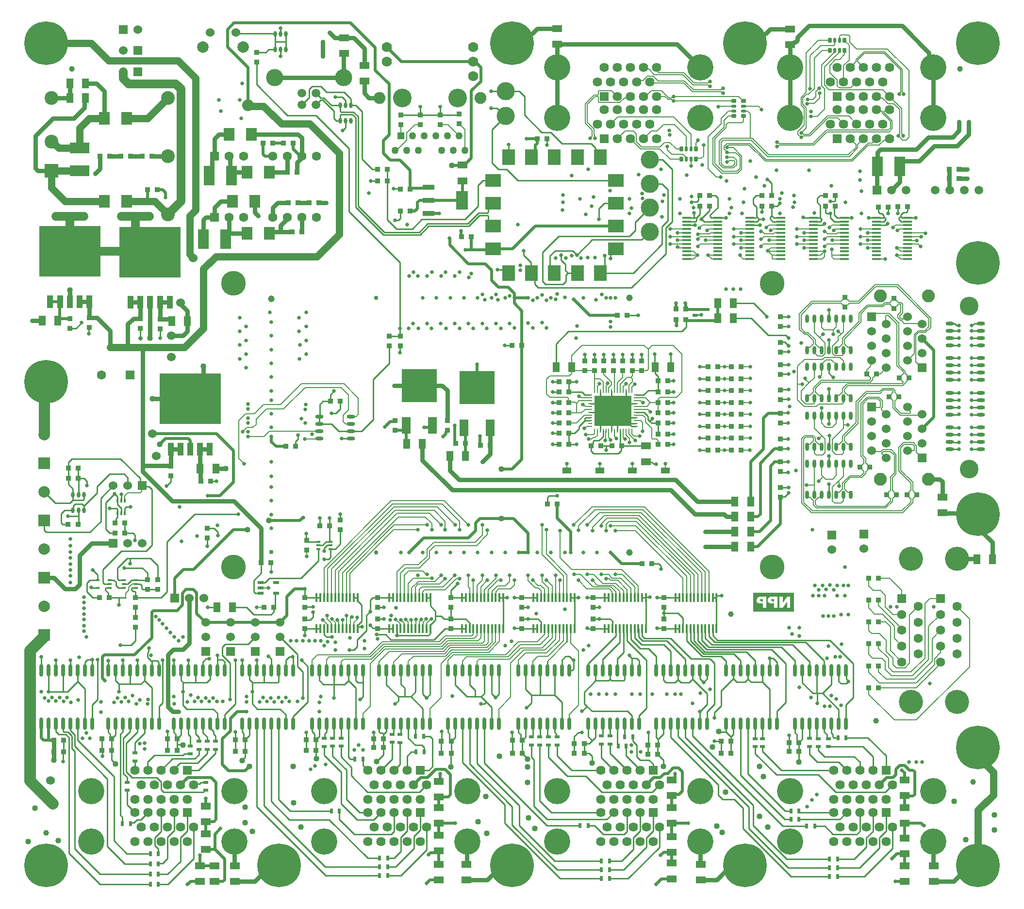
<source format=gbl>
G04*
G04 #@! TF.GenerationSoftware,Altium Limited,Altium Designer,23.9.2 (47)*
G04*
G04 Layer_Physical_Order=6*
G04 Layer_Color=16711680*
%FSLAX25Y25*%
%MOIN*%
G70*
G04*
G04 #@! TF.SameCoordinates,B33C0050-A697-4CE6-AC26-6465C715290A*
G04*
G04*
G04 #@! TF.FilePolarity,Positive*
G04*
G01*
G75*
%ADD14C,0.01000*%
%ADD18C,0.00600*%
%ADD20C,0.03000*%
%ADD21C,0.02000*%
%ADD29O,0.06299X0.01575*%
%ADD30O,0.01575X0.06299*%
%ADD31R,0.03740X0.03740*%
%ADD32R,0.03740X0.03740*%
%ADD37R,0.03150X0.01575*%
%ADD38R,0.06693X0.04528*%
%ADD39O,0.02362X0.05709*%
%ADD40R,0.03937X0.02362*%
%ADD43C,0.03937*%
%ADD45R,0.07500X0.13500*%
%ADD95C,0.05000*%
%ADD96C,0.06000*%
%ADD99C,0.07500*%
%ADD100C,0.17000*%
%ADD101C,0.03000*%
%ADD102C,0.04598*%
%ADD103C,0.30000*%
%ADD104R,0.06000X0.06000*%
%ADD105C,0.06000*%
%ADD106C,0.12795*%
%ADD107C,0.08858*%
%ADD108R,0.06000X0.06000*%
%ADD109C,0.11811*%
%ADD110C,0.05906*%
%ADD111C,0.06400*%
%ADD112R,0.06400X0.06400*%
%ADD113C,0.18000*%
%ADD114R,0.05906X0.05906*%
%ADD115C,0.07000*%
%ADD116R,0.05000X0.05000*%
%ADD117C,0.05000*%
%ADD118C,0.08200*%
%ADD119R,0.09449X0.09449*%
%ADD120C,0.09449*%
%ADD121C,0.06299*%
%ADD122R,0.06299X0.06299*%
%ADD123C,0.07874*%
%ADD124R,0.06299X0.06299*%
%ADD125C,0.16535*%
%ADD126R,0.07874X0.07874*%
%ADD127C,0.02600*%
%ADD128C,0.04000*%
%ADD129C,0.08000*%
%ADD131C,0.08000*%
G04:AMPARAMS|DCode=132|XSize=36.61mil|YSize=26.77mil|CornerRadius=6.69mil|HoleSize=0mil|Usage=FLASHONLY|Rotation=90.000|XOffset=0mil|YOffset=0mil|HoleType=Round|Shape=RoundedRectangle|*
%AMROUNDEDRECTD132*
21,1,0.03661,0.01339,0,0,90.0*
21,1,0.02323,0.02677,0,0,90.0*
1,1,0.01339,0.00669,0.01161*
1,1,0.01339,0.00669,-0.01161*
1,1,0.01339,-0.00669,-0.01161*
1,1,0.01339,-0.00669,0.01161*
%
%ADD132ROUNDEDRECTD132*%
G04:AMPARAMS|DCode=133|XSize=36.61mil|YSize=18.9mil|CornerRadius=4.72mil|HoleSize=0mil|Usage=FLASHONLY|Rotation=270.000|XOffset=0mil|YOffset=0mil|HoleType=Round|Shape=RoundedRectangle|*
%AMROUNDEDRECTD133*
21,1,0.03661,0.00945,0,0,270.0*
21,1,0.02717,0.01890,0,0,270.0*
1,1,0.00945,-0.00472,-0.01358*
1,1,0.00945,-0.00472,0.01358*
1,1,0.00945,0.00472,0.01358*
1,1,0.00945,0.00472,-0.01358*
%
%ADD133ROUNDEDRECTD133*%
G04:AMPARAMS|DCode=134|XSize=36.61mil|YSize=26.77mil|CornerRadius=6.69mil|HoleSize=0mil|Usage=FLASHONLY|Rotation=0.000|XOffset=0mil|YOffset=0mil|HoleType=Round|Shape=RoundedRectangle|*
%AMROUNDEDRECTD134*
21,1,0.03661,0.01339,0,0,0.0*
21,1,0.02323,0.02677,0,0,0.0*
1,1,0.01339,0.01161,-0.00669*
1,1,0.01339,-0.01161,-0.00669*
1,1,0.01339,-0.01161,0.00669*
1,1,0.01339,0.01161,0.00669*
%
%ADD134ROUNDEDRECTD134*%
G04:AMPARAMS|DCode=135|XSize=36.61mil|YSize=18.9mil|CornerRadius=4.72mil|HoleSize=0mil|Usage=FLASHONLY|Rotation=180.000|XOffset=0mil|YOffset=0mil|HoleType=Round|Shape=RoundedRectangle|*
%AMROUNDEDRECTD135*
21,1,0.03661,0.00945,0,0,180.0*
21,1,0.02717,0.01890,0,0,180.0*
1,1,0.00945,-0.01358,0.00472*
1,1,0.00945,0.01358,0.00472*
1,1,0.00945,0.01358,-0.00472*
1,1,0.00945,-0.01358,-0.00472*
%
%ADD135ROUNDEDRECTD135*%
%ADD136O,0.02362X0.03937*%
%ADD137R,0.08465X0.03543*%
%ADD138R,0.08465X0.12598*%
%ADD139R,0.06299X0.03937*%
%ADD140R,0.03347X0.02362*%
%ADD141R,0.04528X0.06693*%
%ADD142O,0.02362X0.08661*%
%ADD143O,0.00984X0.03150*%
%ADD144O,0.03150X0.00984*%
%ADD145R,0.25197X0.20866*%
%ADD146R,0.01575X0.03150*%
%ADD147C,0.12500*%
%ADD148R,0.02362X0.03347*%
%ADD149R,0.03347X0.02362*%
%ADD150R,0.11024X0.09055*%
%ADD151R,0.09055X0.11024*%
%ADD152R,0.07500X0.09000*%
%ADD153R,0.06299X0.11811*%
%ADD154R,0.24410X0.22835*%
%ADD155R,0.13500X0.07500*%
%ADD156O,0.05709X0.02362*%
%ADD157R,0.42000X0.35000*%
%ADD158R,0.04200X0.09000*%
G36*
X630969Y291988D02*
X603031D01*
Y305012D01*
X630969D01*
Y291988D01*
D02*
G37*
%LPC*%
G36*
X619651Y302303D02*
X615626D01*
X615543Y302289D01*
X615432D01*
X615307Y302275D01*
X615029Y302234D01*
X614724Y302150D01*
X614404Y302039D01*
X614099Y301901D01*
X613960Y301803D01*
X613835Y301692D01*
X613822D01*
X613808Y301665D01*
X613780Y301623D01*
X613738Y301581D01*
X613627Y301443D01*
X613516Y301248D01*
X613405Y300998D01*
X613294Y300707D01*
X613225Y300360D01*
X613197Y300180D01*
Y300526D01*
Y294697D01*
Y299860D01*
X613211Y299777D01*
Y299680D01*
X613238Y299569D01*
X613280Y299319D01*
X613363Y299027D01*
X613488Y298722D01*
X613572Y298569D01*
X613655Y298431D01*
X613766Y298292D01*
X613891Y298167D01*
X613905D01*
X613919Y298139D01*
X613960Y298111D01*
X614016Y298070D01*
X614099Y298014D01*
X614182Y297959D01*
X614293Y297903D01*
X614418Y297848D01*
X614557Y297792D01*
X614710Y297737D01*
X614890Y297681D01*
X615085Y297626D01*
X615293Y297584D01*
X615515Y297556D01*
X615751Y297542D01*
X616014Y297528D01*
X617291D01*
Y294697D01*
X619651D01*
Y302303D01*
D02*
G37*
G36*
X611975D02*
X607950D01*
X607867Y302289D01*
X607756D01*
X607631Y302275D01*
X607353Y302234D01*
X607048Y302150D01*
X606729Y302039D01*
X606423Y301901D01*
X606285Y301803D01*
X606160Y301692D01*
X606146D01*
X606132Y301665D01*
X606104Y301623D01*
X606063Y301581D01*
X605951Y301443D01*
X605840Y301248D01*
X605729Y300998D01*
X605618Y300707D01*
X605549Y300360D01*
X605521Y300180D01*
Y300207D01*
Y294697D01*
Y299860D01*
X605535Y299777D01*
Y299680D01*
X605563Y299569D01*
X605605Y299319D01*
X605688Y299027D01*
X605813Y298722D01*
X605896Y298569D01*
X605979Y298431D01*
X606090Y298292D01*
X606215Y298167D01*
X606229D01*
X606243Y298139D01*
X606285Y298111D01*
X606340Y298070D01*
X606423Y298014D01*
X606507Y297959D01*
X606618Y297903D01*
X606743Y297848D01*
X606882Y297792D01*
X607034Y297737D01*
X607215Y297681D01*
X607409Y297626D01*
X607617Y297584D01*
X607839Y297556D01*
X608075Y297542D01*
X608339Y297528D01*
X609616D01*
Y294697D01*
X605521D01*
X611975D01*
Y302303D01*
D02*
G37*
G36*
X628479D02*
X621192D01*
Y294697D01*
X623413D01*
X626272Y298889D01*
Y294697D01*
X628479D01*
Y302303D01*
D02*
G37*
%LPD*%
G36*
X617291Y299069D02*
X616611D01*
X616486Y299083D01*
X616348Y299097D01*
X616195Y299125D01*
X616028Y299166D01*
X615890Y299222D01*
X615765Y299291D01*
X615751Y299305D01*
X615723Y299333D01*
X615681Y299388D01*
X615626Y299458D01*
X615570Y299541D01*
X615529Y299652D01*
X615501Y299763D01*
X615487Y299902D01*
Y299916D01*
Y299957D01*
X615501Y300027D01*
X615515Y300110D01*
X615543Y300207D01*
X615598Y300318D01*
X615654Y300415D01*
X615737Y300513D01*
X615751Y300526D01*
X615779Y300554D01*
X615848Y300596D01*
X615931Y300638D01*
X616056Y300679D01*
X616209Y300721D01*
X616403Y300749D01*
X616625Y300762D01*
X617291D01*
Y299069D01*
D02*
G37*
G36*
X609616D02*
X608936D01*
X608811Y299083D01*
X608672Y299097D01*
X608519Y299125D01*
X608353Y299166D01*
X608214Y299222D01*
X608089Y299291D01*
X608075Y299305D01*
X608047Y299333D01*
X608006Y299388D01*
X607950Y299458D01*
X607895Y299541D01*
X607853Y299652D01*
X607825Y299763D01*
X607811Y299902D01*
Y299916D01*
Y299957D01*
X607825Y300027D01*
X607839Y300110D01*
X607867Y300207D01*
X607923Y300318D01*
X607978Y300415D01*
X608061Y300513D01*
X608075Y300526D01*
X608103Y300554D01*
X608172Y300596D01*
X608256Y300638D01*
X608381Y300679D01*
X608533Y300721D01*
X608728Y300749D01*
X608950Y300762D01*
X609616D01*
Y299069D01*
D02*
G37*
G36*
X623413Y298084D02*
Y302303D01*
X626300D01*
X623413Y298084D01*
D02*
G37*
D14*
X532000Y602500D02*
X540795D01*
X547500Y560000D02*
Y595795D01*
X540795Y602500D02*
X547500Y595795D01*
X491598Y613654D02*
X494648Y610603D01*
X471646Y613654D02*
X491598D01*
X464046Y621254D02*
X471646Y613654D01*
X494648Y607549D02*
X498020Y604177D01*
X494648Y607549D02*
Y610603D01*
X168538Y269057D02*
X175835D01*
X178819Y272041D01*
Y281185D01*
X186986Y263478D02*
X187724Y264216D01*
X186986Y260537D02*
X190000Y257524D01*
X186986Y260537D02*
Y263478D01*
X187724Y266795D02*
X187946Y267017D01*
X187724Y264216D02*
Y266795D01*
X178819Y287877D02*
X178847Y287905D01*
Y294807D01*
Y301500D02*
X196500D01*
X178847D02*
Y305414D01*
X152768Y231768D02*
Y258800D01*
X145774Y258994D02*
X149000D01*
X160028Y251721D02*
Y258415D01*
X160057Y258443D01*
X160000Y251693D02*
X160028Y251721D01*
X282240Y683500D02*
Y688815D01*
Y678185D02*
Y683500D01*
X274760D02*
Y688815D01*
Y678185D02*
Y683500D01*
X282240D01*
X278500Y688815D02*
Y693000D01*
X262000Y676346D02*
X268347D01*
X270185Y678185D01*
X274760D01*
X248238Y689347D02*
X274228D01*
X274760Y688815D01*
X247706Y689879D02*
X248238Y689347D01*
X262000Y654184D02*
X283070Y633114D01*
X262000Y654184D02*
Y669654D01*
X342000Y451500D02*
X353000Y462500D01*
Y474653D01*
X342000Y424000D02*
Y451500D01*
X334037Y416037D02*
X342000Y424000D01*
X326694Y416037D02*
X334037D01*
X360347Y481347D02*
X360500Y481500D01*
X353000Y481347D02*
X360347D01*
X278500Y673500D02*
Y678185D01*
X129000Y189000D02*
Y195153D01*
X129347Y195500D01*
X561110Y573500D02*
X564500D01*
X565500Y574500D02*
Y577032D01*
X564500Y573500D02*
X565500Y574500D01*
Y577032D02*
X566468Y578000D01*
X560831Y573220D02*
X561110Y573500D01*
X567378Y561787D02*
Y561878D01*
X573161Y567661D02*
Y570500D01*
X567378Y561878D02*
X573161Y567661D01*
X337500Y279000D02*
Y289500D01*
X331000Y272500D02*
X337500Y279000D01*
X331000Y268000D02*
Y272500D01*
X325872Y265689D02*
X328689D01*
X331000Y268000D01*
X337500Y289500D02*
X340000Y292000D01*
X149000Y228000D02*
X152768Y231768D01*
X325559Y566941D02*
Y610389D01*
Y566941D02*
X360500Y532000D01*
Y486500D02*
Y532000D01*
X283070Y633114D02*
X302834D01*
X325559Y610389D01*
X288846Y405500D02*
Y408847D01*
X290500Y410500D02*
Y413300D01*
X288846Y408847D02*
X290500Y410500D01*
X200500Y305500D02*
Y340000D01*
X196500Y301500D02*
X200500Y305500D01*
Y340000D02*
X219500Y359000D01*
X249500D01*
X172500Y364000D02*
X175500D01*
X171559Y359768D02*
Y363059D01*
X172500Y364000D01*
X149500Y320500D02*
X152768Y317232D01*
Y313559D02*
Y317232D01*
X175000Y325000D02*
X175125Y325125D01*
Y328500D01*
X189000D01*
X173000D02*
X175125D01*
X187000Y313846D02*
Y318500D01*
X183500Y322000D02*
X187000Y318500D01*
X171000Y322000D02*
X183500D01*
X166500D02*
X173000Y328500D01*
X166500Y314500D02*
Y322000D01*
X189000Y328500D02*
X194000Y323500D01*
Y313846D02*
Y323500D01*
X166500Y314500D02*
X167441Y313559D01*
X170768D01*
X169000Y333500D02*
X186000D01*
X156500Y321000D02*
X169000Y333500D01*
X156500Y312000D02*
Y321000D01*
X186000Y333500D02*
X190000Y337500D01*
Y376000D01*
X160846Y301500D02*
X167350D01*
X172153D01*
X167350Y296650D02*
Y301500D01*
X157973Y307855D02*
X158559Y308441D01*
X160216Y302131D02*
Y304784D01*
X157973Y307027D02*
X160216Y304784D01*
X157973Y307027D02*
Y307855D01*
X158559Y308441D02*
X161232D01*
X160216Y302131D02*
X160846Y301500D01*
X161232Y313559D02*
X161291Y313500D01*
X164000D01*
X165500Y312000D01*
Y310000D02*
Y312000D01*
Y310000D02*
X167059Y308441D01*
X170768D01*
X157500Y311000D02*
X161232D01*
X156500Y312000D02*
X157500Y311000D01*
X149500Y301500D02*
X154154D01*
X145500Y305500D02*
X149500Y301500D01*
X145500Y305500D02*
Y311500D01*
X147559Y313559D02*
X152768D01*
X145500Y311500D02*
X147559Y313559D01*
X170768Y311000D02*
X173500D01*
X179232Y313559D02*
X186713D01*
X173500Y311000D02*
X176059Y313559D01*
X179232D01*
X183500Y378500D02*
X184000Y378000D01*
X188000D01*
X190000Y376000D01*
X148500Y308500D02*
X148559Y308441D01*
X152768D01*
X178261Y306000D02*
X178847Y305414D01*
X177000Y306000D02*
X178261D01*
X175973Y307855D02*
X176559Y308441D01*
X175973Y307027D02*
Y307855D01*
Y307027D02*
X177000Y306000D01*
X176559Y308441D02*
X179232D01*
X187000Y307154D02*
X194000D01*
X183846D02*
X187000D01*
X183000Y308000D02*
Y310000D01*
Y308000D02*
X183846Y307154D01*
X182000Y311000D02*
X183000Y310000D01*
X179232Y311000D02*
X182000D01*
X186713Y313559D02*
X187000Y313846D01*
X178500Y341000D02*
Y344500D01*
X177000Y346000D02*
X178500Y344500D01*
X171346Y346000D02*
X177000D01*
X171000Y386500D02*
X173500Y384000D01*
X152500Y378000D02*
X161000Y386500D01*
X171000D01*
X173500Y378500D02*
Y384000D01*
X135000Y397000D02*
X168500D01*
X182000Y380000D02*
Y383500D01*
X168500Y397000D02*
X182000Y383500D01*
Y380000D02*
X183500Y378500D01*
X132653Y394654D02*
X135000Y397000D01*
X132653Y390750D02*
Y394654D01*
Y383500D02*
Y390750D01*
X171346Y346000D02*
Y353000D01*
X155000Y354000D02*
Y370000D01*
X163500Y378500D01*
X147500Y346500D02*
X155000Y354000D01*
X158500Y367000D02*
X164500Y373000D01*
X158500Y348500D02*
Y367000D01*
Y348500D02*
X161000Y346000D01*
X164654D01*
X165500Y356000D02*
X166441Y356941D01*
Y362414D01*
X165500Y353847D02*
Y356000D01*
X164654Y353000D02*
X165500Y353847D01*
X169000Y359768D02*
Y363000D01*
X166441Y365559D02*
X169000Y363000D01*
X166441Y365559D02*
Y371059D01*
X161000Y363000D02*
X165855D01*
X166441Y362414D01*
X164500Y373000D02*
X166441Y371059D01*
X169000Y368232D02*
Y372500D01*
X152500Y373713D02*
Y378000D01*
X143394Y364606D02*
X152500Y373713D01*
X143394Y361685D02*
Y364606D01*
X142000Y366000D02*
X143394Y364606D01*
X137500Y366000D02*
X142000D01*
X136000Y364500D02*
X137500Y366000D01*
X136000Y361772D02*
Y364500D01*
X135913Y361685D02*
X136000Y361772D01*
X127689Y359221D02*
X130153Y361685D01*
X135913D01*
X127689Y353000D02*
Y359221D01*
Y353000D02*
X128689Y352000D01*
X132567D01*
X117370Y346500D02*
X147500D01*
X116000Y347870D02*
X117370Y346500D01*
X116000Y347870D02*
Y354658D01*
X142808Y368701D02*
X143394Y369287D01*
X135913Y368701D02*
X142808D01*
X143394Y369287D02*
Y372315D01*
X135913D02*
Y376370D01*
Y368701D02*
Y372315D01*
X132653Y379630D02*
Y383500D01*
Y379630D02*
X135913Y376370D01*
X123685Y366657D02*
X133870D01*
X135913Y368701D01*
X116000Y374342D02*
X123685Y366657D01*
X423000Y649500D02*
X433000D01*
X426928Y638000D02*
X432428Y632500D01*
X423000Y638000D02*
X426928D01*
X432428Y632500D02*
X433000D01*
X428134Y595890D02*
X433860D01*
X423623Y623123D02*
X433000Y632500D01*
X423623Y600401D02*
Y623123D01*
X441321Y588429D02*
X508748D01*
X433860Y595890D02*
X441321Y588429D01*
X423623Y600401D02*
X428134Y595890D01*
X457899Y621254D02*
X464046D01*
X446000Y633153D02*
Y646000D01*
Y633153D02*
X457899Y621254D01*
X433000Y649500D02*
X442500D01*
X446000Y646000D01*
X461346Y612500D02*
Y617000D01*
X435102Y604252D02*
Y613100D01*
X435028Y604177D02*
X435102Y604252D01*
X522000Y554000D02*
Y559500D01*
X532000Y569500D01*
X518000Y550000D02*
X522000Y554000D01*
X469500Y550000D02*
X518000D01*
X458500Y539000D02*
X469500Y550000D01*
X458500Y519000D02*
Y539000D01*
Y519000D02*
X460500Y517000D01*
X472500D01*
X474500Y519000D01*
Y523340D01*
X475830Y524670D01*
X526500Y547500D02*
X532000Y553000D01*
X492500Y547500D02*
X526500D01*
X482000Y537000D02*
X492500Y547500D01*
X543000Y555500D02*
X547500Y560000D01*
X543000Y538000D02*
Y555500D01*
X519500Y514500D02*
X543000Y538000D01*
X455500Y514500D02*
X519500D01*
X453000Y517000D02*
X455500Y514500D01*
X453000Y517000D02*
Y522425D01*
X450776Y524650D02*
X453000Y522425D01*
X544500Y560500D02*
Y582000D01*
X540500Y556500D02*
X544500Y560500D01*
X540500Y586000D02*
X544500Y582000D01*
X532000Y586000D02*
X540500D01*
Y544500D02*
Y556500D01*
X520650Y524650D02*
X540500Y544500D01*
X498020Y524650D02*
X520650D01*
X505000Y537437D02*
X508748Y541185D01*
X505000Y534500D02*
Y537437D01*
X479000Y540000D02*
X482000Y537000D01*
X501000Y527630D02*
Y536500D01*
X498020Y524650D02*
X501000Y527630D01*
X463500Y536500D02*
X467000Y540000D01*
X479000D01*
X474000Y526500D02*
X475830Y524670D01*
X482251D01*
X474000Y526500D02*
Y530500D01*
X471000Y533500D02*
X474000Y530500D01*
X482251Y524670D02*
X482272Y524650D01*
X471000Y533500D02*
Y537000D01*
X463500Y527673D02*
X466524Y524650D01*
X463500Y527673D02*
Y536500D01*
X445500Y537000D02*
X450500Y532000D01*
X445500Y537000D02*
Y540000D01*
X450500Y524925D02*
Y532000D01*
Y524925D02*
X450776Y524650D01*
X497000Y561500D02*
Y569000D01*
X500681Y572681D02*
X508748D01*
X497000Y569000D02*
X500681Y572681D01*
X432677Y527000D02*
X435028Y524650D01*
X427500Y527000D02*
X432677D01*
X351847Y561154D02*
Y588000D01*
X358000Y555000D02*
X369000D01*
X351847Y561154D02*
X358000Y555000D01*
X360653Y562153D02*
Y567161D01*
X359500Y561000D02*
X360653Y562153D01*
X357000Y561000D02*
X359500D01*
X375500Y561500D02*
X405000D01*
X369000Y555000D02*
X375500Y561500D01*
X405000D02*
X414000Y570500D01*
X374263Y551000D02*
X380163Y556900D01*
X373600Y552600D02*
X379500Y558500D01*
X407663Y556900D02*
X415163Y564400D01*
X380163Y556900D02*
X407663D01*
X407000Y558500D02*
X414500Y566000D01*
X379500Y558500D02*
X407000D01*
X351847Y588000D02*
Y596000D01*
X340500Y588000D02*
X345153D01*
X341500Y596000D02*
X345153D01*
X334500Y603000D02*
X341500Y596000D01*
X334500Y603000D02*
Y635500D01*
X326740Y639815D02*
X330185D01*
X334500Y635500D01*
X349663Y552600D02*
X373600D01*
X349000Y551000D02*
X374263D01*
X310000Y649000D02*
X322000D01*
X326740Y639815D02*
Y644260D01*
X322000Y649000D02*
X326740Y644260D01*
X306000Y653000D02*
X310000Y649000D01*
X300000Y653000D02*
X306000D01*
X298000Y651000D02*
X300000Y653000D01*
X320783Y645500D02*
X323000Y643284D01*
X316000Y645500D02*
X320783D01*
X323000Y639815D02*
Y643284D01*
X307528Y643472D02*
X315000Y636000D01*
Y631000D02*
Y636000D01*
Y631000D02*
X316815Y629185D01*
X319260D01*
X308190Y645072D02*
X313448Y639815D01*
X319260D01*
X421086Y569468D02*
X424299Y572681D01*
X421086Y566586D02*
Y569468D01*
X331600Y570663D02*
Y632163D01*
X414500Y566000D02*
X420500D01*
X421086Y566586D01*
X319260Y635886D02*
Y639815D01*
X328463Y635300D02*
X331600Y632163D01*
Y570663D02*
X349663Y552600D01*
X319260Y635886D02*
X319846Y635300D01*
X328463D01*
X420500Y564400D02*
X421086Y563814D01*
X415163Y564400D02*
X420500D01*
X421086Y560147D02*
Y563814D01*
X330000Y570000D02*
Y631500D01*
X421086Y560147D02*
X424299Y556933D01*
X319846Y633700D02*
X327800D01*
X319260Y633114D02*
X319846Y633700D01*
X327800D02*
X330000Y631500D01*
Y570000D02*
X349000Y551000D01*
X319260Y629185D02*
Y633114D01*
X306016Y645072D02*
X308190D01*
X302879Y640335D02*
X306016Y643472D01*
X307528D01*
X302879Y648209D02*
X306016Y645072D01*
X323000Y624500D02*
Y629185D01*
X321000Y622500D02*
X323000Y624500D01*
X298000Y645298D02*
Y651000D01*
X293037Y640335D02*
X298000Y645298D01*
X414000Y570500D02*
Y585000D01*
X417429Y588429D01*
X424299D01*
X557392Y557478D02*
X562978D01*
X563000Y557500D01*
X557370Y557457D02*
X557392Y557478D01*
X603500Y504000D02*
X612500Y495000D01*
Y494711D02*
Y495000D01*
X589413Y504000D02*
X603500D01*
X637671Y562685D02*
X644260D01*
X644370Y562575D01*
X637500Y562856D02*
X637671Y562685D01*
X535252Y460335D02*
Y468811D01*
Y460335D02*
X535587Y460000D01*
X529306Y395087D02*
X529852Y394541D01*
X533566D02*
X534586Y393520D01*
X536328D02*
X536437Y393411D01*
X529852Y394541D02*
X533566D01*
X534586Y393520D02*
X536328D01*
X709157Y562602D02*
X714743D01*
X709130Y562575D02*
X709157Y562602D01*
X714743D02*
X714770Y562629D01*
X682397Y562556D02*
X687851D01*
X687870Y562575D01*
X682379Y562537D02*
X682397Y562556D01*
X670798Y562575D02*
X670835Y562537D01*
X665630Y562575D02*
X670798D01*
X615846Y570500D02*
X619466D01*
X621545Y572579D01*
X607232Y561513D02*
X609979D01*
X610032Y561461D01*
X606869Y561875D02*
X607232Y561513D01*
X562334Y562575D02*
X564161D01*
X557370D02*
X562334D01*
Y565834D02*
X562500Y566000D01*
X562334Y562575D02*
Y565834D01*
X578667Y562537D02*
X584463D01*
X578630Y562575D02*
X578667Y562537D01*
X584463D02*
X584500Y562500D01*
X702248Y570098D02*
X702355Y570205D01*
X702248Y565778D02*
Y570098D01*
X695841Y565778D02*
Y569959D01*
X695725Y570076D02*
X695841Y569959D01*
X693924Y557457D02*
X694967Y558500D01*
X687870Y557457D02*
X693924D01*
X694967Y558500D02*
X695400D01*
X703216Y561707D02*
Y562536D01*
Y561707D02*
X704908Y560016D01*
X703216Y562536D02*
X704441Y563761D01*
X704908Y560016D02*
X709130D01*
X709020Y562685D02*
X709130Y562575D01*
X704441Y563761D02*
X705516Y562685D01*
X704441Y564589D02*
X705980Y566129D01*
X705516Y562685D02*
X709020D01*
X704441Y563761D02*
Y564589D01*
X705980Y566129D02*
X707990D01*
X709048Y567186D01*
Y570205D01*
X692691Y560016D02*
X693959Y561283D01*
Y562112D01*
X692800Y563271D02*
X692800D01*
X693959Y562112D01*
X687870Y560016D02*
X692691D01*
X689032Y566580D02*
Y570076D01*
X690069Y565542D02*
X691500D01*
X689032Y566580D02*
X690069Y565542D01*
X692800Y563271D02*
Y564242D01*
X687980Y562685D02*
X692214D01*
X692800Y563271D01*
X691500Y565542D02*
X692800Y564242D01*
X687870Y562575D02*
X687980Y562685D01*
X644370Y557457D02*
X650827D01*
X651870Y558500D02*
X652212D01*
X650827Y557457D02*
X651870Y558500D01*
X656199Y562557D02*
Y565542D01*
Y562557D02*
X658740Y560016D01*
X665630D01*
X660705Y562575D02*
X665630D01*
X658819Y564461D02*
X660705Y562575D01*
X658819Y564461D02*
Y569772D01*
X659547Y570500D01*
X656199Y574008D02*
X658961D01*
X659547Y574594D02*
Y578000D01*
X658961Y574008D02*
X659547Y574594D01*
X656199Y565543D02*
X656199Y565542D01*
X652853Y566129D02*
X653439Y565543D01*
X652853Y566129D02*
Y570500D01*
X653439Y565543D02*
X656199D01*
X647228Y576205D02*
X649023Y578000D01*
X652853D01*
X647228Y573114D02*
Y576205D01*
Y573114D02*
X649213Y571129D01*
Y562575D02*
Y571129D01*
X644370Y560016D02*
X649165D01*
X650000Y560851D01*
Y561787D01*
X644370Y562575D02*
X649213D01*
X650000Y561787D01*
X613075Y588952D02*
X615846Y586180D01*
X612716Y588952D02*
X613075D01*
X615846Y578000D02*
Y586180D01*
X609154Y566580D02*
Y570500D01*
X600870Y557457D02*
X600892Y557479D01*
X607651D02*
X607673Y557501D01*
X600892Y557479D02*
X607651D01*
X614587Y562792D02*
X615846Y564051D01*
X614587Y561964D02*
Y562792D01*
Y561964D02*
X616535Y560016D01*
X622130D01*
X615846Y564051D02*
Y570500D01*
Y564051D02*
X617323Y562575D01*
X622130D01*
X606869Y561046D02*
Y561875D01*
X605504Y563161D02*
X605583D01*
X605839Y560016D02*
X606869Y561046D01*
X605583Y563161D02*
X606869Y561875D01*
X600870Y560016D02*
X605839D01*
X603162Y572404D02*
X605504Y570061D01*
X603162Y576062D02*
X605099Y578000D01*
X603162Y572404D02*
Y576062D01*
X605099Y578000D02*
X609154D01*
X605504Y563161D02*
Y570061D01*
X604918Y562575D02*
X605504Y563161D01*
X600870Y562575D02*
X604918D01*
X573478Y564465D02*
X578630Y569617D01*
X573478Y563637D02*
X574540Y562575D01*
X573478Y563637D02*
Y564465D01*
X578630Y569617D02*
Y576446D01*
X574540Y562575D02*
X578630D01*
X567794Y561787D02*
X569566Y560016D01*
X578630D01*
X567378Y561787D02*
X567794D01*
X573161Y578000D02*
X577076D01*
X578630Y576446D01*
X563576Y560016D02*
X564161Y560602D01*
X557370Y560016D02*
X563576D01*
X564161Y560602D02*
Y562575D01*
X566468Y564882D01*
Y570500D01*
X491709Y402192D02*
X493439Y400461D01*
X510466D01*
X512500Y402495D01*
X491709Y402192D02*
Y405900D01*
X512500Y402495D02*
Y405653D01*
X502227Y402861D02*
Y405900D01*
X679423Y110002D02*
X698800Y129379D01*
X661074Y110002D02*
X679423D01*
X698800Y129379D02*
Y144000D01*
X504256Y108500D02*
X517200D01*
X538800Y130100D02*
Y144000D01*
X517200Y108500D02*
X538800Y130100D01*
X461605Y370442D02*
X462663Y371500D01*
X468500D01*
X546500Y460087D02*
Y469000D01*
X467587Y476087D02*
X476000Y484500D01*
X554000D02*
X557000Y487500D01*
X476000Y484500D02*
X554000D01*
X467587Y460000D02*
Y476087D01*
X557000Y491653D02*
X557346Y492000D01*
X557000Y487500D02*
Y491653D01*
X544347Y407000D02*
X548553D01*
X544341Y414096D02*
X548548D01*
X544347Y421500D02*
X548553D01*
X544347Y428500D02*
X548553D01*
X544347Y435500D02*
X548553D01*
X544347Y443000D02*
X548553D01*
X544347Y450500D02*
X548553D01*
X526500Y464347D02*
Y468553D01*
X520000Y464347D02*
Y468553D01*
X513274Y464404D02*
Y468610D01*
X507000Y464347D02*
Y468553D01*
X500500Y464347D02*
Y468553D01*
X494000Y464347D02*
Y468553D01*
X487500Y464347D02*
Y468553D01*
X465454Y450076D02*
X469661D01*
X465454Y442880D02*
X469661D01*
X465447Y435500D02*
X469654D01*
X465447Y428500D02*
X469654D01*
X465447Y421500D02*
X469654D01*
X465447Y414500D02*
X469654D01*
X465454Y406900D02*
X469661D01*
X536654Y444000D02*
X537653Y443000D01*
X527874Y440874D02*
X531000Y444000D01*
X536654D01*
X537653Y443000D02*
Y450500D01*
X737929Y485000D02*
X744482D01*
X737929Y480000D02*
X744482D01*
X741500Y490000D02*
X742770Y488730D01*
X744270D01*
X744500Y488500D01*
X737929Y490000D02*
X741500D01*
X753433Y488500D02*
X754933Y490000D01*
X759386D01*
X753000Y488500D02*
X753433D01*
X622054Y370882D02*
X624882D01*
X627500Y373500D01*
X621665Y370493D02*
X622054Y370882D01*
X601772Y493500D02*
X613272Y482000D01*
X625500D02*
X627500Y480000D01*
X613272Y482000D02*
X625500D01*
X624839Y477161D02*
X627500Y474500D01*
X621808Y477161D02*
X624839D01*
X589413Y493500D02*
X601772D01*
X563146Y495878D02*
X567378D01*
X567500Y496000D01*
X563024Y495756D02*
X563146Y495878D01*
X655000Y405272D02*
X655250Y405522D01*
Y412750D02*
X655500Y413000D01*
X655250Y405522D02*
Y412750D01*
X655000Y393728D02*
Y399000D01*
X621665Y461643D02*
X621807Y461500D01*
X621731Y444500D02*
X627416D01*
X622115Y455400D02*
X627416D01*
X621665Y444434D02*
X621731Y444500D01*
X621807Y461500D02*
X627416D01*
X621665Y454950D02*
X622115Y455400D01*
X621665Y437742D02*
X621923Y438000D01*
X627416D01*
X737929Y461167D02*
X744488D01*
X737929Y466167D02*
X744482D01*
X497238Y409500D02*
X499961Y412222D01*
X493586Y409500D02*
X497238D01*
X493000Y408914D02*
X493586Y409500D01*
X493000Y407191D02*
Y408914D01*
X491709Y405900D02*
X493000Y407191D01*
X480500Y414500D02*
X483500Y417500D01*
Y419181D02*
X487476Y423158D01*
X483500Y417500D02*
Y419181D01*
X476346Y414500D02*
X480500D01*
X546413Y460000D02*
X546500Y460087D01*
X512500Y405653D02*
X512847Y406000D01*
X511772Y407075D02*
X512847Y406000D01*
X529219D02*
X529306Y405913D01*
X512847Y406000D02*
X529219D01*
X532032Y422779D02*
X533311Y421500D01*
X530754Y424057D02*
X532032Y422779D01*
Y422911D02*
X533895Y424775D01*
Y424775D01*
X532032Y422779D02*
Y422911D01*
X533462Y424775D02*
X533895D01*
X511772Y407075D02*
Y416366D01*
X476354Y406900D02*
X481597D01*
X476354Y450076D02*
X481597D01*
X501034Y424231D02*
X505866Y429063D01*
X497992Y421189D02*
X501034Y424231D01*
X496203Y429063D02*
X501034Y424231D01*
X491201Y429063D02*
X496203D01*
X498925Y437972D02*
X506850Y430047D01*
X497992Y438905D02*
X498925Y437972D01*
X495921Y434969D02*
X498925Y437972D01*
X491201Y434969D02*
X495921D01*
X505866Y435953D02*
X509311Y432508D01*
X497992Y438905D02*
Y443728D01*
X505866Y435953D02*
Y443728D01*
X509311Y432508D02*
X511772Y434969D01*
X506850Y430047D02*
X509311Y432508D01*
X516057Y434969D02*
X522500D01*
X511772D02*
X516057D01*
X515709Y435317D02*
X516057Y434969D01*
X515709Y435317D02*
Y443728D01*
X513937Y425126D02*
X522500D01*
X511772D02*
X513937D01*
X517874Y421189D01*
X509803Y427095D02*
X511772Y425126D01*
X506850Y430047D02*
X509803Y427095D01*
X517874Y421189D02*
X522500D01*
X517874D02*
X518949Y420114D01*
Y419806D02*
X519535Y419220D01*
X522500D01*
X518949Y419806D02*
Y420114D01*
X505866Y429063D02*
X506850Y430047D01*
X497992Y416366D02*
Y421189D01*
X505866Y416366D02*
Y429063D01*
X509803Y416366D02*
Y427095D01*
X502227Y405900D02*
X506053D01*
X498401D02*
X502227D01*
X506053D02*
X506153Y406000D01*
X469654Y406908D02*
X469661Y406900D01*
X469654Y435500D02*
X469661Y435508D01*
X544341Y407006D02*
X544347Y407000D01*
X544341Y421494D02*
X544347Y421500D01*
X476354Y442880D02*
Y450076D01*
X499961Y412222D02*
Y416366D01*
X528022Y429063D02*
X530754Y426332D01*
X522500Y429063D02*
X528022D01*
X530754Y424057D02*
Y426332D01*
X533311Y421500D02*
X537653D01*
X537648Y414096D02*
X537653Y414102D01*
Y421500D01*
X522500Y440874D02*
X527874D01*
X535587Y455666D02*
X537653Y453599D01*
X535587Y455666D02*
Y460000D01*
X537653Y450500D02*
Y453599D01*
X476354Y442880D02*
X485287D01*
X487293Y440874D01*
X491201D01*
X487476Y424775D02*
X487828Y425126D01*
X491201D01*
X487476Y423158D02*
Y424775D01*
X476346Y414500D02*
X476354Y414492D01*
Y406900D02*
Y414492D01*
X487476Y423158D02*
X491201D01*
X566461Y402976D02*
X572121D01*
X566461Y411151D02*
X572121D01*
X566461Y419325D02*
X572121D01*
X566461Y427500D02*
X572121D01*
X566461Y435675D02*
X572121D01*
X566461Y443850D02*
X572121D01*
X566461Y452024D02*
X572121D01*
X572083Y460161D02*
X572121Y460199D01*
X566423Y460161D02*
X572083D01*
X655000Y455970D02*
X657886Y453084D01*
X658209D01*
X655000Y455970D02*
Y460228D01*
Y426728D02*
X655036Y426692D01*
Y421098D02*
X655072Y421061D01*
X655036Y421098D02*
Y426692D01*
X655000Y372272D02*
Y379466D01*
X737929Y442333D02*
X744571D01*
X737929Y418500D02*
X738019Y418411D01*
X744482D01*
X744571Y418321D01*
X744488Y427417D02*
X744571Y427500D01*
X737929Y427333D02*
X738013Y427417D01*
X744488D01*
X655000Y438772D02*
Y445061D01*
X654999Y493229D02*
Y499157D01*
Y493229D02*
X655000Y493228D01*
X654998Y499158D02*
X654999Y499157D01*
X655000Y471772D02*
Y478500D01*
X621790Y377311D02*
X627416D01*
X621665Y377186D02*
X621790Y377311D01*
X622106Y387760D02*
X627237D01*
X621665Y388201D02*
X622106Y387760D01*
X621747Y394811D02*
X627237D01*
X621665Y394894D02*
X621747Y394811D01*
X621712Y403861D02*
X627237D01*
X621774Y410711D02*
X627237D01*
X621665Y410602D02*
X621774Y410711D01*
X621671Y421611D02*
X627237D01*
X621665Y421617D02*
X621671Y421611D01*
X621866Y428511D02*
X627237D01*
X621665Y428310D02*
X621866Y428511D01*
X621801Y470461D02*
X627401D01*
X621665Y470325D02*
X621801Y470461D01*
X621665Y477018D02*
X621808Y477161D01*
X621713Y487986D02*
X627401D01*
X621665Y488033D02*
X621713Y487986D01*
X627401Y494726D02*
X627416Y494711D01*
X621665Y494726D02*
X627401D01*
X737929Y451167D02*
X744571D01*
X737929Y456167D02*
X744482D01*
X737929Y403500D02*
X744482D01*
X738006Y408423D02*
X744405D01*
X737929Y408500D02*
X738006Y408423D01*
X744405D02*
X744482Y408346D01*
X737929Y475000D02*
X744482D01*
X737929Y437333D02*
X744571D01*
X737929Y432333D02*
X744571D01*
X738019Y413589D02*
X744482D01*
X737929Y413500D02*
X738019Y413589D01*
X744482D02*
X744571Y413679D01*
X753000Y418500D02*
X759386D01*
X753000Y485000D02*
X759386D01*
X753000Y480000D02*
X759386D01*
X753000Y475000D02*
X759386D01*
X753000Y466167D02*
X759386D01*
X753000Y461167D02*
X759386D01*
X753000Y456167D02*
X759386D01*
X753000Y451167D02*
X759386D01*
X753000Y442333D02*
X759386D01*
X753000Y437333D02*
X759386D01*
X753000Y432333D02*
X759386D01*
X753000Y427333D02*
X759386D01*
X753000Y413500D02*
X759386D01*
X753000Y408500D02*
X759386D01*
X753000Y403500D02*
X759386D01*
X225264Y168000D02*
X226508Y169244D01*
X227000D01*
X198000Y168000D02*
X225264D01*
X222723Y173723D02*
X223756Y174756D01*
X219523Y173723D02*
X222723D01*
X223756Y174756D02*
X227000D01*
X218800Y173000D02*
X219523Y173723D01*
X582000Y163000D02*
X590000D01*
X596052Y156948D01*
Y143052D02*
Y156948D01*
Y143052D02*
X629103Y110002D01*
X546405Y205595D02*
Y215000D01*
Y205595D02*
X579000Y173000D01*
Y166000D02*
Y173000D01*
Y166000D02*
X582000Y163000D01*
X551405Y206297D02*
X600000Y157702D01*
X551405Y206297D02*
Y215000D01*
X600000Y143000D02*
Y157702D01*
Y143000D02*
X627000Y116000D01*
X655562D01*
X556405Y205595D02*
Y215000D01*
Y205595D02*
X603000Y159000D01*
Y144929D02*
Y159000D01*
Y144929D02*
X626024Y121906D01*
X655562D01*
X281964Y215000D02*
Y221263D01*
X297101Y230101D02*
Y254399D01*
X262500Y225000D02*
X278227D01*
X251964Y251693D02*
X251982Y251711D01*
X286964Y215000D02*
Y219964D01*
X284312Y260978D02*
X286678D01*
X258950Y237038D02*
X258992Y236996D01*
X276548Y243300D02*
X276964Y243716D01*
X261964Y251693D02*
Y258482D01*
X293000Y258500D02*
X297101Y254399D01*
X286964Y219964D02*
X297101Y230101D01*
X286964Y251693D02*
Y260692D01*
X286678Y260978D02*
X286964Y260692D01*
X256964Y245286D02*
X258950Y243300D01*
X267182D02*
X276548D01*
X256964Y245286D02*
Y251693D01*
X258992Y236996D02*
X259000Y236988D01*
X276964Y243716D02*
Y251693D01*
X258950Y237038D02*
Y243300D01*
X266964Y243518D02*
X267182Y243300D01*
X281964Y251693D02*
Y258630D01*
X271964Y251693D02*
Y259591D01*
X258950Y243300D02*
X267182D01*
X281964Y258630D02*
X284312Y260978D01*
X259000Y228500D02*
Y236988D01*
X251982Y258482D02*
X252000Y258500D01*
X259000Y228500D02*
X262500Y225000D01*
X251982Y251711D02*
Y258482D01*
X278227Y225000D02*
X281964Y221263D01*
X266964Y243518D02*
Y251693D01*
X270192Y261362D02*
X271964Y259591D01*
X139654Y357500D02*
Y361685D01*
Y352394D02*
Y357500D01*
X132500D02*
X139654D01*
X139260Y352000D02*
X139654Y352394D01*
X232653Y349346D02*
X235359Y346641D01*
X228000Y349346D02*
X232653D01*
X235359Y344142D02*
Y346641D01*
X228000Y337000D02*
Y342653D01*
X296252Y340888D02*
X297040Y340100D01*
X296136Y341004D02*
X296252Y340888D01*
X297040Y340100D02*
X304352D01*
X309600D02*
X312316D01*
X312029Y340388D02*
X312316Y340100D01*
X312816D01*
X312029Y340388D02*
Y351111D01*
X307041Y337541D02*
X309600Y340100D01*
X304352Y337541D02*
X307041D01*
X310541D02*
X312816D01*
X292251Y315000D02*
X304352Y327101D01*
Y334982D01*
X319500Y354847D02*
Y359000D01*
X308500Y328000D02*
X311500D01*
X312816Y329316D02*
Y334982D01*
X311500Y328000D02*
X312816Y329316D01*
Y334982D02*
X315982D01*
X319500Y338500D01*
Y348153D01*
X173000Y159300D02*
Y169244D01*
Y159300D02*
X178300Y154000D01*
X170500Y180719D02*
Y205000D01*
X173000Y174756D02*
Y178218D01*
X170500Y180719D02*
X173000Y178218D01*
X196500Y169500D02*
X198000Y168000D01*
X196500Y169500D02*
Y175000D01*
X193500Y178000D02*
X196500Y175000D01*
X176500Y178000D02*
X193500D01*
X172500Y182000D02*
X176500Y178000D01*
X172500Y201700D02*
X180000Y209200D01*
X172500Y182000D02*
Y201700D01*
X168500Y207878D02*
X170000Y209378D01*
X168500Y152044D02*
Y207878D01*
Y152044D02*
X169744Y150800D01*
X133165Y125835D02*
X154405Y104595D01*
X133165Y125835D02*
Y205335D01*
X137000Y129000D02*
X154405Y111594D01*
X137000Y129000D02*
Y196000D01*
X135181Y197819D02*
X137000Y196000D01*
X135181Y197819D02*
Y206746D01*
X137000Y199500D02*
Y207190D01*
X159500Y130500D02*
Y177000D01*
X137000Y199500D02*
X159500Y177000D01*
X164000Y134500D02*
X172906Y125594D01*
X139000Y203508D02*
X164000Y178508D01*
Y134500D02*
Y178508D01*
X159500Y130500D02*
X171405Y118595D01*
X172906Y125594D02*
X189044D01*
X171405Y118595D02*
X189044D01*
X154405Y111594D02*
X189044D01*
X154405Y104595D02*
X189044D01*
X134066Y210124D02*
X137000Y207190D01*
X129727Y209359D02*
X132569D01*
X135181Y206746D01*
X134000Y215000D02*
X134066Y214934D01*
Y210124D02*
Y214934D01*
X139000Y203508D02*
Y215000D01*
X169744Y146263D02*
Y150800D01*
X170000Y209378D02*
Y215000D01*
X175256Y146319D02*
X175937Y147000D01*
X175256Y146263D02*
Y146319D01*
X175937Y147000D02*
X177676D01*
Y147076D01*
X179600Y149000D01*
X182300D01*
X187300Y154000D01*
X178300Y201800D02*
X185000Y208500D01*
Y215000D01*
X178300Y194904D02*
Y201800D01*
Y183000D02*
Y189392D01*
X186986Y183314D02*
Y188666D01*
Y183314D02*
X187300Y183000D01*
X186986Y188666D02*
X191649Y193329D01*
X216537Y206165D02*
X216563Y206191D01*
X216537Y199756D02*
Y206165D01*
X191649Y193329D02*
X211474D01*
X212390Y194244D01*
X216537D01*
X205300Y184010D02*
X209405Y188114D01*
X221449D01*
X227932Y194597D01*
X204200Y190900D02*
X219467D01*
X222268Y193702D02*
Y197419D01*
X219467Y190900D02*
X222268Y193702D01*
X209600Y120435D02*
Y136600D01*
X214300Y141300D02*
Y154000D01*
X209600Y136600D02*
X214300Y141300D01*
X194556Y104595D02*
X201095D01*
X218800Y122300D01*
Y144000D01*
X200759Y111594D02*
X209600Y120435D01*
X194556Y111594D02*
X200759D01*
X194961Y119000D02*
X197432D01*
X200800Y122368D02*
Y137086D01*
X197432Y119000D02*
X200800Y122368D01*
X194556Y118595D02*
X194961Y119000D01*
X200800Y137086D02*
X205300Y141586D01*
Y154000D01*
X192000Y131350D02*
Y136789D01*
X194556Y125594D02*
Y128794D01*
X192000Y131350D02*
X194556Y128794D01*
X192000Y136789D02*
X196300Y141089D01*
Y154000D01*
X131000Y207500D02*
X133165Y205335D01*
X126000Y207500D02*
X131000D01*
X124000Y209500D02*
X126000Y207500D01*
X124000Y209500D02*
Y215000D01*
X215000Y207753D02*
Y215000D01*
Y207753D02*
X216563Y206191D01*
X220000Y207811D02*
Y215000D01*
Y207811D02*
X222268Y205543D01*
Y202930D02*
Y205543D01*
X225000Y208759D02*
Y215000D01*
Y208759D02*
X227932Y205827D01*
Y202930D02*
Y205827D01*
Y194597D02*
Y197419D01*
X230000Y211850D02*
X232323Y209528D01*
X230000Y211850D02*
Y215000D01*
X232323Y208092D02*
Y209528D01*
Y208092D02*
X233819Y206596D01*
Y202930D02*
Y206596D01*
Y194710D02*
Y197419D01*
X214300Y183000D02*
X222109D01*
X233819Y194710D01*
X205300Y183000D02*
Y184010D01*
X196300Y183000D02*
X204200Y190900D01*
X261964Y158036D02*
X309405Y110594D01*
X346524D01*
X266964Y158786D02*
X309156Y116595D01*
X346524D01*
X276964Y163036D02*
X285000Y155000D01*
X313353D01*
X271964Y161536D02*
X284500Y149000D01*
X311865D01*
X338270Y122594D01*
X346524D01*
X352036Y110594D02*
X361069D01*
X378800Y128326D01*
Y144000D01*
X357376Y116595D02*
X370000Y129218D01*
X352036Y116595D02*
X357376D01*
X370000Y129218D02*
Y137571D01*
X374300Y141871D01*
Y154000D01*
X361000Y127278D02*
Y137000D01*
X365300Y141300D02*
Y154000D01*
X361000Y137000D02*
X365300Y141300D01*
X356317Y122594D02*
X361000Y127278D01*
X352036Y122594D02*
X356317D01*
X320000Y160000D02*
Y181586D01*
Y160000D02*
X331000Y149000D01*
X308384Y193202D02*
X320000Y181586D01*
X331000Y149000D02*
X342300D01*
X318865Y149135D02*
X329000Y139000D01*
X318865Y149135D02*
Y155000D01*
X329000Y139000D02*
X354500D01*
X356300Y140800D02*
Y154000D01*
X354500Y139000D02*
X356300Y140800D01*
X308384Y193202D02*
Y199358D01*
X342300Y149000D02*
X347300Y154000D01*
X314211Y192743D02*
Y199544D01*
Y192743D02*
X323628Y183325D01*
Y162990D02*
Y183325D01*
Y162990D02*
X332618Y154000D01*
X338300D01*
X308831Y205317D02*
Y208092D01*
X308384Y204870D02*
X308831Y205317D01*
Y208092D02*
X310046Y209307D01*
Y215000D01*
X314365Y205056D02*
X315046Y205737D01*
Y215000D01*
X314211Y205056D02*
X314365D01*
X320046D02*
Y215000D01*
Y192186D02*
X327115Y185116D01*
X320046Y192186D02*
Y199544D01*
X327115Y179130D02*
Y185116D01*
Y179130D02*
X338246Y168000D01*
X373800D01*
X378800Y173000D01*
X326252Y190621D02*
X329336D01*
X325046Y191826D02*
Y215000D01*
Y191826D02*
X326252Y190621D01*
X329336D02*
X329488Y190468D01*
X335000Y186347D02*
X338300Y183047D01*
X335000Y186347D02*
Y190468D01*
X338300Y183000D02*
Y183047D01*
X355050Y190750D02*
Y202237D01*
X347300Y183000D02*
X355050Y190750D01*
X355542Y207749D02*
X356231Y208437D01*
X355050Y207749D02*
X355542D01*
X356231Y208437D02*
Y215000D01*
X342472Y198786D02*
Y204500D01*
Y209000D01*
X346231Y209296D02*
X347066Y208461D01*
X346231Y209296D02*
Y215000D01*
X347066Y208461D02*
X348280D01*
X349165Y207576D01*
X346231Y215000D02*
X346456Y214774D01*
X349165Y207576D02*
X351231Y209642D01*
Y215000D01*
X349165Y204500D02*
Y207576D01*
Y198786D02*
Y204500D01*
X344500Y189000D02*
X349165Y193665D01*
Y198786D01*
X356300Y183000D02*
X360396Y187096D01*
Y202114D01*
X360550Y207626D02*
X361231Y208307D01*
Y215000D01*
X360396Y207626D02*
X360550D01*
X365300Y183000D02*
Y192569D01*
X368231Y195500D01*
X371429D01*
X366231Y204993D02*
Y215000D01*
Y204993D02*
X371069Y200154D01*
X375573D01*
X376941Y198786D01*
Y195500D02*
Y198786D01*
X382782Y185517D02*
Y204500D01*
X380265Y183000D02*
X382782Y185517D01*
X374300Y183000D02*
X380265D01*
X380928Y206353D02*
X382782Y204500D01*
X376706Y206353D02*
X380928D01*
X371212Y206372D02*
Y214982D01*
X371231Y215000D01*
X371194Y206353D02*
X371212Y206372D01*
X418259Y188047D02*
X461423Y144883D01*
X484244D01*
X494117D02*
X500000Y139000D01*
X489756Y144883D02*
X494117D01*
X432272Y146652D02*
Y159306D01*
Y146652D02*
X470424Y108500D01*
X403259Y188319D02*
X432272Y159306D01*
X437500Y145300D02*
X468300Y114500D01*
X408259Y187200D02*
X437500Y157959D01*
Y145300D02*
Y157959D01*
X442417Y144883D02*
X466800Y120500D01*
X413259Y187646D02*
X442417Y158488D01*
Y144883D02*
Y158488D01*
X403259Y188319D02*
Y215000D01*
X413259Y187646D02*
Y215000D01*
X418259Y188047D02*
Y215000D01*
X500000Y139000D02*
X514500D01*
X516300Y140800D01*
Y154000D01*
X470424Y108500D02*
X498744D01*
X468300Y114500D02*
X498744D01*
X466800Y120500D02*
X498744D01*
X504256D02*
X512632D01*
X520600Y128469D02*
Y136563D01*
X512632Y120500D02*
X520600Y128469D01*
Y136563D02*
X525300Y141263D01*
Y154000D01*
X514041Y114500D02*
X529791Y130250D01*
X504256Y114500D02*
X514041D01*
X529791Y130250D02*
Y136728D01*
X534300Y141237D01*
Y154000D01*
X450790Y192062D02*
X452417Y190436D01*
Y158330D02*
X461547Y149200D01*
X452417Y158330D02*
Y190436D01*
X461547Y149200D02*
X502500D01*
X450790Y192062D02*
Y200331D01*
X502500Y149200D02*
X507300Y154000D01*
X456487Y162026D02*
Y200331D01*
Y162026D02*
X464512Y154000D01*
X498300D01*
X475282Y179000D02*
X488168D01*
X462392Y191890D02*
Y200331D01*
Y191890D02*
X475282Y179000D01*
X488168D02*
X499168Y168000D01*
X533800D01*
X538800Y173000D01*
X468298Y193118D02*
Y200331D01*
Y193118D02*
X478416Y183000D01*
X498300D01*
X450901Y205843D02*
X451582Y206524D01*
Y215000D01*
X450790Y205843D02*
X450901D01*
X456487D02*
X456582Y205939D01*
Y215000D01*
X461582Y206524D02*
X462263Y205843D01*
X461582Y206524D02*
Y215000D01*
X462263Y205843D02*
X462392D01*
X467763Y206378D02*
Y208108D01*
Y206378D02*
X468298Y205843D01*
X466582Y209289D02*
X467763Y208108D01*
X466582Y209289D02*
Y215000D01*
X480224Y201173D02*
Y206188D01*
X483036Y209000D02*
X485500D01*
X480224Y206188D02*
X483036Y209000D01*
X480224Y194502D02*
Y201173D01*
X486916Y194502D02*
Y201173D01*
X492500Y188000D02*
Y192468D01*
X490465Y194502D02*
X492500Y192468D01*
X486916Y194502D02*
X490465D01*
X492547Y203413D02*
X494787Y205654D01*
X490306Y201173D02*
X492547Y203413D01*
X489787Y206173D02*
X492547Y203413D01*
X489787Y206173D02*
Y215000D01*
X486916Y201173D02*
X490306D01*
X498605Y191694D02*
X507300Y183000D01*
X498605Y191694D02*
Y201083D01*
X499098Y206595D02*
X499787Y207284D01*
Y215000D01*
X498605Y206595D02*
X499098D01*
X504798Y194502D02*
X516300Y183000D01*
X504798Y194502D02*
Y201083D01*
X516300Y183000D02*
Y183000D01*
X504787Y206606D02*
X504798Y206595D01*
X504787Y206606D02*
Y215000D01*
X515856Y192869D02*
X525300Y183425D01*
X515856Y192869D02*
Y199500D01*
X509787Y200058D02*
Y215000D01*
Y200058D02*
X510344Y199500D01*
X536405Y205470D02*
X537586Y204289D01*
X536405Y205470D02*
Y215000D01*
X537566Y200130D02*
X537586Y200150D01*
Y204289D02*
X541405Y208108D01*
X537586Y200150D02*
Y204289D01*
X541405Y208108D02*
Y215000D01*
X537566Y194000D02*
Y200130D01*
X530873Y194000D02*
Y200130D01*
X531000Y200257D02*
Y209000D01*
X530873Y200130D02*
X531000Y200257D01*
X525300Y183000D02*
Y183425D01*
X523063Y192426D02*
Y200178D01*
X520356Y202885D02*
Y206073D01*
Y202885D02*
X523063Y200178D01*
Y192426D02*
X525422Y190066D01*
X531502D01*
X534300Y187268D01*
Y183000D02*
Y187268D01*
X514815Y206102D02*
Y214971D01*
X514787Y215000D02*
X514815Y214971D01*
Y206102D02*
X514844Y206073D01*
X629103Y110002D02*
X655562D01*
X676000Y116000D02*
X689700Y129700D01*
X661074Y116000D02*
X676000D01*
X661074Y121906D02*
X672363D01*
X694300Y183000D02*
Y192823D01*
X666856Y205437D02*
X681686D01*
X694300Y192823D01*
X656818Y208519D02*
X657837Y207500D01*
X656818Y208519D02*
Y215000D01*
X657837Y206100D02*
Y207500D01*
Y206100D02*
X658500Y205437D01*
X661344D01*
X672501Y192356D02*
X676300Y188558D01*
X647653Y196618D02*
X651916Y192356D01*
X672501D01*
X647098Y188657D02*
X661643D01*
X667300Y183000D01*
X641818Y193937D02*
X647098Y188657D01*
X641818Y193937D02*
Y199417D01*
X676300Y183000D02*
Y188558D01*
X647653Y196618D02*
Y199244D01*
X678412D02*
X685300Y192356D01*
X654718Y199244D02*
X678412D01*
X653600Y205437D02*
X654281Y204756D01*
X654718D01*
X653600Y205437D02*
Y207501D01*
X651818Y209283D02*
X653600Y207501D01*
X651818Y209283D02*
Y215000D01*
X646818Y205437D02*
X647499Y204756D01*
X646818Y205437D02*
Y215000D01*
X647499Y204756D02*
X647653D01*
X641818Y204929D02*
Y215000D01*
X604500Y194337D02*
Y199244D01*
X619037Y179800D02*
X647837D01*
X604500Y194337D02*
X619037Y179800D01*
X647837D02*
X659637Y168000D01*
X622425Y183000D02*
X658300D01*
X658211Y183089D02*
X658300Y183000D01*
X609500Y195925D02*
X622425Y183000D01*
X609500Y195925D02*
Y199244D01*
X604500Y204756D02*
Y215000D01*
X609500Y204756D02*
Y215000D01*
X634346Y188500D02*
Y195853D01*
X634329Y195870D02*
X634346Y195853D01*
X627636Y195870D02*
X627654Y195887D01*
Y202000D01*
X634329Y195870D02*
X634346Y195887D01*
Y202000D01*
X685300Y183000D02*
Y192356D01*
X659637Y168000D02*
X693800D01*
X698800Y173000D01*
X645409Y144500D02*
X652337D01*
X657837Y139000D01*
X674218D01*
X676300Y141082D01*
Y154000D01*
X623500Y144500D02*
X639897D01*
X634574Y149200D02*
X662500D01*
X667300Y154000D01*
X624800Y149200D02*
X629062D01*
X634543Y154681D02*
X635224Y154000D01*
X634543Y154681D02*
Y155000D01*
X635224Y154000D02*
X658300D01*
X599500Y180500D02*
X625000Y155000D01*
X629032D01*
X689700Y129700D02*
Y136500D01*
X694400Y141200D01*
Y153900D01*
X694300Y154000D02*
X694400Y153900D01*
X685300Y141100D02*
Y154000D01*
X680800Y136600D02*
X685300Y141100D01*
X680800Y130342D02*
Y136600D01*
X672363Y121906D02*
X680800Y130342D01*
X144000Y257220D02*
X145774Y258994D01*
X144000Y251693D02*
Y257220D01*
X149000Y251693D02*
Y258994D01*
X402896Y280370D02*
X403026Y280500D01*
X230335Y381500D02*
X234436D01*
X197281Y229226D02*
Y258731D01*
X195000Y226945D02*
X197281Y229226D01*
X197281Y258731D02*
X197281Y258731D01*
X134000Y251693D02*
Y258500D01*
Y251693D02*
X134000Y251693D01*
X167500Y237100D02*
Y242200D01*
X668232Y243716D02*
Y244647D01*
X387709Y633638D02*
X388000Y633929D01*
X139260Y390837D02*
X139423Y391000D01*
X345627Y287460D02*
X346024Y287063D01*
X381196Y280260D02*
X381258Y280198D01*
Y276906D02*
Y280198D01*
X379824Y275471D02*
X381258Y276906D01*
X358274Y275471D02*
X379824D01*
X358274D02*
Y280370D01*
X358274Y280370D02*
X358274Y280370D01*
X354107Y272747D02*
X383783D01*
X350631Y276223D02*
X354107Y272747D01*
X383783D02*
X391406Y280370D01*
X395490Y306690D02*
X400200Y311400D01*
X395490Y302329D02*
Y306690D01*
X312619Y441055D02*
X315092Y443528D01*
X650627Y235828D02*
X661818Y224637D01*
Y215000D02*
Y224637D01*
X312619Y436500D02*
Y441055D01*
X320250Y410998D02*
X326655D01*
X326694Y411037D01*
X319312Y431312D02*
Y436500D01*
X316379Y428379D02*
X319312Y431312D01*
X313466Y428379D02*
X316379D01*
X305238Y421037D02*
X313466D01*
X318466Y416037D01*
X326694D01*
X305238Y421037D02*
Y426037D01*
X305336Y426135D02*
Y434285D01*
X305238Y426037D02*
X305336Y426135D01*
Y434285D02*
X307551Y436500D01*
X312619D01*
X194888Y251805D02*
Y257388D01*
X193888Y258388D02*
X194888Y257388D01*
X190864Y258388D02*
X193888D01*
X190000Y257524D02*
X190864Y258388D01*
X384748Y288975D02*
Y292369D01*
Y286258D02*
Y288975D01*
X390606Y287063D02*
X395490D01*
X388694Y288975D02*
X390606Y287063D01*
X384748Y288975D02*
X388694D01*
X395490Y287063D02*
Y294937D01*
X381306Y295811D02*
X384748Y292369D01*
X381306Y282816D02*
X384748Y286258D01*
X381306Y280370D02*
Y282816D01*
Y295811D02*
Y301630D01*
X344500Y276223D02*
X350631D01*
X391406Y280370D02*
X395490D01*
X138063Y486728D02*
X141835Y490500D01*
X133639Y486728D02*
X138063D01*
X631818Y208682D02*
X632999Y207501D01*
Y203347D02*
Y207501D01*
Y203347D02*
X634346Y202000D01*
X631818Y208682D02*
Y215000D01*
X441582Y209167D02*
X443439Y207309D01*
Y204407D02*
Y207309D01*
Y204407D02*
X444347Y203500D01*
X441582Y209167D02*
Y215000D01*
X393259Y209361D02*
X394527Y208092D01*
Y204078D02*
Y208092D01*
Y204078D02*
X395605Y203000D01*
X393259Y209361D02*
Y215000D01*
X300046Y209499D02*
X301659Y207885D01*
Y205033D02*
Y207885D01*
Y205033D02*
X302692Y204000D01*
X300046Y209499D02*
Y215000D01*
X251964Y209286D02*
X252931Y208318D01*
Y205056D02*
Y208318D01*
Y205056D02*
X253987Y204000D01*
X251964Y209286D02*
Y215000D01*
X205000Y209181D02*
X206436Y207746D01*
Y205411D02*
Y207746D01*
Y205411D02*
X207347Y204500D01*
X205000Y209181D02*
Y215000D01*
X165000Y207154D02*
Y215000D01*
X162346Y204500D02*
X165000Y207154D01*
X161500Y205346D02*
Y207786D01*
X160000Y209286D02*
X161500Y207786D01*
X160000Y209286D02*
Y215000D01*
X161500Y205346D02*
X162346Y204500D01*
X539605Y321204D02*
X539606Y321202D01*
X539605Y321204D02*
Y323334D01*
X537939Y325000D02*
X539605Y323334D01*
X533313Y325000D02*
X537939D01*
X516347Y495500D02*
X524223D01*
X461605Y366000D02*
Y370442D01*
X432500Y475000D02*
X437391D01*
X431748D02*
X432500D01*
X437391D02*
X437403Y474988D01*
X203030Y381310D02*
Y385387D01*
X200000Y378279D02*
X203030Y381310D01*
X270614Y315000D02*
X292251D01*
X395490Y294937D02*
X395778Y294648D01*
X298712Y286158D02*
X300881Y288327D01*
Y291666D01*
X296136Y341004D02*
Y345746D01*
X295231Y301630D02*
Y307611D01*
X295022Y301421D02*
X295231Y301630D01*
X312000Y351140D02*
Y356411D01*
Y351140D02*
X312029Y351111D01*
X305336D02*
Y356411D01*
X296136Y286158D02*
X298712D01*
X295231Y287063D02*
X296136Y286158D01*
X308384Y276077D02*
X309930Y274531D01*
X308384Y276077D02*
Y280260D01*
X308274Y280370D02*
X308384Y280260D01*
X295628Y295335D02*
X300881D01*
X295231Y294937D02*
X295628Y295335D01*
X309930Y274531D02*
X313865D01*
X230335Y381500D02*
X230335Y381500D01*
X227114Y259500D02*
X229548D01*
X225000Y257386D02*
X227114Y259500D01*
X225000Y251693D02*
Y257386D01*
X256057Y269592D02*
X260996Y274531D01*
X240492Y269592D02*
X256057D01*
X238500Y267600D02*
X240492Y269592D01*
X243819Y231500D02*
Y256673D01*
X238500Y261992D02*
X243819Y256673D01*
X238500Y261992D02*
Y267600D01*
X240000Y221185D02*
X247485Y228670D01*
Y258482D01*
X232133Y225000D02*
X235000Y222133D01*
X214167Y225000D02*
X232133D01*
X211500Y227667D02*
X214167Y225000D01*
X235000Y215000D02*
Y222133D01*
X211500Y227667D02*
Y236996D01*
X289964Y254400D02*
Y262567D01*
X278000Y274531D02*
X289964Y262567D01*
Y254400D02*
X293581Y250783D01*
Y232725D02*
Y250783D01*
X113977Y251715D02*
Y261000D01*
Y251715D02*
X114000Y251693D01*
X360500Y470000D02*
Y474500D01*
X360653Y474653D01*
X403156Y280370D02*
X405715D01*
X395490Y280370D02*
X402896D01*
X388000Y633929D02*
Y639000D01*
X387709Y633638D02*
X388000Y633347D01*
X374500D02*
Y639000D01*
X400492Y633347D02*
X400992Y633847D01*
X388000Y633347D02*
X400492D01*
X374500D02*
X388000D01*
X361000D02*
X374500D01*
X144000Y215000D02*
Y238825D01*
X139000Y243825D02*
X144000Y238825D01*
X139000Y243825D02*
Y251693D01*
X132175Y237000D02*
X139000Y243825D01*
X128900Y237000D02*
X132175D01*
X240000Y215000D02*
Y221185D01*
X566405Y215000D02*
Y223214D01*
X571500Y228309D01*
Y235526D01*
X581153Y227245D02*
Y237653D01*
X576500Y222591D02*
X581153Y227245D01*
Y237653D02*
X589500Y246000D01*
X576500Y219000D02*
Y222591D01*
Y228417D02*
Y256682D01*
X571405Y223322D02*
X576500Y228417D01*
X573528Y259654D02*
X576500Y256682D01*
X571405Y215000D02*
Y223322D01*
X561405Y245621D02*
X571500Y235526D01*
X561405Y245621D02*
Y251693D01*
X553481Y243300D02*
X559084D01*
X561405Y245621D01*
X568917Y243431D02*
X571349Y245862D01*
Y251637D01*
X571405Y251693D01*
X566486Y245862D02*
X568917Y243431D01*
X566486Y245862D02*
Y251612D01*
X566405Y251693D02*
X566486Y251612D01*
X589500Y246000D02*
X591784Y243716D01*
X597569D01*
X599500Y245647D01*
X601647Y243500D02*
X609500D01*
X599500Y245647D02*
X601647Y243500D01*
X599500Y245647D02*
Y251693D01*
X614500Y215000D02*
Y238500D01*
X609500Y243500D02*
X614500Y238500D01*
X609500Y243500D02*
Y251693D01*
X589500Y246000D02*
Y251693D01*
X488768Y227000D02*
X492268Y223500D01*
X487000Y228768D02*
X488768Y227000D01*
X485500Y223500D02*
X488768Y226768D01*
Y227000D01*
X551405Y245376D02*
X553481Y243300D01*
X549328D02*
X551405Y245376D01*
X543200Y243300D02*
X549328D01*
X541405Y245095D02*
X543200Y243300D01*
X551405Y245376D02*
Y251693D01*
X541405Y245095D02*
Y251693D01*
X504787Y245572D02*
X505858Y244500D01*
X513951D01*
X514787Y245335D01*
Y251693D01*
X494787Y244460D02*
X503675D01*
X504787Y245572D01*
Y251693D01*
X516769Y223500D02*
X519787Y220482D01*
Y215000D02*
Y220482D01*
X492268Y223500D02*
X516769D01*
X487000Y228768D02*
Y236673D01*
X494787Y244460D01*
Y251693D01*
X529791Y225566D02*
Y258786D01*
X524787Y220561D02*
X529791Y225566D01*
X524787Y215000D02*
Y220561D01*
X170500Y205000D02*
X175000Y209500D01*
Y215000D01*
X180000Y209200D02*
Y215000D01*
X627827Y202173D02*
Y207000D01*
X627654Y202000D02*
X627827Y202173D01*
X576500Y203000D02*
X581153D01*
Y194500D02*
Y203000D01*
X437500Y203654D02*
Y209000D01*
Y203654D02*
X437653Y203500D01*
Y194500D02*
Y203500D01*
X389000Y203087D02*
Y209500D01*
X388913Y203000D02*
X389000Y203087D01*
X388913Y194500D02*
Y203000D01*
X296000Y204001D02*
Y209000D01*
X295999Y204000D02*
X296000Y204001D01*
X295999Y196500D02*
Y204000D01*
X247294D02*
Y209378D01*
Y196000D02*
Y204000D01*
X200654Y204500D02*
Y209500D01*
Y196500D02*
Y204500D01*
X156000Y192500D02*
Y196153D01*
X155654Y196500D02*
X156000Y196153D01*
X155654Y196500D02*
Y204500D01*
X190000Y251693D02*
Y257524D01*
X194888Y251805D02*
X195000Y251693D01*
X235000Y258994D02*
Y262000D01*
Y251693D02*
Y258994D01*
X238500D01*
X239970Y257524D01*
Y251723D02*
Y257524D01*
Y251723D02*
X240000Y251693D01*
X335046Y243300D02*
Y251693D01*
Y233546D02*
Y243300D01*
X331306D02*
X335046D01*
X330046Y244560D02*
X331306Y243300D01*
X330046Y244560D02*
Y251693D01*
X333000Y231500D02*
X335046Y233546D01*
X376231Y235301D02*
X378807Y232725D01*
X376231Y235301D02*
Y251693D01*
X381231Y235149D02*
Y251693D01*
X378807Y232725D02*
X381231Y235149D01*
X423259Y235741D02*
X426000Y233000D01*
X423259Y235741D02*
Y251693D01*
X426000Y233000D02*
X428259Y235259D01*
Y251693D01*
X479748Y252643D02*
Y258500D01*
X478798Y251693D02*
X479748Y252643D01*
X476582Y251693D02*
X478798D01*
X479563Y258500D02*
X479748D01*
X476809Y261254D02*
X479563Y258500D01*
X474228Y261254D02*
X476809D01*
X471582Y258608D02*
X474228Y261254D01*
X471582Y251693D02*
Y258608D01*
X519787Y260063D02*
X523000D01*
X524787Y258276D01*
Y251693D02*
Y258276D01*
X518173Y261676D02*
Y262055D01*
Y261676D02*
X519787Y260063D01*
Y251693D02*
Y260063D01*
X667017Y242500D02*
X668232Y243716D01*
X663300Y242500D02*
X667017D01*
X661818Y243982D02*
X663300Y242500D01*
X661818Y243982D02*
Y251693D01*
X667017Y245862D02*
X668232Y244647D01*
X667017Y245862D02*
Y251494D01*
X666818Y251693D02*
X667017Y251494D01*
X619500Y251693D02*
Y257254D01*
X616837Y259917D02*
X619500Y257254D01*
X614500Y259917D02*
X616837D01*
X614500Y251693D02*
Y259917D01*
X119073Y236996D02*
X119077Y237000D01*
X119000Y237069D02*
Y251693D01*
Y237069D02*
X119073Y236996D01*
X307839Y242100D02*
X315046D01*
Y232771D02*
Y242100D01*
X315000Y232725D02*
X315046Y232771D01*
X360500Y481500D02*
Y486500D01*
X234000Y390233D02*
X234033Y390200D01*
X195584Y480042D02*
Y486228D01*
X182142Y480042D02*
Y486612D01*
X146700Y486815D02*
X147039Y487153D01*
X146700Y482900D02*
Y486815D01*
X227600Y243300D02*
X230000Y245700D01*
X330046Y215000D02*
Y239717D01*
X325046Y244717D02*
X330046Y239717D01*
X315046Y242100D02*
X322428D01*
X315046D02*
Y251693D01*
X305046Y244893D02*
X307839Y242100D01*
X305046Y244893D02*
Y251693D01*
X325046Y244717D02*
Y251693D01*
X322428Y242100D02*
X325046Y244717D01*
X185000Y244750D02*
X190000Y239750D01*
Y215000D02*
Y239750D01*
X174975Y242200D02*
X182450D01*
X167500D02*
X174975D01*
X175000Y242225D01*
Y251693D01*
X185000Y244750D02*
Y251693D01*
X182450Y242200D02*
X185000Y244750D01*
X165000Y244700D02*
X167500Y242200D01*
X165000Y244700D02*
Y251693D01*
X211500Y236996D02*
Y243300D01*
X219550D02*
X227600D01*
X211500D02*
X219550D01*
X220000Y243750D01*
Y251693D01*
X230000Y245700D02*
Y251693D01*
X210000Y244800D02*
X211500Y243300D01*
X210000Y244800D02*
Y251693D01*
X403026Y280500D02*
X403156Y280370D01*
X408274D02*
Y284352D01*
X405563Y287063D02*
X408274Y284352D01*
X395490Y287063D02*
X405563D01*
X396041Y301630D02*
X403156D01*
X418527Y228768D02*
X419629Y229871D01*
X416219Y228768D02*
X418527D01*
X415951Y228500D02*
X416219Y228768D01*
X357158Y228500D02*
X359300Y230642D01*
Y233500D01*
X419629Y229871D02*
X423259Y226241D01*
X416000Y233500D02*
X419629Y229871D01*
X447500Y226000D02*
X450790Y229290D01*
Y234500D01*
X643958Y235828D02*
X647041D01*
Y236080D01*
Y229037D02*
Y235828D01*
X646818Y236303D02*
X647041Y236080D01*
X650627Y235828D02*
X656818Y242020D01*
Y251693D01*
X647041Y235828D02*
X650627D01*
X646818Y236303D02*
Y251693D01*
X636818Y242969D02*
Y251693D01*
Y242969D02*
X643958Y235828D01*
X466582Y234500D02*
Y251693D01*
X456582Y234500D02*
X466582D01*
X456582D02*
Y251693D01*
X450790Y234500D02*
X456582D01*
X446582Y238708D02*
X450790Y234500D01*
X471582Y215000D02*
Y229631D01*
X466713Y234500D02*
X471582Y229631D01*
X446582Y238708D02*
Y251693D01*
X406398Y233500D02*
X412096D01*
X398259Y241639D02*
X406398Y233500D01*
X398259Y241639D02*
Y251693D01*
X412096Y233500D02*
X416000D01*
X412096D02*
Y237827D01*
X408259Y241664D02*
X412096Y237827D01*
X408259Y241664D02*
Y251693D01*
X416000Y233500D02*
X418259Y235759D01*
Y251693D01*
X423259Y215000D02*
Y226241D01*
X363620Y233500D02*
X367940D01*
X359300D02*
X363620D01*
Y239528D01*
X361231Y241917D02*
X363620Y239528D01*
X361231Y241917D02*
Y251693D01*
X367940Y233500D02*
X371231Y236790D01*
Y251693D01*
X376231Y215000D02*
Y225210D01*
X367940Y233500D02*
X376231Y225210D01*
X351231Y241569D02*
X359300Y233500D01*
X351231Y241569D02*
Y251693D01*
X119077Y237000D02*
X128900D01*
X129000Y237100D01*
Y251693D01*
X537000Y301734D02*
X541692D01*
X541797Y301630D01*
X537000Y280500D02*
X541667D01*
X541797Y280370D01*
X489000Y280500D02*
X489130Y280370D01*
X493231D01*
X489000Y301734D02*
X493126D01*
X493231Y301630D01*
X439134Y280500D02*
X444101D01*
X444231Y280370D01*
X439134Y301734D02*
X444126D01*
X444231Y301630D01*
X228500Y295000D02*
X234524D01*
X234587Y294937D01*
X341824Y301630D02*
X345231D01*
X340000Y299805D02*
X341824Y301630D01*
X340000Y292000D02*
Y299805D01*
X341909Y280591D02*
X345010D01*
X345231Y280370D01*
X340000Y282500D02*
X341909Y280591D01*
X295231Y275531D02*
Y280370D01*
X267638Y312024D02*
X270614Y315000D01*
X264587Y312024D02*
X267638D01*
X260000Y313327D02*
X265154Y318480D01*
X260000Y305500D02*
Y313327D01*
Y305500D02*
X260957Y304543D01*
X264587D01*
X265154Y318480D02*
Y325500D01*
X273815Y294937D02*
X274732Y295854D01*
Y303862D02*
X275413Y304543D01*
X274732Y295854D02*
Y303862D01*
X273815Y291815D02*
Y294937D01*
X272000Y290000D02*
X273815Y291815D01*
X260000Y290000D02*
X272000D01*
X255063Y294937D02*
X260000Y290000D01*
X245413Y294937D02*
X255063D01*
X308500Y335500D02*
X310541Y337541D01*
X308500Y333500D02*
Y335500D01*
X305141Y350917D02*
X305336Y351111D01*
X145500Y378500D02*
Y381500D01*
X143500Y383500D02*
X145500Y381500D01*
X139347Y383500D02*
X143500D01*
X139260Y390837D02*
X139347Y390750D01*
X139654Y372315D02*
Y383193D01*
X139347Y383500D02*
X139654Y383193D01*
X139347Y383500D02*
Y390750D01*
X655631Y272454D02*
X671800Y256285D01*
X578546Y272454D02*
X655631D01*
X671800Y233100D02*
Y256285D01*
X444347Y194500D02*
X448000Y190847D01*
Y190469D02*
Y190847D01*
X579581Y209419D02*
X584500D01*
X579500Y209500D02*
X579581Y209419D01*
X537566Y194000D02*
X541500Y190066D01*
Y185500D02*
Y190066D01*
X492316Y188183D02*
X492500Y188000D01*
X395500Y185413D02*
X395553Y185466D01*
Y194447D01*
X395605Y194500D01*
X302846Y191154D02*
X303000Y191000D01*
X302846Y191154D02*
Y196346D01*
X302692Y196500D02*
X302846Y196346D01*
X253987Y192029D02*
Y196000D01*
X252000Y190041D02*
X253987Y192029D01*
X252000Y189500D02*
Y190041D01*
X207347Y200500D02*
Y204500D01*
Y196500D02*
Y200500D01*
X211175D02*
X211500Y200174D01*
X207347Y200500D02*
X211175D01*
X162346Y189854D02*
Y196500D01*
Y189854D02*
X165000Y187200D01*
X634346Y202000D02*
X636818Y204472D01*
Y215000D01*
X587847Y206016D02*
Y206073D01*
Y194500D02*
Y203000D01*
X584500Y209419D02*
X587847Y206073D01*
X584500Y209419D02*
Y215000D01*
X587847Y206016D02*
X589500Y207669D01*
X587847Y203000D02*
Y206016D01*
X589500Y207669D02*
Y215000D01*
X494787Y205654D02*
Y215000D01*
X444347Y194500D02*
Y203500D01*
X446582Y205735D01*
Y215000D01*
X395605Y194500D02*
Y203000D01*
X398259Y205654D01*
Y215000D01*
X302692Y196500D02*
Y204000D01*
X305046Y206353D01*
Y215000D01*
X253987Y196000D02*
Y204000D01*
X256964Y206976D01*
Y215000D01*
X207347Y204500D02*
X210000Y207154D01*
Y215000D01*
X162346Y196500D02*
Y204500D01*
X261964Y158036D02*
Y215000D01*
X266964Y158786D02*
Y215000D01*
X271964Y161536D02*
Y215000D01*
X331306Y281235D02*
Y282732D01*
X331571Y281500D02*
X334500D01*
X331306Y281235D02*
X331571Y281500D01*
X331306Y280370D02*
Y281235D01*
Y282732D02*
X334000Y285427D01*
Y296573D01*
X331306Y299268D02*
X334000Y296573D01*
X331306Y299268D02*
Y301630D01*
X328747D02*
X331306D01*
X381196Y280260D02*
X381306Y280370D01*
X378747Y301630D02*
X381306D01*
X408259Y280385D02*
X408274Y280370D01*
X433895Y301630D02*
X434000Y301734D01*
X431306Y301630D02*
X433895D01*
X428747D02*
X431306D01*
Y280370D02*
Y301630D01*
X448500Y287063D02*
X455229D01*
X457272Y285020D01*
Y280372D02*
Y285020D01*
Y280372D02*
X457274Y280370D01*
X482895Y301630D02*
X483000Y301734D01*
X480305Y301630D02*
X482895D01*
X477746D02*
X480305D01*
Y280370D02*
Y301630D01*
X497500Y287063D02*
X504787D01*
X506274Y285576D01*
Y280370D02*
Y285576D01*
X529571Y302000D02*
X532000D01*
X529306Y301734D02*
X529571Y302000D01*
X529306Y301630D02*
Y301734D01*
X526747Y301630D02*
X529306D01*
Y280370D02*
Y301630D01*
X578137Y303000D02*
X581500D01*
X577872Y302734D02*
X578137Y303000D01*
X577872Y301630D02*
Y302734D01*
X575313Y301630D02*
X577872D01*
Y280370D02*
Y301630D01*
X541797Y291000D02*
X551405D01*
X554840Y287565D01*
Y280370D02*
Y287565D01*
X356000Y582500D02*
X360315D01*
X360653Y582161D01*
X303156Y280370D02*
X305715D01*
X303156Y280370D02*
X303156Y280370D01*
X295231Y280370D02*
X303156D01*
X303156Y301630D02*
X305715D01*
X295231D02*
X303156D01*
X541797Y291000D02*
Y294937D01*
Y287063D02*
Y291000D01*
X549722Y280370D02*
X552281D01*
X549722Y280370D02*
X549722Y280370D01*
X541797Y280370D02*
X549722D01*
X549722Y301630D02*
X552281D01*
X541797D02*
X549722D01*
X493231Y287063D02*
X497500D01*
X493294Y295000D02*
X497500D01*
X493231Y294937D02*
X493294Y295000D01*
X501156Y280370D02*
X503715D01*
X501156Y280370D02*
X501156Y280370D01*
X493231Y280370D02*
X501156D01*
X501156Y301630D02*
X503715D01*
X493231D02*
X501156D01*
X444231Y287063D02*
X448500D01*
X448437Y294937D02*
X448500Y295000D01*
X444231Y294937D02*
X448437D01*
X452156Y280370D02*
X454715D01*
X452156Y280370D02*
X452156Y280370D01*
X444231Y280370D02*
X452156D01*
X452156Y301630D02*
X454715D01*
X444231D02*
X452156D01*
X403156D02*
X405715D01*
X346024Y287063D02*
X349500D01*
X345231D02*
X345627Y287460D01*
X345294Y295000D02*
X349500D01*
X345231Y294937D02*
X345294Y295000D01*
X345231Y280370D02*
X345231Y280370D01*
X353156D01*
X355715D01*
X353156Y301630D02*
X355715D01*
X345231D02*
X353156D01*
X149000Y215000D02*
Y228000D01*
X195000Y215000D02*
Y226945D01*
X326187Y280370D02*
X326297Y280480D01*
X180000Y251693D02*
Y258500D01*
X170000Y251693D02*
Y258500D01*
X124000Y251693D02*
Y258500D01*
X328747Y280370D02*
X328856Y280480D01*
X215000Y251693D02*
Y258500D01*
X205000Y251693D02*
Y258500D01*
X527220Y271813D02*
X543846D01*
X524297Y274736D02*
X527220Y271813D01*
X524297Y274736D02*
Y280260D01*
X526321Y269316D02*
X541797D01*
X521628Y274008D02*
X526321Y269316D01*
X521628Y274008D02*
Y280370D01*
X525368Y266583D02*
X531183D01*
X519069Y272882D02*
X525368Y266583D01*
X519069Y272882D02*
Y280370D01*
X516510Y272067D02*
X529791Y258786D01*
X516510Y272067D02*
Y280370D01*
X531183Y266583D02*
X536405Y261362D01*
X541797Y269316D02*
X546405Y264708D01*
X543846Y271813D02*
X556405Y259254D01*
X546394Y273664D02*
X560404Y259654D01*
X528346Y273664D02*
X546394D01*
X526747Y275265D02*
X528346Y273664D01*
X556405Y251693D02*
Y259254D01*
X560404Y259654D02*
X573528D01*
X475187Y271173D02*
Y280370D01*
X461582Y251693D02*
Y257567D01*
X508833Y275429D02*
Y280370D01*
X489787Y256382D02*
X508833Y275429D01*
X489787Y251693D02*
Y256382D01*
X511392Y270799D02*
Y280370D01*
X499787Y259194D02*
X511392Y270799D01*
X499787Y251693D02*
Y259194D01*
X513951Y263790D02*
Y280370D01*
X509787Y259626D02*
X513951Y263790D01*
X526747Y275265D02*
Y280370D01*
X569876Y264454D02*
X598253D01*
X562517Y271813D02*
X569876Y264454D01*
X562517Y271813D02*
Y280370D01*
X568917Y262854D02*
X589839D01*
X559958Y271813D02*
X568917Y262854D01*
X559958Y271813D02*
Y280370D01*
X567958Y261254D02*
X581246D01*
X557399Y271813D02*
X567958Y261254D01*
X557399Y271813D02*
Y280370D01*
X509787Y251693D02*
Y259626D01*
X536405Y251693D02*
Y261362D01*
X546405Y251693D02*
Y264708D01*
X524187Y280370D02*
X524297Y280260D01*
X581246Y261254D02*
X584500Y258000D01*
Y251693D02*
Y258000D01*
X589839Y262854D02*
X594500Y258193D01*
Y251693D02*
Y258193D01*
X598253Y264454D02*
X604500Y258207D01*
Y251693D02*
Y258207D01*
X570946Y266054D02*
X615731D01*
X565076Y271924D02*
X570946Y266054D01*
X615731D02*
X625500Y256285D01*
X572436Y267654D02*
X622346D01*
X567635Y272454D02*
X572436Y267654D01*
X622346D02*
X631818Y258182D01*
X574605Y269254D02*
X630246D01*
X570194Y273664D02*
X574605Y269254D01*
X630246D02*
X641818Y257682D01*
X576896Y270854D02*
X639146D01*
X572754Y274997D02*
X576896Y270854D01*
X639146D02*
X651818Y258182D01*
X565076Y271924D02*
Y280370D01*
X567635Y272454D02*
Y280370D01*
X570194Y273664D02*
Y280370D01*
X572754Y274997D02*
Y280370D01*
X575313Y275687D02*
X578546Y272454D01*
X575313Y275687D02*
Y280370D01*
X625500Y229500D02*
Y256285D01*
X619500Y223500D02*
X625500Y229500D01*
X619500Y215000D02*
Y223500D01*
X631818Y251693D02*
Y258182D01*
X641818Y251693D02*
Y257682D01*
X651818Y251693D02*
Y258182D01*
X666818Y228118D02*
X671800Y233100D01*
X666818Y215000D02*
Y228118D01*
X561405Y206595D02*
X623500Y144500D01*
X561405Y206595D02*
Y215000D01*
X594500Y179500D02*
X624800Y149200D01*
X594500Y179500D02*
Y215000D01*
X599500Y180500D02*
Y215000D01*
X408259Y187200D02*
Y215000D01*
X276964Y163036D02*
Y215000D01*
X129000Y210086D02*
X129727Y209359D01*
X129000Y210086D02*
Y215000D01*
X129347Y195500D02*
Y203500D01*
D18*
X589800Y602096D02*
X590400Y601496D01*
Y599572D02*
Y601496D01*
X586541Y602096D02*
X589800D01*
X696700Y645842D02*
X704953Y637589D01*
X696700Y645842D02*
Y646000D01*
X692000Y650700D02*
X696700Y646000D01*
X527700Y666000D02*
X528750Y664950D01*
X531249D02*
X535225Y660973D01*
X528750Y664950D02*
X531249D01*
X535225Y660973D02*
X554830D01*
X555860Y656640D02*
X561927Y650573D01*
X534402Y660100D02*
X537862Y656640D01*
X555860D01*
X532760Y655440D02*
X555363D01*
X532200Y656000D02*
X532760Y655440D01*
X555363D02*
X561430Y649373D01*
X529102Y646000D02*
X533202Y650100D01*
X540095D02*
X545135Y645060D01*
X533202Y650100D02*
X540095D01*
X536700Y646000D02*
X542498D01*
X544638Y643860D01*
X527700Y646000D02*
X529102D01*
X593072Y645906D02*
X596181Y642797D01*
X548359Y645906D02*
X593072D01*
X548205Y646060D02*
X548359Y645906D01*
X596181Y642797D02*
X596480D01*
X606606Y639254D02*
X608750Y637110D01*
X596480Y639254D02*
X606606D01*
X579180Y639118D02*
X579248Y639186D01*
X589562D02*
X589630Y639254D01*
X579248Y639186D02*
X589562D01*
X515138Y622354D02*
X520900D01*
X522800Y614952D02*
Y620454D01*
X520900Y622354D02*
X522800Y620454D01*
X509784Y617000D02*
X515138Y622354D01*
X509700Y617000D02*
X509784D01*
X522800Y614952D02*
X526440Y611311D01*
X538954D01*
X518700Y617000D02*
X525589Y610112D01*
X538834D01*
X518700Y617000D02*
Y617000D01*
X542009Y614366D02*
X545884D01*
X538954Y611311D02*
X542009Y614366D01*
X545884D02*
X550399Y609850D01*
X553643D01*
X538834Y610112D02*
X545946Y603000D01*
X553643D01*
X560339Y598161D02*
Y602997D01*
X560336Y603000D02*
X560339Y602997D01*
Y598161D02*
X560342Y598158D01*
X569000Y605058D02*
Y612743D01*
X569007Y612750D01*
X567500Y603558D02*
X569000Y605058D01*
X564438Y603558D02*
X567500D01*
X563879Y603000D02*
X564438Y603558D01*
X563879Y613993D02*
X565175Y615289D01*
X563879Y609850D02*
Y613993D01*
X565175Y615289D02*
Y615809D01*
X537119Y622354D02*
X541492Y626728D01*
X548987D01*
X557186Y618528D01*
Y609850D02*
Y618528D01*
X533054Y622354D02*
X537119D01*
X527700Y617000D02*
X533054Y622354D01*
X548561Y631891D02*
X560336Y620116D01*
X510091Y631891D02*
X548561D01*
X560336Y609850D02*
Y620116D01*
X505200Y627000D02*
X510091Y631891D01*
X639400Y624448D02*
Y638359D01*
X636000Y621048D02*
X639400Y624448D01*
X636000Y645419D02*
X639400Y648818D01*
Y676049D02*
X647812Y684461D01*
X639400Y648818D02*
Y676049D01*
X637200Y644921D02*
X639751Y647473D01*
X641221D02*
X645050Y651302D01*
X639751Y647473D02*
X641221D01*
X637200Y640559D02*
Y644921D01*
X636000Y640062D02*
Y645419D01*
X637200Y640559D02*
X639400Y638359D01*
X636000Y640062D02*
X638200Y637862D01*
X646179Y646073D02*
Y649373D01*
X644126Y644021D02*
X646179Y646073D01*
Y649373D02*
X648379Y651573D01*
X640277Y644021D02*
X644126D01*
X640414Y641202D02*
X645103D01*
X648773Y644873D01*
Y648397D01*
X640041Y640829D02*
X640414Y641202D01*
X647072Y632354D02*
X652000Y637282D01*
Y651432D01*
X650000Y653432D02*
X652000Y651432D01*
X642600Y632354D02*
X647072D01*
X654019Y632554D02*
X668646D01*
X674200Y627000D01*
X654341Y631179D02*
X661021D01*
X665200Y627000D01*
X584463Y624664D02*
Y626728D01*
X585633Y627898D02*
X595329D01*
X584463Y626728D02*
X585633Y627898D01*
X576680Y616882D02*
X584463Y624664D01*
X582989Y624888D02*
Y629577D01*
X575480Y617379D02*
X582989Y624888D01*
Y629577D02*
X585973Y632561D01*
X575480Y599356D02*
Y617379D01*
X576680Y599853D02*
Y616882D01*
Y599853D02*
X582034Y594500D01*
X585973Y632561D02*
X589630D01*
X596480Y629050D02*
Y632561D01*
X611277Y601500D02*
X671197D01*
X591968Y594500D02*
X594000Y596532D01*
X595200Y596035D02*
Y604967D01*
X592465Y593300D02*
X595200Y596035D01*
X594000Y596532D02*
Y604470D01*
X585189Y610815D02*
X589352D01*
X591103Y607367D02*
X594000Y604470D01*
X589352Y610815D02*
X595200Y604967D01*
X600240Y612537D02*
X611277Y601500D01*
X586082Y612537D02*
X600240D01*
X595329Y627898D02*
X596480Y629050D01*
X585000Y613737D02*
X600737D01*
X582989Y611727D02*
X585000Y613737D01*
X575480Y599356D02*
X581537Y593300D01*
X592465D01*
X582034Y594500D02*
X591968D01*
X577677Y590754D02*
X580843D01*
X572168Y596263D02*
Y618441D01*
X589546Y604296D02*
X591600Y602242D01*
X572168Y618441D02*
X580992Y627265D01*
X572168Y596263D02*
X577677Y590754D01*
X585189Y604296D02*
X589546D01*
X582989Y609815D02*
Y611727D01*
Y609815D02*
X585438Y607367D01*
X591103D01*
X585189Y610815D02*
X585572Y611198D01*
Y612028D01*
X586082Y612537D01*
X591600Y599075D02*
Y602242D01*
X589406Y596881D02*
X591600Y599075D01*
X588909Y598081D02*
X590400Y599572D01*
X582989Y598081D02*
X588909D01*
X582492Y596881D02*
X589406D01*
X585189Y601096D02*
X585541D01*
X586541Y602096D01*
X668925Y671110D02*
Y681135D01*
X665891Y684169D02*
X668925Y681135D01*
X665891Y684169D02*
Y684461D01*
X665200Y667386D02*
X668925Y671110D01*
X496600Y649573D02*
X497127Y650100D01*
X487811Y641068D02*
X493793Y647050D01*
X496600Y647401D02*
Y649573D01*
Y642427D02*
Y645498D01*
X496248Y647050D02*
X496600Y647401D01*
X505600Y650100D02*
X509700Y646000D01*
X496248Y645850D02*
X496600Y645498D01*
X489011Y640571D02*
X494290Y645850D01*
X497127Y650100D02*
X505600D01*
X493793Y647050D02*
X496248D01*
X494290Y645850D02*
X496248D01*
X579905Y615236D02*
X581869Y617200D01*
X579905Y599468D02*
Y615236D01*
Y599468D02*
X582492Y596881D01*
X581105Y599965D02*
X582989Y598081D01*
X581105Y614739D02*
X582366Y616000D01*
X581105Y599965D02*
Y614739D01*
X601193Y616000D02*
X601839D01*
X581869Y617200D02*
X601193D01*
X582366Y616000D02*
X601193D01*
X602336Y617200D02*
X613709Y605827D01*
X580992Y630892D02*
X586205Y636104D01*
X580992Y627265D02*
Y630892D01*
X586205Y636104D02*
X589630D01*
X601193Y617200D02*
X602336D01*
X596480Y636104D02*
X599237D01*
X601193Y617200D02*
Y634148D01*
X599237Y636104D02*
X601193Y634148D01*
X601839Y616000D02*
X613212Y604627D01*
X613709Y605827D02*
X668428D01*
X613212Y604627D02*
X668925D01*
X668428Y605827D02*
X673600Y610999D01*
X695108Y678772D02*
X710017Y663863D01*
Y617997D02*
Y663863D01*
X708071Y616051D02*
X710017Y617997D01*
X705654Y616051D02*
X708071D01*
X702705Y619000D02*
X705654Y616051D01*
X693462Y676734D02*
X705500Y664695D01*
X692964Y675534D02*
X704300Y664198D01*
X705500Y648851D02*
Y664695D01*
X704300Y648851D02*
Y664198D01*
X674091Y678772D02*
X695108D01*
X669457Y683405D02*
X674091Y678772D01*
X669457Y683405D02*
Y687500D01*
X668551Y688406D02*
X669457Y687500D01*
X663293Y688406D02*
X668551D01*
X655655Y662343D02*
Y667422D01*
X659522Y671289D01*
X662301D01*
X655655Y662343D02*
X660875Y657123D01*
X662426Y651900D02*
X670100D01*
X660875Y653451D02*
Y657123D01*
Y653451D02*
X662426Y651900D01*
X655137Y650700D02*
X692000D01*
X652000Y653837D02*
Y666377D01*
Y653837D02*
X655137Y650700D01*
X650000Y653432D02*
Y667526D01*
X652000Y666377D02*
X662348Y676725D01*
X650000Y667526D02*
X659198Y676725D01*
X662348Y684461D02*
Y687461D01*
X663293Y688406D01*
X658392Y681075D02*
X659198Y681882D01*
Y684461D01*
X649261Y681075D02*
X658392D01*
X642008Y673822D02*
X649261Y681075D01*
X647812Y684461D02*
X655655D01*
X642008Y651371D02*
Y673822D01*
X645050Y651302D02*
Y672310D01*
X633800Y620049D02*
Y621960D01*
X638200Y626360D02*
Y637862D01*
X633800Y621960D02*
X638200Y626360D01*
X641513Y620049D02*
X654019Y632554D01*
X496600Y642427D02*
X497127Y641900D01*
X511398D01*
X517802Y645102D02*
X518700Y646000D01*
X511398Y641900D02*
X514600Y645102D01*
X517802D01*
X491200Y617232D02*
Y617233D01*
X487811Y627742D02*
X492551Y623002D01*
X491200Y617233D02*
X492551Y618584D01*
X487811Y627742D02*
Y641068D01*
X492551Y618584D02*
Y623002D01*
X544100Y609300D02*
X547071Y606328D01*
X543951Y611500D02*
X544100Y611351D01*
Y609300D02*
Y611351D01*
X554744Y606328D02*
X557186Y603886D01*
X547071Y606328D02*
X554744D01*
X557186Y603000D02*
Y603886D01*
X494051Y617581D02*
Y619432D01*
Y617581D02*
X494400Y617232D01*
X493751Y619732D02*
Y623499D01*
Y619732D02*
X494051Y619432D01*
X489011Y628239D02*
X493751Y623499D01*
X489011Y628239D02*
Y640571D01*
X548588Y642828D02*
X589599D01*
X589630Y642797D01*
X548557Y642860D02*
X548588Y642828D01*
X581148Y650573D02*
X582149Y651573D01*
X582500D01*
X582149Y648373D02*
X582500D01*
X581148Y649373D02*
X582149Y648373D01*
X693051Y616051D02*
X695751D01*
X682197Y612500D02*
X689500D01*
X671197Y601500D02*
X682197Y612500D01*
X695751Y616051D02*
X696700Y617000D01*
X689500Y612500D02*
X693051Y616051D01*
X645050Y672310D02*
X650351Y677610D01*
X655655D01*
X659198Y676725D02*
Y677610D01*
X662348Y676725D02*
Y677610D01*
X642010Y618849D02*
X654341Y631179D01*
X670100Y651900D02*
X674200Y656000D01*
X665200D02*
Y667386D01*
X662301Y671289D02*
X665891Y674880D01*
Y677610D01*
X679437Y675534D02*
X692964D01*
X678940Y676734D02*
X693462D01*
X633800Y620049D02*
X636000Y617848D01*
Y621048D02*
X636351D01*
X637352Y620049D01*
X636000Y617848D02*
X636351D01*
X637352Y620049D02*
X641513D01*
X673600Y671394D02*
X678940Y676734D01*
X674800Y670897D02*
X679437Y675534D01*
X673600Y669900D02*
Y671394D01*
X674800Y669900D02*
Y670897D01*
X669700Y666000D02*
X669700D01*
X673600Y669900D01*
X678700Y666000D02*
X678700D01*
X674800Y669900D02*
X678700Y666000D01*
X636351Y617848D02*
X637352Y618849D01*
X691800Y645102D02*
X695802Y641100D01*
X688598Y645102D02*
X691800D01*
X695802Y641100D02*
X699745D01*
X687700Y646000D02*
X688598Y645102D01*
X699745Y641100D02*
X703753Y637092D01*
X172153Y304654D02*
X174000Y306500D01*
X172153Y301500D02*
Y304654D01*
X174000Y306500D02*
Y308500D01*
X176500Y311000D01*
X179232D01*
X530502Y660100D02*
X534402D01*
X527300Y656898D02*
X530502Y660100D01*
X524098Y656898D02*
X527300D01*
X561927Y650573D02*
X581148D01*
X523200Y656000D02*
X524098Y656898D01*
X561430Y649373D02*
X581148D01*
X562300Y655200D02*
X572149D01*
X555327Y662173D02*
X562300Y655200D01*
X538175Y662173D02*
X555327D01*
X561803Y654000D02*
X572149D01*
X554830Y660973D02*
X561803Y654000D01*
X536700Y666000D02*
X537810Y664890D01*
Y662538D02*
Y664890D01*
Y662538D02*
X538175Y662173D01*
X573148Y656200D02*
X573500D01*
X572149Y655200D02*
X573148Y656200D01*
Y653000D02*
X573500D01*
X572149Y654000D02*
X573148Y653000D01*
X684700Y614000D02*
X687700Y617000D01*
X682000Y614000D02*
X684700D01*
X687700Y617000D02*
X687700D01*
X670700Y602700D02*
X682000Y614000D01*
X611774Y602700D02*
X670700D01*
X600737Y613737D02*
X611774Y602700D01*
X703753Y620352D02*
Y637092D01*
X704953Y620352D02*
Y637589D01*
X702705Y619000D02*
Y619304D01*
X703753Y620352D01*
X704953D02*
X706000Y619304D01*
Y619000D02*
Y619304D01*
X703300Y647500D02*
Y647852D01*
X705500Y648851D02*
X706500Y647852D01*
X703300D02*
X704300Y648851D01*
X706500Y647500D02*
Y647852D01*
X295000Y410500D02*
X295268Y410768D01*
X304969D01*
X305238Y411037D01*
X249671Y397329D02*
Y423377D01*
Y397329D02*
X253500Y393500D01*
X183000Y374500D02*
Y378000D01*
X183500Y378500D01*
X182000Y373500D02*
X183000Y374500D01*
X173500Y373500D02*
X182000D01*
X171559Y371559D02*
X173500Y373500D01*
X171559Y368232D02*
Y371559D01*
X567957Y557457D02*
X578630D01*
X566000Y555500D02*
X567957Y557457D01*
X557370Y542102D02*
X557370Y542102D01*
X551000Y542461D02*
X551359Y542102D01*
X557370D01*
X564980Y551208D02*
X565324Y551551D01*
X573144D01*
X660931Y552339D02*
X665630D01*
X654096Y551551D02*
X660144D01*
X651980Y553126D02*
X652522D01*
X654096Y551551D01*
X660144D02*
X660931Y552339D01*
X653752Y549780D02*
X665630D01*
X651980Y548008D02*
X653752Y549780D01*
X665604Y547194D02*
X665630Y547221D01*
X657492Y547168D02*
X657518Y547194D01*
X665604D01*
X653730Y544661D02*
X665630D01*
X651958Y542890D02*
X653730Y544661D01*
X644370Y534425D02*
X650425D01*
X652000Y536000D02*
Y539500D01*
X650425Y534425D02*
X652000Y536000D01*
X651957Y539543D02*
X652000Y539500D01*
X649484Y536984D02*
X652000Y539500D01*
X644370Y536984D02*
X649484D01*
X644370Y539543D02*
X651957D01*
X657000Y537007D02*
X665608D01*
X657000Y537007D02*
Y541000D01*
Y537007D02*
X657000Y537007D01*
X657000Y536000D02*
Y537007D01*
X658575Y534425D02*
X665630D01*
X657000Y536000D02*
X658575Y534425D01*
X665608Y537007D02*
X665630Y536984D01*
X594000Y536500D02*
Y537000D01*
Y536500D02*
X596075Y534425D01*
X600870D01*
X616000Y536500D02*
X616016Y536516D01*
Y536984D01*
X616000Y535000D02*
Y536500D01*
X616575Y534425D02*
X622130D01*
X616000Y535000D02*
X616575Y534425D01*
X613000Y540000D02*
X615102Y542102D01*
X613000Y540000D02*
X613056Y539944D01*
X613270Y539730D02*
X616016Y536984D01*
X613056Y539944D02*
X613270Y539730D01*
X616016Y536984D02*
X622130D01*
X621943Y539730D02*
X622130Y539543D01*
X613270Y539730D02*
X621943D01*
X615102Y542102D02*
X622130D01*
X721331Y552169D02*
X721500Y552000D01*
X709130Y552339D02*
X709299Y552169D01*
X721331D01*
X709270Y549640D02*
X718360D01*
X718500Y549500D01*
X709130Y549780D02*
X709270Y549640D01*
X716339Y544661D02*
X718000Y543000D01*
X709130Y544661D02*
X716339D01*
X715390Y547110D02*
X715500Y547000D01*
X709240Y547110D02*
X715390D01*
X709130Y547221D02*
X709240Y547110D01*
X681636Y542102D02*
X687870D01*
X676681Y544661D02*
X687870D01*
X681636Y547221D02*
X687870D01*
X676681Y549780D02*
X687870D01*
X681636Y552339D02*
X687870D01*
X676681Y554898D02*
X687870D01*
X638136Y542102D02*
X644370D01*
X633181Y544661D02*
X644370D01*
X638136Y547221D02*
X644370D01*
X633181Y549780D02*
X644370D01*
X638136Y552339D02*
X644370D01*
X633181Y554898D02*
X644370D01*
X594636Y542102D02*
X600870D01*
X589681Y544661D02*
X600870D01*
X594636Y547221D02*
X600870D01*
X589681Y549780D02*
X600870D01*
X594636Y552339D02*
X600870D01*
X589681Y554898D02*
X600870D01*
X546181Y544661D02*
X557370D01*
X551136Y547221D02*
X557370D01*
X546181Y549780D02*
X557370D01*
X546181Y554898D02*
X557370D01*
X551136Y552339D02*
X557370D01*
X703301Y554898D02*
X709130D01*
X702514Y554110D02*
X703301Y554898D01*
X701972Y554110D02*
X702514D01*
X698937Y555800D02*
X700594Y557457D01*
X709130D01*
X659801Y554898D02*
X665630D01*
X659014Y554110D02*
X659801Y554898D01*
X658472Y554110D02*
X659014D01*
X655437Y555800D02*
X657094Y557457D01*
X665630D01*
X608458Y542890D02*
X610230Y544661D01*
X622130D01*
X614018Y547194D02*
X622104D01*
X622130Y547221D01*
X613992Y547168D02*
X614018Y547194D01*
X608480Y548008D02*
X610252Y549780D01*
X622130D01*
X616301Y554898D02*
X622130D01*
X615514Y554110D02*
X616301Y554898D01*
X614972Y554110D02*
X615514D01*
X610596Y551551D02*
X616644D01*
X609022Y553126D02*
X610596Y551551D01*
X616644D02*
X617431Y552339D01*
X622130D01*
X608480Y553126D02*
X609022D01*
X611937Y555800D02*
X613594Y557457D01*
X622130D01*
X701847Y536984D02*
X704405Y534425D01*
X709130D01*
X701849Y542102D02*
X704408Y539543D01*
X709130D01*
X701847Y536984D02*
X709130D01*
X701849Y542102D02*
X709130D01*
X687870Y534425D02*
X693632D01*
X622084Y534472D02*
X622130Y534425D01*
X572121Y536984D02*
X574680Y534425D01*
X578630D01*
X562039D02*
X564598Y536984D01*
X557370Y534425D02*
X562039D01*
X557370Y536984D02*
X564598D01*
X572121D02*
X578630D01*
X562039Y539543D02*
X564598Y536984D01*
X557370Y539543D02*
X562039D01*
X564958Y542890D02*
X566730Y544661D01*
X578630D01*
X570518Y547194D02*
X578604D01*
X578630Y547221D01*
X570492Y547168D02*
X570518Y547194D01*
X564980Y548008D02*
X566752Y549780D01*
X578630D01*
X572801Y554898D02*
X578630D01*
X572014Y554110D02*
X572801Y554898D01*
X571472Y554110D02*
X572014D01*
X573144Y551551D02*
X573931Y552339D01*
X578630D01*
X537581Y437919D02*
X539060Y439398D01*
X550500D01*
X554220Y443118D01*
Y468917D01*
X548150Y474988D02*
X554220Y468917D01*
X533848Y474988D02*
X548150D01*
X531000Y472140D02*
X533848Y474988D01*
X478413Y459617D02*
Y460000D01*
Y455509D02*
Y459617D01*
X476187Y435660D02*
Y438666D01*
Y435660D02*
X476346Y435500D01*
X463475Y439254D02*
X475599D01*
X476187Y438666D01*
X461095Y441634D02*
X463475Y439254D01*
X461095Y441634D02*
Y451651D01*
X463338Y453895D01*
X476799D01*
X478413Y455509D01*
X481597Y428500D02*
Y434969D01*
X476346Y428500D02*
X481597D01*
X485072D01*
X478413Y468051D02*
X485363Y475000D01*
X528139D02*
X531000Y472140D01*
X485363Y475000D02*
X528139D01*
X478413Y460000D02*
Y468051D01*
X526500Y457654D02*
X530000D01*
X531000Y458653D01*
Y472140D01*
X475187Y388911D02*
Y393511D01*
X542687Y388911D02*
Y393511D01*
X520187Y388911D02*
Y393511D01*
X497687Y388911D02*
Y393511D01*
X488726Y419220D02*
X491201D01*
X487000Y418000D02*
X487505D01*
X488726Y419220D01*
X494000Y416311D02*
X494055Y416366D01*
X494000Y414000D02*
Y416311D01*
X493500Y413500D02*
X494000Y414000D01*
X488000Y413500D02*
X493500D01*
X496024Y413024D02*
Y416366D01*
X494500Y411500D02*
X496024Y413024D01*
X493021Y411500D02*
X494500D01*
X492200Y410679D02*
X493021Y411500D01*
X490179Y410679D02*
X492200D01*
X490000Y410500D02*
X490179Y410679D01*
X501856Y416293D02*
X501929Y416366D01*
X501856Y409856D02*
Y416293D01*
X501500Y409500D02*
X501856Y409856D01*
X645000Y378900D02*
Y393728D01*
Y372272D02*
Y378900D01*
X639905D02*
X645000D01*
X650000Y460228D02*
Y462011D01*
Y454777D02*
Y460228D01*
Y426728D02*
Y432000D01*
X665000Y435500D02*
Y438772D01*
X664000Y434500D02*
X665000Y435500D01*
X648000Y434500D02*
X664000D01*
X646500Y433000D02*
X648000Y434500D01*
X638000Y433000D02*
X646500D01*
X633500Y437500D02*
X638000Y433000D01*
X633500Y437500D02*
Y448320D01*
X639000Y434500D02*
X644000D01*
X636000Y437500D02*
Y443761D01*
Y437500D02*
X639000Y434500D01*
X644000D02*
X644928Y435428D01*
Y438699D02*
X645000Y438772D01*
X644928Y435428D02*
Y438699D01*
X713652Y482348D02*
X716303Y485000D01*
X721000D01*
X721497Y483800D02*
X725000Y487303D01*
X714852Y481851D02*
X716800Y483800D01*
X721000Y485000D02*
X723800Y487800D01*
X716800Y483800D02*
X721497D01*
X713652Y469151D02*
Y482348D01*
X714852Y463649D02*
Y481851D01*
X709000Y464500D02*
X713652Y469151D01*
X714852Y463649D02*
X719000Y459500D01*
X725000Y487303D02*
Y493773D01*
X686668Y516500D02*
X702273D01*
X725000Y493773D01*
X675338Y505171D02*
X686668Y516500D01*
X669007Y505171D02*
X675338D01*
X667751Y506347D02*
X668040D01*
X668656Y505731D01*
X666181Y507917D02*
X667751Y506347D01*
X668656Y505522D02*
X669007Y505171D01*
X668656Y505522D02*
Y505731D01*
X664611Y506347D02*
X666181Y507917D01*
X663706Y505731D02*
X664323Y506347D01*
X664611D01*
X663355Y505171D02*
X663706Y505522D01*
Y505731D01*
X634800Y496616D02*
X643355Y505171D01*
X663355D01*
X634800Y486022D02*
Y496616D01*
X644400Y475878D02*
Y478301D01*
X642081Y473559D02*
X644400Y475878D01*
X640201Y482500D02*
X644400Y478301D01*
X640814Y473559D02*
X642081D01*
X638322Y482500D02*
X640201D01*
X634800Y486022D02*
X638322Y482500D01*
X640000Y471772D02*
Y472745D01*
X640814Y473559D01*
X687165Y515300D02*
X701776D01*
X723800Y493276D01*
X675836Y503971D02*
X687165Y515300D01*
X669007Y503971D02*
X675836D01*
X668656Y503619D02*
X669007Y503971D01*
X668656Y503411D02*
Y503619D01*
X668040Y502795D02*
X668656Y503411D01*
X667751Y502795D02*
X668040D01*
X666181Y501224D02*
X667751Y502795D01*
X723800Y487800D02*
Y493276D01*
X663706Y503411D02*
X664323Y502795D01*
X663706Y503411D02*
Y503619D01*
X664611Y502795D02*
X666181Y501224D01*
X664323Y502795D02*
X664611D01*
X643852Y503971D02*
X663355D01*
X636000Y496119D02*
X643852Y503971D01*
X663355D02*
X663706Y503619D01*
X636000Y486519D02*
Y496119D01*
X647919Y473559D02*
X649186D01*
X645600Y475878D02*
X647919Y473559D01*
X650000Y471772D02*
Y472745D01*
X649186Y473559D02*
X650000Y472745D01*
X638819Y483700D02*
X640698D01*
X636000Y486519D02*
X638819Y483700D01*
X645600Y475878D02*
Y478798D01*
X640698Y483700D02*
X645600Y478798D01*
X519646Y414092D02*
X521238Y412500D01*
X525000D01*
X519646Y414092D02*
Y416366D01*
X517677Y413823D02*
Y416366D01*
Y413823D02*
X522000Y409500D01*
X518000Y408400D02*
Y411000D01*
X515709Y413291D02*
X518000Y411000D01*
X515709Y413291D02*
Y416366D01*
X513740Y411760D02*
X515000Y410500D01*
X513740Y411760D02*
Y416366D01*
X507835Y412707D02*
Y416366D01*
Y412707D02*
X509000Y411541D01*
Y411000D02*
Y411541D01*
X503898Y411644D02*
X505000Y410541D01*
X503898Y411644D02*
Y416366D01*
X505000Y410000D02*
Y410541D01*
X537581Y435572D02*
X537653Y435500D01*
X537581Y435572D02*
Y437919D01*
X527108Y416098D02*
Y421811D01*
X525762Y423158D02*
X527108Y421811D01*
X522500Y423158D02*
X525762D01*
X476346Y435500D02*
X476799Y435953D01*
X480613D01*
X481597Y434969D01*
X530776Y431032D02*
X532437Y429370D01*
X522500Y431032D02*
X530776D01*
X525590Y436937D02*
X526866Y435661D01*
X522500Y436937D02*
X525590D01*
X526866Y435661D02*
X527407D01*
X522500Y438905D02*
X529088D01*
X532493Y435500D01*
X519646Y446244D02*
X521713Y448311D01*
X519646Y443728D02*
Y446244D01*
X513740Y443728D02*
Y446590D01*
X515638Y448487D01*
X501929Y447349D02*
X503039Y448459D01*
X501929Y443728D02*
Y447349D01*
X503039Y448459D02*
Y449000D01*
X505866Y448046D02*
Y449700D01*
X500500Y455066D02*
Y457654D01*
Y455066D02*
X505866Y449700D01*
X503898Y446078D02*
X505866Y448046D01*
X503898Y443728D02*
Y446078D01*
X496024Y446995D02*
X497500Y448471D01*
X496024Y443728D02*
Y446995D01*
X497500Y448471D02*
Y448630D01*
X484107Y439911D02*
X485113Y438905D01*
X491201D01*
X483566Y439911D02*
X484107D01*
X486488Y434311D02*
X487800Y433000D01*
X491201D01*
X486000Y434311D02*
X486488D01*
X537653Y407000D02*
Y409645D01*
X536697Y410602D02*
X537653Y409645D01*
X533895Y410602D02*
X536697D01*
X533347Y411151D02*
X533895Y410602D01*
X533347Y411151D02*
Y418019D01*
X529179Y422187D02*
X533347Y418019D01*
X529179Y422187D02*
Y425126D01*
X527210Y427095D02*
X529179Y425126D01*
X522500Y427095D02*
X527210D01*
X522507Y433007D02*
X530000D01*
X522500Y433000D02*
X522507Y433007D01*
X530000D02*
X532493Y435500D01*
X537653D01*
Y428500D02*
Y435500D01*
X520000Y457654D02*
X526500D01*
X519000Y452796D02*
X519994Y451802D01*
Y449978D02*
Y451802D01*
X517677Y447662D02*
X519994Y449978D01*
X517677Y443728D02*
Y447662D01*
X519000Y452796D02*
X520000Y453796D01*
Y457654D01*
X516294Y452796D02*
X519000D01*
X511772Y448273D02*
X516294Y452796D01*
X511772Y443728D02*
Y448273D01*
X509803Y449260D02*
X513500Y452957D01*
Y457654D01*
X509803Y443728D02*
Y449260D01*
X507000Y457654D02*
X507835Y456819D01*
Y443728D02*
Y456819D01*
X494055Y452024D02*
Y457598D01*
Y443728D02*
Y452024D01*
X497914D01*
X499961Y449978D01*
Y443728D02*
Y449978D01*
X494000Y457654D02*
X494055Y457598D01*
X487500Y457654D02*
X494000D01*
X478413Y459617D02*
X480377Y457654D01*
X487500D01*
X481597Y434969D02*
X483566Y436937D01*
X491201D01*
X485072Y428500D02*
X487603Y431032D01*
X491201D01*
X476346Y421500D02*
X481597D01*
X487192Y427095D01*
X491201D01*
X669700Y617000D02*
X673600Y613100D01*
X674800D02*
X678700Y617000D01*
X673600Y610999D02*
Y613100D01*
X668925Y604627D02*
X674800Y610502D01*
Y613100D01*
X696391Y621700D02*
X698552Y623861D01*
X697352Y624358D02*
Y628853D01*
X691600Y634604D02*
X697352Y628853D01*
X692800Y635101D02*
X698552Y629350D01*
Y623861D02*
Y629350D01*
X695894Y622900D02*
X697352Y624358D01*
X653301Y622900D02*
X695894D01*
X691600Y634604D02*
Y635598D01*
X691249Y635950D02*
X691600Y635598D01*
X687700Y637000D02*
X688750Y635950D01*
X691249D01*
X695650D02*
X696700Y637000D01*
X693152Y635950D02*
X695650D01*
X692800Y635598D02*
X693152Y635950D01*
X692800Y635101D02*
Y635598D01*
X653798Y621700D02*
X696391D01*
X644635Y612537D02*
X653798Y621700D01*
X644138Y613737D02*
X653301Y622900D01*
X619617Y614737D02*
X620616Y613737D01*
X619617Y611537D02*
X620616Y612537D01*
X619265Y614737D02*
X619617D01*
X620616Y613737D02*
X644138D01*
X619265Y611537D02*
X619617D01*
X620616Y612537D02*
X644635D01*
X637352Y618849D02*
X642010D01*
X548205Y642860D02*
X548557D01*
X544638Y643860D02*
X547205D01*
Y645060D02*
X548205Y646060D01*
X547205Y643860D02*
X548205Y642860D01*
X545135Y645060D02*
X547205D01*
X718639Y489861D02*
X719000Y489500D01*
X706889Y489861D02*
X718639D01*
X698203Y502007D02*
X699773Y500437D01*
X697299Y502623D02*
Y502832D01*
Y502623D02*
X697915Y502007D01*
X696947Y503184D02*
X697299Y502832D01*
X697915Y502007D02*
X698203D01*
X693917Y503184D02*
X696947D01*
X692224Y501490D02*
X693917Y503184D01*
X681871Y501490D02*
X692224D01*
X677000Y496619D02*
X681871Y501490D01*
X677000Y490845D02*
Y496619D01*
X665600Y479445D02*
X677000Y490845D01*
X670000Y471772D02*
Y472745D01*
X665600Y475878D02*
X667919Y473559D01*
X665600Y475878D02*
Y479445D01*
X669186Y473559D02*
X670000Y472745D01*
X667919Y473559D02*
X669186D01*
X707539Y494500D02*
X709000D01*
X706035Y492996D02*
X707539Y494500D01*
X704954Y492996D02*
X706035D01*
X698203Y505560D02*
X699773Y507130D01*
X697915Y505560D02*
X698203D01*
X697299Y504944D02*
X697915Y505560D01*
X697299Y504735D02*
Y504944D01*
X696947Y504384D02*
X697299Y504735D01*
X693420Y504384D02*
X696947D01*
X691727Y502690D02*
X693420Y504384D01*
X681374Y502690D02*
X691727D01*
X675800Y497116D02*
X681374Y502690D01*
X675800Y491342D02*
Y497116D01*
X664400Y479942D02*
X675800Y491342D01*
X664400Y475878D02*
Y479942D01*
X662081Y473559D02*
X664400Y475878D01*
X660000Y472745D02*
X660814Y473559D01*
X662081D01*
X660000Y471772D02*
Y472745D01*
X703632Y494318D02*
X704954Y492996D01*
X702432Y493821D02*
X704457Y491796D01*
X704954D01*
X703632Y494318D02*
Y495312D01*
X704954Y491796D02*
X706889Y489861D01*
X702432Y495809D02*
X704501Y497878D01*
X702432Y493821D02*
Y495809D01*
X703632Y495312D02*
X705701Y497381D01*
X704501Y497878D02*
Y502832D01*
X705701Y497381D02*
Y503329D01*
X704150Y503184D02*
X704501Y502832D01*
X704647Y504384D02*
X705701Y503329D01*
X702600Y503184D02*
X704150D01*
X702600Y504384D02*
X704647D01*
X702248Y502623D02*
Y502832D01*
X701343Y502007D02*
X701632D01*
X702248Y502832D02*
X702600Y503184D01*
X701632Y502007D02*
X702248Y502623D01*
X699773Y500437D02*
X701343Y502007D01*
X699773Y507130D02*
X701343Y505560D01*
X701632D01*
X702248Y504944D01*
Y504735D02*
Y504944D01*
Y504735D02*
X702600Y504384D01*
X645600Y445173D02*
X650111Y449684D01*
X649186Y440559D02*
X650000Y439745D01*
Y438772D02*
Y439745D01*
X645600Y442877D02*
X647919Y440559D01*
X645600Y442877D02*
Y445173D01*
X647919Y440559D02*
X649186D01*
X690332Y455332D02*
X694500Y459500D01*
X687847Y455332D02*
X690332D01*
X644400Y445670D02*
X649614Y450884D01*
X682922D01*
X644400Y442877D02*
Y445670D01*
X642081Y440559D02*
X644400Y442877D01*
X640814Y440559D02*
X642081D01*
X640000Y439745D02*
X640814Y440559D01*
X640000Y438772D02*
Y439745D01*
X683906Y463906D02*
X684500Y464500D01*
X683906Y460600D02*
Y463906D01*
X681153Y455332D02*
Y457848D01*
X683906Y460600D01*
X682922Y450884D02*
X683900Y451862D01*
X650111Y449684D02*
X683419D01*
X685100Y451365D01*
Y452505D01*
X683340Y452857D02*
X683548D01*
X683900Y451862D02*
Y452505D01*
X683548Y452857D02*
X683900Y452505D01*
X686276Y453761D02*
X687847Y455332D01*
X686276Y453473D02*
Y453761D01*
X681153Y455332D02*
X682724Y453761D01*
X685660Y452857D02*
X686276Y453473D01*
X682724D02*
Y453761D01*
X685452Y452857D02*
X685660D01*
X682724Y453473D02*
X683340Y452857D01*
X685100Y452505D02*
X685452Y452857D01*
X696363Y496937D02*
X696363D01*
X703049Y490251D01*
X696363Y496937D02*
X696363Y496937D01*
X686937Y496937D02*
X696363D01*
X684500Y494500D02*
X686937Y496937D01*
X708665Y451191D02*
X710235Y452761D01*
X708665Y450130D02*
Y451191D01*
X705820Y447284D02*
X708665Y450130D01*
X668208Y447284D02*
X705820D01*
X670000Y438772D02*
Y439745D01*
X669186Y440559D02*
X670000Y439745D01*
X665600Y442877D02*
Y444676D01*
X668208Y447284D01*
X667919Y440559D02*
X669186D01*
X665600Y442877D02*
X667919Y440559D01*
X695866Y495737D02*
X695866Y495737D01*
X695866D01*
X694400Y495737D02*
X695866D01*
X695866Y495737D02*
X701849Y489754D01*
X694049Y489952D02*
Y495385D01*
Y489952D02*
X694500Y489500D01*
X694049Y495385D02*
X694400Y495737D01*
X705113Y450546D02*
X706000Y449658D01*
Y449161D02*
Y449658D01*
X705323Y448484D02*
X706000Y449161D01*
X703543Y452761D02*
X705113Y451191D01*
Y450546D02*
Y451191D01*
X667711Y448484D02*
X705323D01*
X664400Y445173D02*
X667711Y448484D01*
X664400Y442877D02*
Y445173D01*
X662081Y440559D02*
X664400Y442877D01*
X660000Y439745D02*
X660814Y440559D01*
X662081D01*
X660000Y438772D02*
Y439745D01*
X701849Y460940D02*
X706289Y456500D01*
X701849Y460940D02*
Y489754D01*
X703049Y461438D02*
X707489Y456997D01*
X703049Y461438D02*
Y490251D01*
X703049D02*
X703049D01*
X706289Y455588D02*
Y456500D01*
X707489Y455588D02*
Y456997D01*
X705729Y455236D02*
X705937D01*
X708665Y454331D02*
X710235Y452761D01*
X705937Y455236D02*
X706289Y455588D01*
X708665Y454331D02*
Y454620D01*
X705113D02*
X705729Y455236D01*
X707489Y455588D02*
X707840Y455236D01*
X708049D02*
X708665Y454620D01*
X705113Y454331D02*
Y454620D01*
X707840Y455236D02*
X708049D01*
X703543Y452761D02*
X705113Y454331D01*
X704501Y428168D02*
X710800D01*
X699173Y431799D02*
Y436918D01*
Y431799D02*
X704004Y426968D01*
X700373Y432296D02*
Y436918D01*
X704004Y426968D02*
X718469D01*
X700373Y432296D02*
X704501Y428168D01*
X718469Y426968D02*
X719000Y427500D01*
X699173Y442571D02*
Y443514D01*
X698822Y442219D02*
X699173Y442571D01*
X698526Y444161D02*
X699173Y443514D01*
X698613Y442219D02*
X698822D01*
X697997Y441603D02*
X698613Y442219D01*
X697997Y441315D02*
Y441603D01*
X692567Y444161D02*
X698526D01*
X696427Y439745D02*
X697997Y441315D01*
X690435Y442029D02*
X692567Y444161D01*
X674952Y435748D02*
X681233Y442029D01*
X690435D01*
X674952Y421319D02*
Y435748D01*
X665600Y411967D02*
X674952Y421319D01*
X670000Y405272D02*
Y406245D01*
X665600Y409377D02*
X667919Y407059D01*
X665600Y409377D02*
Y411967D01*
X669186Y407059D02*
X670000Y406245D01*
X667919Y407059D02*
X669186D01*
X709000Y431287D02*
Y432500D01*
X710800Y428168D02*
X711152Y428520D01*
X709000Y431287D02*
X711152Y429136D01*
Y428520D02*
Y429136D01*
X701550Y441315D02*
Y441603D01*
X700725Y442219D02*
X700934D01*
X701550Y441603D01*
X700373Y442571D02*
X700725Y442219D01*
X701550Y441315D02*
X703120Y439745D01*
X692070Y445361D02*
X699023D01*
X700373Y444011D01*
X689938Y443229D02*
X692070Y445361D01*
X700373Y442571D02*
Y444011D01*
X680735Y443229D02*
X689938D01*
X673751Y436245D02*
X680735Y443229D01*
X673751Y421816D02*
Y436245D01*
X664400Y412465D02*
X673751Y421816D01*
X664400Y409377D02*
Y412465D01*
X662081Y407059D02*
X664400Y409377D01*
X660000Y406245D02*
X660814Y407059D01*
X662081D01*
X660000Y405272D02*
Y406245D01*
X701550Y437886D02*
Y438174D01*
X700934Y437270D02*
X701550Y437886D01*
X700725Y437270D02*
X700934D01*
X698822D02*
X699173Y436918D01*
X697997Y437886D02*
X698613Y437270D01*
X700373Y436918D02*
X700725Y437270D01*
X698613D02*
X698822D01*
X701550Y438174D02*
X703120Y439745D01*
X696427D02*
X697997Y438174D01*
Y437886D02*
Y438174D01*
X678864Y393695D02*
X679215Y394046D01*
X680415D02*
Y397126D01*
X678255Y399287D02*
X680415Y397126D01*
X677055Y398790D02*
Y435118D01*
X679215Y394046D02*
Y396629D01*
X677055Y398790D02*
X679215Y396629D01*
X678255Y399287D02*
Y434621D01*
X679215Y387429D02*
Y388394D01*
X678039Y393079D02*
X678655Y393695D01*
X678864D01*
X678039Y389361D02*
X678655Y388745D01*
X678039Y392790D02*
Y393079D01*
X676469Y391220D02*
X678039Y392790D01*
Y389361D02*
Y389650D01*
X676469Y391220D02*
X678039Y389650D01*
X678655Y388745D02*
X678864D01*
X679215Y388394D01*
X677148Y385362D02*
X679215Y387429D01*
X669397Y385362D02*
X677148D01*
X664400Y380365D02*
X669397Y385362D01*
X662081Y374059D02*
X664400Y376378D01*
Y380365D01*
X660000Y373245D02*
X660814Y374059D01*
X662081D01*
X660000Y372272D02*
Y373245D01*
X690995Y431502D02*
X691700Y432208D01*
X689327Y439368D02*
X691349Y437347D01*
X681305Y439368D02*
X689327D01*
X691700Y432208D02*
Y436995D01*
X691349Y437347D02*
X691700Y436995D01*
X690995Y431005D02*
Y431502D01*
Y431005D02*
X694500Y427500D01*
X681592Y392790D02*
Y393079D01*
Y392790D02*
X683162Y391220D01*
X681592Y389361D02*
Y389650D01*
X683162Y391220D01*
X680767Y393695D02*
X680976D01*
X681592Y393079D01*
X680976Y388745D02*
X681592Y389361D01*
X680767Y388745D02*
X680976D01*
X680415Y388394D02*
X680767Y388745D01*
X680415Y394046D02*
X680767Y393695D01*
X680415Y386932D02*
Y388394D01*
X677645Y384162D02*
X680415Y386932D01*
X669894Y384162D02*
X677645D01*
X670000Y372272D02*
Y373245D01*
X665600Y376378D02*
Y379868D01*
Y376378D02*
X667919Y374059D01*
X665600Y379868D02*
X669894Y384162D01*
X669186Y374059D02*
X670000Y373245D01*
X667919Y374059D02*
X669186D01*
X688830Y438168D02*
X690500Y436498D01*
Y432705D02*
Y436498D01*
X684500Y432500D02*
X684649Y432351D01*
X690146D02*
X690500Y432705D01*
X684649Y432351D02*
X690146D01*
X678255Y434621D02*
X681802Y438168D01*
X677055Y435118D02*
X681305Y439368D01*
X681802Y438168D02*
X688830D01*
X696837Y369888D02*
X697046D01*
X696221Y370504D02*
X696837Y369888D01*
X697397Y368087D02*
Y369537D01*
X697046Y369888D02*
X697397Y369537D01*
X694651Y372363D02*
X696221Y370793D01*
X650000Y371299D02*
Y372272D01*
X696221Y370504D02*
Y370793D01*
X649186Y370485D02*
X650000Y371299D01*
X693695Y364385D02*
X697397Y368087D01*
X647039Y364385D02*
X693695D01*
X647919Y370485D02*
X649186D01*
X645600Y368166D02*
X647919Y370485D01*
X645600Y365824D02*
X647039Y364385D01*
X645600Y365824D02*
Y368166D01*
X697500Y402039D02*
X700000Y399539D01*
Y387165D02*
Y399539D01*
X692563Y402039D02*
X697500D01*
X691510Y400490D02*
Y400987D01*
Y400490D02*
X694500Y397500D01*
X691510Y400987D02*
X692563Y402039D01*
X699773Y370793D02*
X701343Y372363D01*
X699157Y369888D02*
X699773Y370504D01*
Y370793D01*
X698597Y369537D02*
X698948Y369888D01*
X699157D01*
X698597Y367590D02*
Y369537D01*
X644400Y365327D02*
Y368166D01*
X694192Y363185D02*
X698597Y367590D01*
X642081Y370485D02*
X644400Y368166D01*
X646542Y363185D02*
X694192D01*
X644400Y365327D02*
X646542Y363185D01*
X640000Y371299D02*
Y372272D01*
X640814Y370485D02*
X642081D01*
X640000Y371299D02*
X640814Y370485D01*
X701200Y386667D02*
Y400036D01*
X692066Y403239D02*
X697997D01*
X701200Y400036D01*
X690662Y401835D02*
X692066Y403239D01*
X685165Y401835D02*
X690662D01*
X684500Y402500D02*
X685165Y401835D01*
X694651Y372363D02*
X696221Y373933D01*
Y374222D01*
X696837Y374838D01*
X697046D01*
X697397Y375189D01*
Y384562D01*
X699773Y373933D02*
X701343Y372363D01*
X699773Y373933D02*
Y374222D01*
X698597Y375189D02*
Y384065D01*
X698948Y374838D02*
X699157D01*
X698597Y375189D02*
X698948Y374838D01*
X699157D02*
X699773Y374222D01*
X698597Y384065D02*
X701200Y386667D01*
X697397Y384562D02*
X700000Y387165D01*
X643128Y359938D02*
X705693D01*
X643625Y361138D02*
X705196D01*
X649186Y407059D02*
X650000Y406245D01*
Y405272D02*
Y406245D01*
X638423Y413021D02*
X644227D01*
X645600Y411648D01*
X636505Y411103D02*
X638423Y413021D01*
X645600Y409377D02*
X647919Y407059D01*
X649186D01*
X645600Y409377D02*
Y411648D01*
X636505Y366561D02*
Y411103D01*
Y366561D02*
X643128Y359938D01*
X713817Y402851D02*
Y405620D01*
X713465Y402500D02*
X713817Y402851D01*
X713776Y373933D02*
X715346Y372363D01*
X712968Y406468D02*
X713817Y405620D01*
X712600Y375189D02*
Y380900D01*
X713160Y374838D02*
X713776Y374222D01*
Y373933D02*
Y374222D01*
X712952Y374838D02*
X713160D01*
X706879Y406945D02*
X712491D01*
X704436Y404502D02*
X706879Y406945D01*
X712491D02*
X712968Y406468D01*
X709000Y402500D02*
X713465D01*
X704436Y389064D02*
X712000Y381500D01*
X712600Y380900D01*
Y375189D02*
X712952Y374838D01*
X704436Y389064D02*
Y404502D01*
X643730Y411821D02*
X644400Y411151D01*
Y409377D02*
Y411151D01*
X638920Y411821D02*
X643730D01*
X642081Y407059D02*
X644400Y409377D01*
X640000Y406245D02*
X640814Y407059D01*
X637705Y410606D02*
X638920Y411821D01*
X640814Y407059D02*
X642081D01*
X640000Y405272D02*
Y406245D01*
X637705Y367058D02*
Y410606D01*
Y367058D02*
X643625Y361138D01*
X712989Y408145D02*
X715017Y406117D01*
Y401483D02*
X719000Y397500D01*
X715017Y401483D02*
Y406117D01*
X711400Y375189D02*
Y380403D01*
X711049Y374838D02*
X711400Y375189D01*
X710840Y374838D02*
X711049D01*
X710224Y373933D02*
Y374222D01*
X706382Y408145D02*
X712989D01*
X703236Y404999D02*
X706382Y408145D01*
X710224Y374222D02*
X710840Y374838D01*
X703236Y388567D02*
X711400Y380403D01*
X708653Y372363D02*
X710224Y373933D01*
X703236Y388567D02*
Y404999D01*
X705196Y361138D02*
X711400Y367342D01*
X705693Y359938D02*
X712600Y366845D01*
Y369537D01*
X713776Y370504D02*
Y370793D01*
X713160Y369888D02*
X713776Y370504D01*
X712952Y369888D02*
X713160D01*
X712600Y369537D02*
X712952Y369888D01*
X708653Y372363D02*
X710224Y370793D01*
Y370504D02*
Y370793D01*
Y370504D02*
X710840Y369888D01*
X711400Y367342D02*
Y369537D01*
X713776Y370793D02*
X715346Y372363D01*
X710840Y369888D02*
X711049D01*
X711400Y369537D01*
X583500Y402976D02*
X588187D01*
X578814D02*
X583500D01*
Y411151D02*
X588187D01*
X578814D02*
X583500D01*
X583489Y419325D02*
X588187D01*
X578814D02*
X583489D01*
X583500Y427500D02*
X588187D01*
X578814D02*
X583500D01*
Y435675D02*
X588187D01*
X578814D02*
X583500D01*
Y443850D02*
X588187D01*
X578814D02*
X583500D01*
Y452024D02*
X588187D01*
X578814D02*
X583500D01*
Y460199D02*
X588187D01*
X578814D02*
X583500D01*
X594994Y402861D02*
X600667D01*
X594879Y402976D02*
X594994Y402861D01*
X595040Y411311D02*
X601123D01*
X594879Y411151D02*
X595040Y411311D01*
X594915Y419361D02*
X601123D01*
X594879Y419325D02*
X594915Y419361D01*
X595090Y427711D02*
X601123D01*
X594879Y427500D02*
X595090Y427711D01*
X594952Y435748D02*
X601123D01*
X594879Y435675D02*
X594952Y435748D01*
X594918Y443811D02*
X601123D01*
X594879Y443850D02*
X594918Y443811D01*
X595116Y452261D02*
X601123D01*
X594879Y452024D02*
X595116Y452261D01*
X594909Y460228D02*
X601123D01*
X594879Y460199D02*
X594909Y460228D01*
X663250Y482585D02*
X665000Y484335D01*
X661500Y480835D02*
X663250Y482585D01*
Y482750D01*
X661500Y484500D02*
X663250Y482750D01*
X648714Y480400D02*
X652429Y476685D01*
X645000Y484114D02*
X648714Y480400D01*
X650815Y482500D02*
X650983D01*
X648714Y480400D02*
X650815Y482500D01*
X633500Y448320D02*
Y460510D01*
Y448320D02*
X636645D01*
X636654Y448311D01*
X641400Y449161D02*
X645000Y452761D01*
X636000Y443761D02*
X641400Y449161D01*
X638819Y451743D02*
X641400Y449161D01*
X638819Y451743D02*
Y452161D01*
X665000Y420284D02*
Y426728D01*
Y417803D02*
Y420284D01*
X668085D01*
X668208Y420161D01*
X649938Y412961D02*
X652429Y410471D01*
X645000Y417900D02*
X649938Y412961D01*
Y412747D02*
Y412961D01*
X648102Y410911D02*
X649938Y412747D01*
X661250Y381321D02*
X665000Y385071D01*
X657500Y377571D02*
X661250Y381321D01*
X662091Y378219D02*
Y380480D01*
X661250Y381321D02*
X662091Y380480D01*
X662840Y466563D02*
X665000Y464404D01*
Y460228D02*
Y464404D01*
X650722Y465332D02*
X651954Y466563D01*
X662840D01*
X656842Y464963D02*
X660000Y461805D01*
X652952Y464963D02*
X656842D01*
X650000Y462011D02*
X652952Y464963D01*
X650735Y467607D02*
X652429Y469301D01*
X647491Y467607D02*
X650735D01*
X633500Y460510D02*
X638322Y465332D01*
X650722D01*
X664904Y471675D02*
X665000Y471772D01*
X664318Y467817D02*
X664904Y468403D01*
X657300Y469572D02*
X659055Y467817D01*
X664904Y468403D02*
Y471675D01*
X659055Y467817D02*
X664318D01*
X660000Y460228D02*
Y461805D01*
X651334Y384334D02*
X652669Y383000D01*
X650000Y385669D02*
X651334Y384334D01*
X650834D02*
X651334D01*
X648000Y381500D02*
X650834Y384334D01*
X650000Y421528D02*
X652867Y418661D01*
X648819Y453596D02*
X650000Y454777D01*
X648819Y453163D02*
Y453596D01*
X645000Y484114D02*
Y493228D01*
X652429Y469301D02*
Y476685D01*
X645000Y470098D02*
X647491Y467607D01*
X645000Y470098D02*
Y471772D01*
X657300Y469572D02*
Y474203D01*
X661500Y478403D01*
Y480835D01*
X665000Y484335D02*
Y493228D01*
X645000Y417900D02*
Y426728D01*
X652429Y401389D02*
Y410471D01*
X650661Y399621D02*
X652429Y401389D01*
X646384Y399621D02*
X650661D01*
X645000Y401006D02*
X646384Y399621D01*
X645000Y401006D02*
Y405272D01*
X657300Y418661D02*
X660000Y421361D01*
X652867Y418661D02*
X657300D01*
X660110Y385522D02*
Y393618D01*
X652669Y383000D02*
X657589D01*
X660110Y385522D01*
X650000Y385669D02*
Y393728D01*
X660000D02*
X660110Y393618D01*
X660000Y421361D02*
Y426728D01*
X650000Y421528D02*
Y426728D01*
X659596Y400036D02*
X664046D01*
X657500Y402132D02*
Y410303D01*
Y402132D02*
X659596Y400036D01*
X665000Y400990D02*
Y405272D01*
X664046Y400036D02*
X665000Y400990D01*
X657500Y410303D02*
X665000Y417803D01*
X657500Y368120D02*
X659059Y366561D01*
X657500Y368120D02*
Y377571D01*
X659059Y366561D02*
X663301D01*
X665000Y368260D02*
Y372272D01*
X663301Y366561D02*
X665000Y368260D01*
Y385071D02*
Y393728D01*
X645000Y452761D02*
Y460228D01*
X658209Y482500D02*
Y485709D01*
X660000Y487500D02*
Y493228D01*
X658209Y485709D02*
X660000Y487500D01*
X651628Y485709D02*
X658209D01*
X650000Y487337D02*
X651628Y485709D01*
X650000Y487337D02*
Y493228D01*
X503600Y317500D02*
X506146Y314954D01*
X498890Y317500D02*
X503600D01*
X506146Y314954D02*
X512194D01*
X505088Y313500D02*
X510098D01*
X504088Y314500D02*
X505088Y313500D01*
X502000Y314500D02*
X504088D01*
X510098Y313500D02*
X516510Y307088D01*
Y301630D02*
Y307088D01*
X512194Y314954D02*
X519069Y308079D01*
Y301630D02*
Y308079D01*
X499601Y311400D02*
X508804D01*
X513951Y306252D01*
Y301630D02*
Y306252D01*
X493501Y317500D02*
X499601Y311400D01*
X323628Y280370D02*
Y289285D01*
X323659Y289317D01*
X326297Y287297D02*
X327420Y288420D01*
X326297Y280480D02*
Y287297D01*
X371500Y280801D02*
Y286500D01*
X371069Y280370D02*
X371500Y280801D01*
X368047Y286324D02*
X368510Y285861D01*
X365951Y280370D02*
Y285049D01*
X364530Y286470D02*
X365951Y285049D01*
X361231Y286281D02*
X363392Y284120D01*
X361231Y286281D02*
Y286282D01*
X357562Y286788D02*
X360833Y283517D01*
Y280370D02*
Y283517D01*
X264803Y308500D02*
X265020Y308283D01*
X348311Y271173D02*
X387251D01*
X348974Y269573D02*
X388518D01*
X340195Y260794D02*
X348974Y269573D01*
X388518D02*
X392539Y273594D01*
X339532Y262394D02*
X348311Y271173D01*
X387251D02*
X391272Y275194D01*
X378500Y286980D02*
Y286990D01*
X391369Y307000D02*
X399129Y314760D01*
X401500D01*
X387582Y310842D02*
X391500Y314760D01*
X372852Y310842D02*
X387582D01*
X384265Y312611D02*
X388654Y317000D01*
X372924Y312611D02*
X384265D01*
X368510Y308197D02*
X372924Y312611D01*
X368510Y301630D02*
Y308197D01*
X365951Y311137D02*
X369626Y314811D01*
X382354D01*
X365951Y301630D02*
Y311137D01*
X378339Y317661D02*
X379194D01*
X376000Y320000D02*
X378339Y317661D01*
X366313Y320000D02*
X376000D01*
X363392Y317079D02*
X366313Y320000D01*
X363392Y301630D02*
Y317079D01*
X270789Y416037D02*
X305238D01*
X266989Y412237D02*
X270789Y416037D01*
X256000Y412237D02*
X266989D01*
X268666Y431135D02*
X280384D01*
X261692Y424161D02*
X268666Y431135D01*
X261692Y420702D02*
Y424161D01*
X266636Y434210D02*
X278477D01*
X260411Y427985D02*
X266636Y434210D01*
X254280Y427985D02*
X260411D01*
X278477Y434210D02*
X292767Y448500D01*
X321927D02*
X331910Y438518D01*
X292767Y448500D02*
X321927D01*
X331910Y427485D02*
Y438518D01*
X319952Y446048D02*
X325021Y440979D01*
Y430681D02*
Y440979D01*
X321451Y427111D02*
X325021Y430681D01*
X321451Y422534D02*
Y427111D01*
Y422534D02*
X322949Y421037D01*
X326694D01*
X295298Y446048D02*
X319952D01*
X280384Y431135D02*
X295298Y446048D01*
X259512Y418522D02*
X261692Y420702D01*
X255492Y418522D02*
X259512D01*
X252470Y415500D02*
X255492Y418522D01*
X249671Y423377D02*
X254280Y427985D01*
X330462Y426037D02*
X331910Y427485D01*
X326694Y426037D02*
X330462D01*
X349637Y267973D02*
X389181D01*
X340857Y259194D02*
X349637Y267973D01*
X350088Y266162D02*
X389633D01*
X340113Y256186D02*
X350088Y266162D01*
X340113Y227022D02*
Y256186D01*
X389633Y266162D02*
X393864Y270394D01*
X321846Y259194D02*
X340857D01*
X389181Y267973D02*
X393202Y271994D01*
X311846Y260794D02*
X340195D01*
X303880Y262394D02*
X339532D01*
X310833Y280370D02*
Y283000D01*
X307572Y286261D02*
X310833Y283000D01*
X310500Y286894D02*
X313392Y284001D01*
Y280370D02*
Y284001D01*
X310500Y286894D02*
Y289351D01*
X376297Y284778D02*
X378500Y286980D01*
X374939Y286317D02*
Y286690D01*
X373628Y285006D02*
X374939Y286317D01*
X381684Y286885D02*
X381958D01*
X378747Y283948D02*
X381684Y286885D01*
X376297Y280480D02*
Y284778D01*
X378747Y280370D02*
Y283948D01*
X368510Y280370D02*
Y285861D01*
X363392Y280370D02*
Y284120D01*
X512693Y321000D02*
X524187Y309506D01*
X478475Y321000D02*
X512693D01*
X470413Y329061D02*
X478475Y321000D01*
X470413Y329061D02*
Y347661D01*
X524187Y301630D02*
Y309506D01*
X521628Y301630D02*
Y308796D01*
X512925Y317500D02*
X521628Y308796D01*
X508338Y317500D02*
X512925D01*
X377412Y307000D02*
X391369D01*
X376187Y305776D02*
X377412Y307000D01*
X390162Y309059D02*
X398102Y317000D01*
X375275Y309059D02*
X390162D01*
X373628Y307413D02*
X375275Y309059D01*
X376187Y301630D02*
Y305776D01*
X373628Y301630D02*
Y307413D01*
X371069Y309059D02*
X372852Y310842D01*
X371069Y301630D02*
Y309059D01*
X363282Y324139D02*
X373139D01*
X358274Y319131D02*
X363282Y324139D01*
X358274Y301630D02*
Y319131D01*
X383608Y339576D02*
X412104D01*
X379000Y334968D02*
X383608Y339576D01*
X379000Y330000D02*
Y334968D01*
X384406Y337323D02*
X412978D01*
X380749Y333665D02*
X384406Y337323D01*
X380749Y328978D02*
Y333665D01*
X417000Y344472D02*
Y351500D01*
X412104Y339576D02*
X417000Y344472D01*
X412978Y337323D02*
X420500Y344845D01*
Y347997D01*
X373834Y322063D02*
X380749Y328978D01*
X364570Y322063D02*
X373834D01*
X360833Y318326D02*
X364570Y322063D01*
X360833Y301630D02*
Y318326D01*
X373139Y324139D02*
X379000Y330000D01*
X407500Y308875D02*
Y317000D01*
Y308875D02*
X408274Y308101D01*
Y301630D02*
Y308101D01*
X410701Y313500D02*
X410767Y313434D01*
Y301696D02*
Y313434D01*
Y301696D02*
X410833Y301630D01*
X417000Y313555D02*
Y317000D01*
X413392Y309947D02*
X417000Y313555D01*
X413392Y301630D02*
Y309947D01*
X415951Y308951D02*
X420500Y313500D01*
X415951Y301630D02*
Y308951D01*
X418510Y306822D02*
X426500Y314811D01*
Y317000D01*
X418510Y301630D02*
Y306822D01*
X421069Y306839D02*
X427731Y313500D01*
X421069Y301630D02*
Y306839D01*
X427731Y313500D02*
X429599D01*
X427337Y309549D02*
X432806D01*
X423628Y305840D02*
X427337Y309549D01*
X435898Y312641D02*
Y317000D01*
X432806Y309549D02*
X435898Y312641D01*
X423628Y301630D02*
Y305840D01*
X436500Y307611D02*
X439047Y310159D01*
Y313642D01*
X428189Y307611D02*
X436500D01*
X426258Y305679D02*
X428189Y307611D01*
X426258Y301700D02*
Y305679D01*
X426187Y301630D02*
X426258Y301700D01*
X453517Y308284D02*
X455290D01*
X448500Y313301D02*
X453517Y308284D01*
X448500Y313301D02*
Y317000D01*
X455290Y308284D02*
X457274Y306300D01*
X457230Y310081D02*
X459833Y307479D01*
X455206Y310081D02*
X457230D01*
X451646Y313642D02*
X455206Y310081D01*
X459833Y301630D02*
Y307479D01*
X462392Y301630D02*
Y308284D01*
X457945Y312731D02*
X462392Y308284D01*
X457945Y312731D02*
Y317000D01*
X457274Y301630D02*
Y306300D01*
X461000Y313500D02*
X464951Y309549D01*
Y301630D02*
Y309549D01*
X467394Y317000D02*
X467452Y316942D01*
Y301688D02*
Y316942D01*
Y301688D02*
X467510Y301630D01*
X470241Y313328D02*
X470413Y313500D01*
X470241Y301802D02*
Y313328D01*
X470069Y301630D02*
X470241Y301802D01*
X475187Y301630D02*
Y317388D01*
X461000Y331575D02*
X475187Y317388D01*
X461000Y331575D02*
Y348245D01*
X458000Y331316D02*
Y351500D01*
Y331316D02*
X472628Y316688D01*
Y301630D02*
Y316688D01*
X489000Y317500D02*
X493501D01*
X511392Y301630D02*
Y305810D01*
X507121Y310081D02*
X511392Y305810D01*
X496009Y310081D02*
X507121D01*
X508833Y301630D02*
Y305530D01*
X505552Y308811D02*
X508833Y305530D01*
X492961Y308811D02*
X505552D01*
X484272Y317500D02*
X492961Y308811D01*
X504287Y307611D02*
X506218Y305679D01*
X488889Y307611D02*
X504287D01*
X483000Y313500D02*
X488889Y307611D01*
X492590Y313500D02*
X496009Y310081D01*
X506218Y301685D02*
Y305679D01*
Y301685D02*
X506274Y301630D01*
X479992Y317500D02*
X484272D01*
X356221Y348245D02*
X372906D01*
X326187Y318212D02*
X356221Y348245D01*
X326187Y301630D02*
Y318212D01*
X354353Y368143D02*
X390857D01*
X308274Y322063D02*
X354353Y368143D01*
X308274Y301630D02*
Y322063D01*
X390857Y368143D02*
X407500Y351500D01*
X310833Y301630D02*
Y321571D01*
X355262Y366000D01*
X389500D01*
X401500Y354000D01*
Y348245D02*
Y354000D01*
X386000Y364000D02*
X398500Y351500D01*
X356259Y364000D02*
X386000D01*
X313392Y321133D02*
X356259Y364000D01*
X313392Y301630D02*
Y321133D01*
X315951Y301630D02*
Y320329D01*
X357123Y361500D01*
X384018D01*
X391500Y354018D01*
Y348245D02*
Y354018D01*
X358443Y359500D02*
X380654D01*
X388654Y351500D01*
X318510Y319567D02*
X358443Y359500D01*
X318510Y301630D02*
Y319567D01*
X382354Y348245D02*
Y352489D01*
X377844Y357000D02*
X382354Y352489D01*
X359285Y357000D02*
X377844D01*
X321069Y318785D02*
X359285Y357000D01*
X321069Y301630D02*
Y318785D01*
X356546Y351500D02*
X379000D01*
X323628Y318583D02*
X356546Y351500D01*
X323628Y301630D02*
Y318583D01*
X508339Y347661D02*
X522133D01*
X554840Y314954D01*
X479748Y351500D02*
X492327Y364079D01*
X528340D01*
X572754Y319665D01*
Y301630D02*
Y319665D01*
X505189Y351058D02*
X522513D01*
X557399Y316172D01*
X502854Y356200D02*
X523443D01*
X498890Y352235D02*
X502854Y356200D01*
X523443D02*
X562517Y317126D01*
X522867Y354000D02*
X559958Y316909D01*
X504158Y354000D02*
X522867D01*
X502000Y351842D02*
X504158Y354000D01*
X502000Y347661D02*
Y351842D01*
X498890Y351058D02*
Y352235D01*
X483000Y347996D02*
Y350832D01*
X494279Y362110D01*
X527407D01*
X570194Y319323D01*
Y301630D02*
Y319323D01*
X567635Y301630D02*
Y318605D01*
X526240Y360000D02*
X567635Y318605D01*
X497501Y360000D02*
X526240D01*
X489000Y351500D02*
X497501Y360000D01*
X565076Y301630D02*
Y317546D01*
X524622Y358000D02*
X565076Y317546D01*
X500599Y358000D02*
X524622D01*
X492590Y349991D02*
X500599Y358000D01*
X492590Y347661D02*
Y349991D01*
X562517Y301630D02*
Y317126D01*
X559958Y301630D02*
Y316909D01*
X557399Y301630D02*
Y316172D01*
X554840Y301630D02*
Y314954D01*
X271945Y319272D02*
Y325402D01*
X271847Y325500D02*
X271945Y325402D01*
X483000Y227555D02*
Y265083D01*
X476582Y221137D02*
X483000Y227555D01*
X476582Y215000D02*
Y221137D01*
X335046Y221955D02*
X340113Y227022D01*
X335046Y215000D02*
Y221955D01*
X477746Y270337D02*
X483000Y265083D01*
X400992Y627153D02*
X405000Y623146D01*
Y609000D02*
Y623146D01*
X393339Y626653D02*
X400992Y619000D01*
X388000Y626653D02*
X393339D01*
X370654D02*
X374500D01*
X365000Y621000D02*
X370654Y626653D01*
X357000Y609000D02*
X358000D01*
X365000Y616000D01*
Y621000D01*
X361000Y619000D02*
Y626653D01*
X693800Y295285D02*
Y303200D01*
X690419Y306581D02*
X693800Y303200D01*
X685419Y306581D02*
X690419D01*
X682461Y309539D02*
X685419Y306581D01*
X682461Y309539D02*
Y315072D01*
X693800Y295285D02*
X698967Y290118D01*
X705205D01*
Y301024D02*
Y306581D01*
X696714Y315072D02*
X705205Y306581D01*
X689153Y315072D02*
X696714D01*
X689689Y277000D02*
X694300Y272389D01*
X684500Y277000D02*
X689689D01*
X682461Y279039D02*
X684500Y277000D01*
X694300Y264598D02*
Y272389D01*
X682461Y279039D02*
Y284928D01*
X694300Y264598D02*
X699062Y259835D01*
Y255769D02*
Y259835D01*
Y255769D02*
X701480Y253352D01*
X707352D01*
X710500Y256500D01*
Y289685D01*
X716386Y295571D01*
X694037Y284928D02*
X697330Y281635D01*
Y265276D02*
Y281635D01*
Y265276D02*
X705205Y257402D01*
X691707Y290393D02*
X700000Y282100D01*
Y273512D02*
Y282100D01*
Y273512D02*
X705205Y268307D01*
X699062Y250461D02*
X711429D01*
X696000Y253523D02*
X699062Y250461D01*
X696000Y253523D02*
Y259854D01*
X689153Y266701D02*
X696000Y259854D01*
X711429Y250461D02*
X721000Y260032D01*
X712476Y248000D02*
X723500Y259024D01*
X697993Y248000D02*
X712476D01*
X693800Y252193D02*
X697993Y248000D01*
X713681Y245500D02*
X726000Y257819D01*
X694274Y245500D02*
X713681D01*
X689153Y250621D02*
X694274Y245500D01*
X715000Y243000D02*
X727769Y255769D01*
X689828Y243000D02*
X715000D01*
X682414Y250414D02*
X689828Y243000D01*
X726000Y257819D02*
Y273394D01*
X727769Y259769D02*
X731819Y263819D01*
X727769Y255769D02*
Y259769D01*
X726000Y273394D02*
X731819Y279213D01*
X723500Y281799D02*
X731819Y290118D01*
X723500Y259024D02*
Y281799D01*
X721000Y297500D02*
X724524Y301024D01*
X721000Y260032D02*
Y297500D01*
X689153Y250621D02*
Y254785D01*
X731819Y256319D02*
Y257402D01*
X715213Y239713D02*
X731819Y256319D01*
X689153Y239713D02*
X715213D01*
X689153Y266701D02*
Y269857D01*
X724524Y301024D02*
X731819D01*
Y263819D02*
Y268307D01*
X693800Y252193D02*
Y257507D01*
X691390Y259917D02*
X693800Y257507D01*
X685000Y259917D02*
X691390D01*
X682414Y262503D02*
X685000Y259917D01*
X682414Y262503D02*
Y269810D01*
X682461Y269857D01*
X682414Y250414D02*
X682461Y250461D01*
Y254785D01*
X743000Y295571D02*
X751594Y286976D01*
Y254095D02*
Y286976D01*
X715000Y217500D02*
X751594Y254095D01*
X700000Y217500D02*
X715000D01*
X682461Y235039D02*
X700000Y217500D01*
X682461Y235039D02*
Y239713D01*
X705205Y279213D02*
Y280125D01*
X689153Y296177D02*
X705205Y280125D01*
X689153Y296177D02*
Y300000D01*
X686568Y290393D02*
X691707D01*
X682461Y294500D02*
Y300000D01*
Y294500D02*
X686568Y290393D01*
X689153Y284928D02*
X694037D01*
X373628Y280370D02*
Y285006D01*
X265020Y308283D02*
X270000D01*
X264587D02*
X264803Y308500D01*
X261964Y295000D02*
X267059D01*
X267122Y294937D01*
X296500Y330000D02*
Y333947D01*
X296252Y334195D02*
X296500Y333947D01*
X317331Y285710D02*
Y286261D01*
Y285710D02*
X318510Y284531D01*
X313693Y286788D02*
X315951Y284529D01*
X313693Y286788D02*
Y287063D01*
X315951Y280370D02*
Y284529D01*
X318510Y280370D02*
Y284531D01*
X331000Y286664D02*
Y288097D01*
X328856Y284521D02*
X331000Y286664D01*
X328856Y280480D02*
Y284521D01*
X321069Y280370D02*
Y286336D01*
X376187Y280370D02*
X376297Y280480D01*
X376187Y280370D02*
X376297Y280260D01*
X353208Y264562D02*
X390296D01*
X361831Y262962D02*
X390958D01*
X369800Y261362D02*
X391621D01*
X395853Y265594D01*
X346231Y257584D02*
X353208Y264562D01*
X366231Y257793D02*
X369800Y261362D01*
X356231Y257361D02*
X361831Y262962D01*
X390296Y264562D02*
X394527Y268794D01*
X390958Y262962D02*
X395190Y267194D01*
X300046Y258559D02*
X303880Y262394D01*
X310046Y258994D02*
X311846Y260794D01*
X320176Y257524D02*
X321846Y259194D01*
X391272Y275194D02*
X409804D01*
X392539Y273594D02*
X411514D01*
X393202Y271994D02*
X413939D01*
X410833Y276223D02*
Y280370D01*
X409804Y275194D02*
X410833Y276223D01*
X411514Y273594D02*
X413392Y275471D01*
Y280370D01*
X415951Y274006D02*
Y279698D01*
X413939Y271994D02*
X415951Y274006D01*
X418510Y271710D02*
Y280370D01*
X417194Y270394D02*
X418510Y271710D01*
X393864Y270394D02*
X417194D01*
X388913Y256391D02*
X396515Y263994D01*
X393259Y258474D02*
X397178Y262394D01*
X393259Y251693D02*
Y258474D01*
X388913Y232913D02*
Y256391D01*
X397178Y262394D02*
X432960D01*
X396515Y263994D02*
X421281D01*
X395853Y265594D02*
X420618D01*
X395190Y267194D02*
X419956D01*
X394527Y268794D02*
X419293D01*
X320176Y251823D02*
Y257524D01*
X320046Y251693D02*
X320176Y251823D01*
X310046Y251693D02*
Y258994D01*
X300046Y251693D02*
Y258559D01*
X423628Y270866D02*
Y280370D01*
X419956Y267194D02*
X423628Y270866D01*
X420618Y265594D02*
X426187Y271163D01*
X421281Y263994D02*
X428747Y271459D01*
X406100Y260794D02*
X434657D01*
X414845Y259194D02*
X435616D01*
X413259Y257608D02*
X414845Y259194D01*
X413259Y251693D02*
Y257608D01*
X421069Y270570D02*
Y280370D01*
X419293Y268794D02*
X421069Y270570D01*
X426187Y271163D02*
Y280370D01*
X432960Y262394D02*
X441739Y271173D01*
X403259Y257953D02*
X406100Y260794D01*
X434657D02*
X443180Y269316D01*
X403259Y251693D02*
Y257953D01*
X435616Y259194D02*
X443523Y267100D01*
X346231Y251693D02*
Y257584D01*
X356231Y251693D02*
Y257361D01*
X366231Y251693D02*
Y257793D01*
X428747Y271459D02*
Y280370D01*
X381231Y225231D02*
X388913Y232913D01*
X381231Y215000D02*
Y225231D01*
X441739Y271173D02*
X454673D01*
X459723Y276223D01*
X456794Y269316D02*
X462392Y274914D01*
X443180Y269316D02*
X456794D01*
X443523Y267100D02*
X457972D01*
X464951Y274079D01*
X460114Y265500D02*
X467515Y272900D01*
X445358Y265500D02*
X460114D01*
X436500Y256642D02*
X445358Y265500D01*
X464951Y274079D02*
Y280370D01*
X467515Y272900D02*
Y280366D01*
X470069Y272440D02*
Y280370D01*
X461129Y263500D02*
X470069Y272440D01*
X446612Y263500D02*
X461129D01*
X441582Y258470D02*
X446612Y263500D01*
X462008Y261362D02*
X472628Y271983D01*
X454944Y261362D02*
X462008D01*
X451582Y258000D02*
X454944Y261362D01*
X472628Y271983D02*
Y280370D01*
X461582Y257567D02*
X475187Y271173D01*
X441582Y251693D02*
Y258470D01*
X462392Y274914D02*
Y280370D01*
X459723Y276223D02*
Y280260D01*
X459833Y280370D01*
X467510D02*
X467515Y280366D01*
X436500Y233218D02*
Y256642D01*
X428259Y224977D02*
X436500Y233218D01*
X428259Y215000D02*
Y224977D01*
X451582Y251693D02*
Y258000D01*
X477746Y270337D02*
Y280370D01*
D20*
X641391Y694583D02*
X705330D01*
X723830Y676083D01*
X631121Y683231D02*
X632123D01*
X629383Y681492D02*
X631121Y683231D01*
X628300Y681492D02*
X629383D01*
X632123Y683231D02*
X633353Y684461D01*
Y686545D02*
X641391Y694583D01*
X633353Y684461D02*
Y686545D01*
X723830Y668870D02*
X726700Y666000D01*
X723830Y668870D02*
Y676083D01*
X726700Y631354D02*
Y666000D01*
X231350Y603350D02*
X233000Y605000D01*
X231350Y593598D02*
Y603350D01*
X229252Y591500D02*
X231350Y593598D01*
X243000Y605000D02*
X243631Y604369D01*
Y592617D02*
X244748Y591500D01*
X243631Y592617D02*
Y604369D01*
X244748Y591500D02*
Y591750D01*
X246998Y594000D02*
X255252D01*
X244748Y591750D02*
X246998Y594000D01*
X444561Y682500D02*
X454819Y692758D01*
X604806Y682500D02*
X614625Y692319D01*
X733457Y359457D02*
X757043D01*
X757500Y349406D02*
X767413Y339493D01*
X740836Y106587D02*
X751750Y117500D01*
X577993Y107587D02*
X587906Y117500D01*
X420281Y107587D02*
X430194Y117500D01*
X260836Y106587D02*
X271750Y117500D01*
X312000Y690000D02*
X315587Y686413D01*
X322000D01*
X336000Y667413D02*
Y679000D01*
X322000Y686413D02*
X328587D01*
X336000Y679000D01*
X454819Y692758D02*
X468300D01*
X437500Y682500D02*
X444561D01*
X614625Y692319D02*
X628300D01*
X597500Y682500D02*
X604806D01*
X733000Y359913D02*
X733457Y359457D01*
X757043D02*
X757500Y359000D01*
Y349406D02*
Y359000D01*
X767413Y328000D02*
Y339493D01*
X751750Y117500D02*
X757500D01*
X727000Y106587D02*
X740836D01*
X567000Y107587D02*
X577993D01*
X587906Y117500D02*
X597500D01*
X406000Y107587D02*
X420281D01*
X430194Y117500D02*
X437500D01*
X247000Y106587D02*
X260836D01*
X271750Y117500D02*
X277500D01*
X107614Y492000D02*
X114678D01*
X356546Y447453D02*
X373796D01*
X417000Y394911D02*
X422346Y400258D01*
Y406390D01*
X152573Y493873D02*
X161400Y485046D01*
X147065Y493873D02*
X152573D01*
X161400Y473600D02*
Y485046D01*
X307484Y673516D02*
X307500Y673500D01*
X307484Y683594D02*
X307516Y683626D01*
X307484Y673516D02*
Y683594D01*
X688091Y598000D02*
X688493Y598402D01*
X688091Y581787D02*
Y598000D01*
X744500Y622500D02*
Y628500D01*
X740000Y618000D02*
X744500Y622500D01*
X723500Y618000D02*
X740000D01*
X690250Y609500D02*
X715000D01*
X723500Y618000D01*
X688493Y607743D02*
X690250Y609500D01*
X688493Y598402D02*
Y607743D01*
X687929Y581626D02*
X688091Y581787D01*
X751000Y620000D02*
Y628500D01*
X727500Y612000D02*
X743000D01*
X751000Y620000D01*
X717000Y601500D02*
X727500Y612000D01*
X705998Y601500D02*
X717000D01*
X703748Y599250D02*
X705998Y601500D01*
X703748Y598000D02*
Y599250D01*
Y587445D02*
Y598000D01*
X697929Y581626D02*
X703748Y587445D01*
X236000Y620000D02*
X242958D01*
X233000Y617000D02*
X236000Y620000D01*
X233000Y605000D02*
Y617000D01*
X237500Y574000D02*
X245252D01*
X233000Y562904D02*
Y569500D01*
X237500Y574000D01*
X227009Y562904D02*
X233000D01*
X225252Y561147D02*
X227009Y562904D01*
X225252Y548000D02*
Y561147D01*
X140500Y310500D02*
Y330500D01*
X148880Y338879D02*
X163500D01*
X140500Y330500D02*
X148880Y338879D01*
X137500Y307500D02*
X140500Y310500D01*
X130500Y307500D02*
X137500D01*
X122742Y315258D02*
X130500Y307500D01*
X116000Y315258D02*
X122742D01*
X321659Y658879D02*
X321829Y659049D01*
Y675416D02*
X322000Y675587D01*
X321829Y659049D02*
Y675416D01*
X564711Y367500D02*
X570000D01*
X570194Y347000D02*
X590330D01*
X590497Y346833D01*
X549711Y382500D02*
X564711Y367500D01*
X401000Y382500D02*
X549711D01*
X570000Y336500D02*
X570000Y336500D01*
X563000Y359000D02*
X570000D01*
X546500Y375500D02*
X563000Y359000D01*
X375913Y396087D02*
X396500Y375500D01*
X546500D01*
X394587Y388913D02*
X401000Y382500D01*
X375913Y396087D02*
Y407390D01*
X394587Y388913D02*
Y399000D01*
X422319Y406417D02*
Y418300D01*
Y406417D02*
X422346Y406390D01*
X422292Y418327D02*
X422319Y418300D01*
X373796Y447453D02*
X389547D01*
X393000Y423319D02*
Y444000D01*
X389547Y447453D02*
X393000Y444000D01*
X570000Y359000D02*
X583000D01*
X584833Y357167D01*
X590497D01*
X570000Y336500D02*
X570000Y336500D01*
X590497D01*
X590497Y367500D02*
X590497Y367500D01*
X570000Y367500D02*
X590497D01*
X339192Y645000D02*
X346400D01*
X336000Y648192D02*
X339192Y645000D01*
X336000Y648192D02*
Y656587D01*
X274257Y658879D02*
X321659D01*
X743213Y328213D02*
X756374D01*
X743000Y328425D02*
X743213Y328213D01*
X756374D02*
X756587Y328000D01*
X726850Y117563D02*
Y133850D01*
Y117563D02*
X727000Y117413D01*
X726700Y134000D02*
X726850Y133850D01*
X566850Y118563D02*
Y133850D01*
Y118563D02*
X567000Y118413D01*
X566700Y134000D02*
X566850Y133850D01*
X406350Y118763D02*
Y133650D01*
X406000Y118413D02*
X406350Y118763D01*
Y133650D02*
X406700Y134000D01*
X246850Y117563D02*
Y133850D01*
Y117563D02*
X247000Y117413D01*
X246700Y134000D02*
X246850Y133850D01*
X731173Y383000D02*
X733000Y381173D01*
Y370740D02*
Y381173D01*
X723500Y383000D02*
X731173D01*
X550769Y681931D02*
X566700Y666000D01*
X468300Y681931D02*
X550769D01*
X468300Y666000D02*
Y681931D01*
Y631354D02*
Y666000D01*
X628300D02*
Y681492D01*
Y631354D02*
Y666000D01*
X183800Y388200D02*
Y392620D01*
Y388200D02*
X204000Y368000D01*
X246500D01*
X744347Y589500D02*
X750000D01*
X744347Y596000D02*
X750000D01*
X737791Y581764D02*
X737929Y581626D01*
X737653Y589500D02*
X737791Y589362D01*
Y581764D02*
Y589362D01*
X737653Y589500D02*
Y596000D01*
X154326Y596326D02*
Y605100D01*
X151000Y593000D02*
X154326Y596326D01*
X161019Y605100D02*
X168826D01*
X175519D02*
X183441D01*
X190134D02*
X190184Y605050D01*
X200950D02*
X201000Y605000D01*
X190184Y605050D02*
X200950D01*
X110094Y596757D02*
Y619095D01*
X122000Y631000D02*
X136339D01*
X110094Y619095D02*
X122000Y631000D01*
X111852Y595000D02*
X121000D01*
X110094Y596757D02*
X111852Y595000D01*
X143650Y638311D02*
Y644236D01*
X144413Y645000D01*
X136339Y631000D02*
X143650Y638311D01*
X157391Y631000D02*
Y649724D01*
X152115Y655000D02*
X157391Y649724D01*
X144413Y655000D02*
X152115D01*
X133587Y645000D02*
Y655000D01*
X121000Y645000D02*
X133587D01*
X304837Y572890D02*
X309737D01*
X260748Y566252D02*
X263000Y564000D01*
X260748Y566252D02*
Y574000D01*
X290450Y572890D02*
X298144D01*
X273000Y562904D02*
Y569500D01*
X276390Y572890D01*
X283757D01*
X293005Y553005D02*
Y562900D01*
X293000Y562904D02*
X293005Y562900D01*
Y553005D02*
X293009Y553000D01*
X293000Y605000D02*
Y617533D01*
X258454Y620000D02*
X290533D01*
X293000Y617533D01*
X240748Y549750D02*
Y551000D01*
Y548000D02*
Y549750D01*
Y551000D02*
X243000Y553252D01*
Y562904D01*
X240748Y549750D02*
X242998Y552000D01*
X255252D01*
X270748Y594000D02*
X282970D01*
X282985Y594015D02*
Y604985D01*
X282970Y594000D02*
X282985Y594015D01*
Y604985D02*
X283000Y605000D01*
X289663Y600770D02*
X293000Y604107D01*
X289663Y594000D02*
Y600770D01*
X293000Y604107D02*
Y605000D01*
X278433Y553000D02*
X286316D01*
X278433Y557445D02*
X283000Y562012D01*
X278433Y553000D02*
Y557445D01*
X271748Y553000D02*
X278433D01*
X283000Y562012D02*
Y562904D01*
X270748Y552000D02*
X271748Y553000D01*
X201100Y226715D02*
Y262186D01*
Y226715D02*
X204501Y223314D01*
X201100Y262186D02*
X204914Y266000D01*
X211438D01*
X204501Y223314D02*
X208500D01*
X217064Y437600D02*
X225512Y446048D01*
X215811Y270373D02*
Y301421D01*
X211438Y266000D02*
X215811Y270373D01*
X246500Y368000D02*
X265154Y349346D01*
Y325500D02*
Y349346D01*
X183800Y392620D02*
Y473600D01*
Y392620D02*
X183970Y392450D01*
X209687Y503330D02*
X214552Y498465D01*
Y491500D02*
Y498465D01*
X225512Y446048D02*
Y460607D01*
X209687Y503330D02*
Y504142D01*
X211529Y481529D02*
X214552Y484552D01*
X203500Y481529D02*
X211529D01*
X214552Y484552D02*
Y491500D01*
X173541Y473791D02*
X173732Y473600D01*
X190300Y438300D02*
X216364D01*
X216430Y438233D01*
X217064Y437600D01*
X223173Y390233D02*
X223408Y389999D01*
X223152Y390255D02*
X223173Y390233D01*
X223408Y381734D02*
Y389999D01*
Y381734D02*
X223642Y381500D01*
X183970Y392450D02*
X202660D01*
X203030Y392080D01*
X234033Y390200D02*
X240800D01*
X223152Y390255D02*
Y403712D01*
X223130Y403733D02*
X223152Y403712D01*
X223130Y403733D02*
X229830D01*
X203030Y392080D02*
Y403733D01*
X209730D01*
X177347Y493347D02*
X182184D01*
X173541Y489541D02*
X177347Y493347D01*
X173541Y473791D02*
Y489541D01*
X182100Y480000D02*
X182142Y480042D01*
Y486612D02*
X182184Y486654D01*
X188884Y479900D02*
Y504500D01*
X195584Y492921D02*
X202961D01*
X203725Y492158D01*
Y491500D02*
Y492158D01*
X195584Y492921D02*
Y504500D01*
X202284D01*
X182184Y493347D02*
Y504500D01*
X175484D02*
X182184D01*
X133600Y512900D02*
X133619Y512881D01*
Y505019D02*
Y512881D01*
Y505019D02*
X133639Y505000D01*
X147039Y493847D02*
X147065Y493873D01*
X140339Y505000D02*
X147039D01*
Y493847D02*
Y505000D01*
X122653Y190000D02*
Y195500D01*
Y203500D01*
D21*
X157272Y262186D02*
X178169D01*
X190000Y274016D02*
Y291587D01*
X178169Y262186D02*
X190000Y274016D01*
X191172Y292759D02*
X207416D01*
X190000Y291587D02*
X191172Y292759D01*
X156100Y246377D02*
Y261014D01*
X157272Y262186D01*
X156100Y246377D02*
X157815Y244662D01*
X242000Y692000D02*
X246500Y696500D01*
X326500D01*
X343500Y679500D01*
X216653Y106543D02*
X222957D01*
X214500Y104500D02*
X214610D01*
X216653Y106543D01*
X222957D02*
X223000Y106587D01*
X193846Y582000D02*
X193891Y581955D01*
X197545D02*
X199500Y580000D01*
X193891Y581955D02*
X197545D01*
X199500Y576500D02*
Y580000D01*
X187000Y574000D02*
X187153Y574154D01*
Y582000D01*
X211181Y296524D02*
Y304780D01*
X207416Y292759D02*
X211181Y296524D01*
Y304780D02*
X213555Y307154D01*
X218530D01*
X220750Y304934D01*
Y290770D02*
Y304934D01*
Y290770D02*
X226989Y284531D01*
X157815Y244500D02*
Y244662D01*
X242000Y680000D02*
Y692000D01*
Y680000D02*
X255951Y666049D01*
Y639920D02*
Y666049D01*
X367347Y582945D02*
Y595423D01*
Y582161D02*
Y582945D01*
X343500Y664000D02*
Y679500D01*
Y664000D02*
X353000Y654500D01*
Y619500D02*
Y654500D01*
X349000Y615500D02*
X353000Y619500D01*
X349000Y606973D02*
Y615500D01*
Y606973D02*
X353716Y602256D01*
X360514D01*
X367347Y595423D01*
X282799Y302446D02*
X287964Y307611D01*
X295231D01*
X282799Y289330D02*
Y302446D01*
X278000Y284531D02*
X282799Y289330D01*
X260996Y284531D02*
X278000D01*
X243992D02*
X260996D01*
X226989D02*
X243992D01*
X447250Y617000D02*
X454654D01*
X700600Y106587D02*
X707000D01*
X707000Y106587D01*
X718485Y146587D02*
X720174Y144898D01*
X707000Y146587D02*
X718485D01*
X720174Y144898D02*
X720336D01*
X536563Y104750D02*
X536563D01*
X540159Y108346D02*
X547000D01*
X536563Y104750D02*
X540159Y108346D01*
X547015Y146571D02*
X558285D01*
X547000Y146587D02*
X547015Y146571D01*
X558285D02*
X558300Y146556D01*
X398467Y146587D02*
X398469Y146588D01*
X387000Y146587D02*
X398467D01*
X378800Y105189D02*
X381197Y107587D01*
X387000D01*
X233354Y138980D02*
X237225Y142850D01*
X233354Y128587D02*
Y138980D01*
X424299Y541185D02*
X437685D01*
X453433Y556933D02*
X508748D01*
X437685Y541185D02*
X453433Y556933D01*
X405500Y540500D02*
X409338D01*
X409346Y540509D01*
X423623D02*
X424299Y541185D01*
X409346Y540509D02*
X423623D01*
X409346D02*
Y549500D01*
X453500Y606901D02*
Y612500D01*
X450776Y604177D02*
X453500Y606901D01*
X454654Y613654D02*
Y617000D01*
X453500Y612500D02*
X454654Y613654D01*
X380037Y565553D02*
X387447D01*
X379984Y565606D02*
X380037Y565553D01*
X379984Y574661D02*
X403016D01*
X387447Y565553D02*
X387500Y565500D01*
X394615Y543885D02*
X407500Y531000D01*
X419000D01*
X394615Y543885D02*
Y548385D01*
X394500Y548500D02*
X394615Y548385D01*
X402577Y549577D02*
Y553423D01*
X402500Y553500D02*
X402577Y553423D01*
Y549577D02*
X402654Y549500D01*
X490826Y495500D02*
X509654D01*
X479745Y506581D02*
X490826Y495500D01*
X423299Y519586D02*
Y526701D01*
X419000Y531000D02*
X423299Y526701D01*
X428005Y514880D02*
X434834D01*
X423299Y519586D02*
X428005Y514880D01*
X439000Y507661D02*
Y510714D01*
X434834Y514880D02*
X439000Y510714D01*
X698452Y122345D02*
X701694Y125587D01*
X707000D01*
X712828Y183000D02*
X714000Y181828D01*
X707324Y165263D02*
X712828D01*
X714000Y166434D02*
Y181828D01*
X712828Y165263D02*
X714000Y166434D01*
X710427Y183000D02*
X712828D01*
X707000Y165587D02*
X707324Y165263D01*
X707227Y186200D02*
X710427Y183000D01*
X703653Y186200D02*
X707227D01*
X701063Y183609D02*
X703653Y186200D01*
X701063Y179800D02*
Y183609D01*
X694600Y177800D02*
X699063D01*
X689800Y173000D02*
X694600Y177800D01*
X699063D02*
X701063Y179800D01*
X705205Y183000D02*
X707000Y181205D01*
Y176413D02*
Y181205D01*
X539500Y124466D02*
X541620Y126587D01*
X547000D01*
X547719Y166306D02*
X552134D01*
X554500Y168672D02*
Y181840D01*
X547000Y165587D02*
X547719Y166306D01*
X552134D02*
X554500Y168672D01*
X551840Y184500D02*
X554500Y181840D01*
X548065Y184500D02*
X551840D01*
X544302Y180737D02*
X548065Y184500D01*
X542000Y180737D02*
X544302D01*
X534600Y177800D02*
X539063D01*
X529800Y173000D02*
X534600Y177800D01*
X539063D02*
X542000Y180737D01*
X548065Y176413D02*
X549328Y177677D01*
X547000Y176413D02*
X548065D01*
X549328Y177677D02*
Y180737D01*
X381485Y126323D02*
X385736D01*
X380000Y125000D02*
X380162D01*
X385736Y126323D02*
X387000Y127587D01*
X380162Y125000D02*
X381485Y126323D01*
X388000Y176413D02*
Y180500D01*
X387000Y175413D02*
X388000Y176413D01*
X393605Y164587D02*
X395190Y166172D01*
Y179800D01*
X387000Y164587D02*
X393605D01*
X391360Y183630D02*
X395190Y179800D01*
X385133Y183630D02*
X391360D01*
X379303Y177800D02*
X385133Y183630D01*
X374600Y177800D02*
X379303D01*
X369800Y173000D02*
X374600Y177800D01*
X223000Y117413D02*
Y124466D01*
X226989Y158425D02*
Y163641D01*
Y158425D02*
X227000Y158413D01*
X209800Y173000D02*
X214800Y178000D01*
X230816D02*
X234165Y174651D01*
X214800Y178000D02*
X230816D01*
X234165Y149135D02*
Y174651D01*
X227000Y147587D02*
X232616D01*
X234165Y149135D01*
X238819Y106587D02*
X240000Y107768D01*
X233000Y106587D02*
X238819D01*
X240000Y107768D02*
Y121941D01*
X233354Y128587D02*
X240000Y121941D01*
X227000Y128587D02*
X233354D01*
X223000Y117413D02*
X233000D01*
X223000Y117413D02*
X223000Y117413D01*
X227000Y139413D02*
Y147587D01*
X387000Y118413D02*
Y127587D01*
Y138413D02*
Y146587D01*
Y157413D02*
Y164587D01*
X547000Y157413D02*
Y165587D01*
Y137413D02*
Y146587D01*
Y119173D02*
Y126587D01*
X707000Y117413D02*
Y125587D01*
Y136413D02*
Y146587D01*
Y157413D02*
Y165587D01*
X291882Y354544D02*
X293838Y356500D01*
X270511Y354544D02*
X291882D01*
X293838Y356500D02*
X294000D01*
X398059Y408094D02*
Y419941D01*
Y408094D02*
X398654Y407500D01*
X397944Y420056D02*
X398059Y419941D01*
X413296Y445807D02*
Y461634D01*
X413500Y461838D01*
Y462000D01*
X415577Y406467D02*
X415654Y406390D01*
X415577Y406467D02*
Y412423D01*
X415500Y412500D02*
X415577Y412423D01*
X392130Y414241D02*
Y415756D01*
X390194Y412306D02*
X392130Y414241D01*
X353668Y422668D02*
X356349D01*
X357000Y423319D01*
X350000Y419000D02*
X353668Y422668D01*
X381313Y418494D02*
X382792Y419973D01*
X377006Y418494D02*
X381313D01*
X556615Y500232D02*
Y503885D01*
Y500232D02*
X556847Y500000D01*
X556500Y504000D02*
X556615Y503885D01*
X550385Y488615D02*
Y492268D01*
X550153Y492500D02*
X550385Y492268D01*
Y488615D02*
X550500Y488500D01*
X550077Y500077D02*
Y503923D01*
Y500077D02*
X550153Y500000D01*
X550000Y504000D02*
X550077Y503923D01*
X571472Y492000D02*
X571488Y492016D01*
X557346Y492000D02*
X571472D01*
X556847Y500000D02*
X557346Y499500D01*
X571484D02*
X571488Y499496D01*
X557346Y499500D02*
X571484D01*
X571488Y492016D02*
X577323D01*
X578587Y493280D01*
Y493500D01*
Y504000D01*
X601324Y367500D02*
Y394824D01*
X610092Y403592D01*
X601324Y357167D02*
X606167D01*
X608000Y359000D02*
Y394000D01*
X606167Y357167D02*
X608000Y359000D01*
Y394000D02*
X617861Y403861D01*
X607333Y346833D02*
X615000Y354500D01*
Y392000D02*
X617894Y394894D01*
X615000Y354500D02*
Y392000D01*
X617894Y394894D02*
X621665D01*
Y352165D02*
Y370493D01*
X606000Y336500D02*
X621665Y352165D01*
X601324Y336500D02*
X606000D01*
X601324Y346833D02*
X607333D01*
X610092Y403592D02*
Y425066D01*
X617861Y403861D02*
X621712D01*
X610092Y425066D02*
X613335Y428310D01*
X621665D01*
X719000Y479500D02*
X727000Y471500D01*
Y425500D02*
Y471500D01*
X719000Y417500D02*
X727000Y425500D01*
X405380Y399033D02*
X405413Y399000D01*
X405380Y399033D02*
Y407467D01*
X405346Y407500D02*
X405380Y407467D01*
X404300Y418327D02*
X405346Y417281D01*
Y407500D02*
Y417281D01*
X437500Y390000D02*
X443977Y396477D01*
X430000Y390000D02*
X437500D01*
X443977Y396477D02*
Y474118D01*
X415560Y356063D02*
X438437D01*
X448437Y332661D02*
Y346063D01*
X438437Y356063D02*
X448437Y346063D01*
X442197Y332661D02*
X448437D01*
X444097Y474237D02*
Y498726D01*
X443977Y474118D02*
X444097Y474237D01*
X292127Y605000D02*
X293000D01*
X287167Y609961D02*
X292127Y605000D01*
X287167Y609961D02*
Y614000D01*
X273197D02*
X280474D01*
X266504Y606271D02*
X267676Y605100D01*
X266504Y606271D02*
Y614000D01*
X267676Y605100D02*
X272900D01*
X273000Y605000D01*
X361400Y670000D02*
X410600D01*
X351400Y680000D02*
X361400Y670000D01*
X362650Y416627D02*
X364800Y418776D01*
Y407677D02*
Y418776D01*
Y407677D02*
X365087Y407390D01*
X357000Y416627D02*
X362650D01*
X416000Y656382D02*
Y665793D01*
X409413Y649795D02*
X416000Y656382D01*
X412424Y347661D02*
Y352927D01*
X415560Y356063D01*
X407380Y342618D02*
X412424Y347661D01*
X376612Y342618D02*
X407380D01*
X366723Y332729D02*
X376612Y342618D01*
X246175Y348245D02*
X255783D01*
X218760Y320830D02*
X246175Y348245D01*
X211830Y320830D02*
X218760D01*
X205811Y314811D02*
X211830Y320830D01*
X205811Y301421D02*
Y314811D01*
X439000Y507661D02*
X448500D01*
X126355Y505000D02*
X126647Y504708D01*
X234545Y414342D02*
X246173Y402714D01*
Y380996D02*
Y402714D01*
X236677Y371500D02*
X246173Y380996D01*
X190300Y414342D02*
X234545D01*
X199360Y410959D02*
X215239D01*
X216430Y409768D01*
Y403733D02*
Y409768D01*
X195476Y407075D02*
X199360Y410959D01*
X228500Y371500D02*
X236677D01*
X275299Y405500D02*
X282154D01*
X272173Y408626D02*
X275299Y405500D01*
X272173Y408626D02*
Y412237D01*
X505189Y332662D02*
X512851Y325000D01*
X526620D01*
X477746Y332662D02*
Y346814D01*
X468298Y356263D02*
X477746Y346814D01*
X468298Y356263D02*
Y366000D01*
X439000Y503823D02*
X444097Y498726D01*
X439000Y503823D02*
Y507661D01*
X242886Y182659D02*
X254078D01*
X238500Y187046D02*
X242886Y182659D01*
X238500Y187046D02*
Y204500D01*
X254078Y182659D02*
X256964Y185546D01*
X238500Y204500D02*
X243992Y209992D01*
Y218466D01*
X248840Y223314D01*
X255063D01*
X396000Y598500D02*
X396076Y598576D01*
X403163D01*
X403500Y598913D01*
X409413Y603744D02*
Y649795D01*
X412255Y669538D02*
X416000Y665793D01*
X411062Y669538D02*
X412255D01*
X404583Y598913D02*
X409413Y603744D01*
X403500Y598913D02*
X404583D01*
X120239Y505000D02*
X126355D01*
X126647Y493421D02*
Y504708D01*
Y493421D02*
X133639D01*
X367347Y582161D02*
X367373Y582188D01*
X119000Y203500D02*
X122653D01*
X115716D02*
X119000D01*
X410600Y670000D02*
X411062Y669538D01*
X403500Y575146D02*
Y588087D01*
X403016Y574661D02*
X403500Y575146D01*
X114000Y205216D02*
X115716Y203500D01*
X114000Y205216D02*
Y215000D01*
X119000Y203500D02*
Y215000D01*
X372500Y573228D02*
X373933Y574661D01*
X372500Y569000D02*
Y573228D01*
X370661Y567161D02*
X372500Y569000D01*
X373933Y574661D02*
X379984D01*
X367347Y567161D02*
X370661D01*
X368130Y582945D02*
X379213D01*
X379984Y583716D01*
D29*
X578630Y562575D02*
D03*
Y560016D02*
D03*
Y557457D02*
D03*
Y554898D02*
D03*
Y552339D02*
D03*
Y549780D02*
D03*
Y547221D02*
D03*
Y544661D02*
D03*
Y542102D02*
D03*
Y539543D02*
D03*
Y536984D02*
D03*
Y534425D02*
D03*
X557370Y562575D02*
D03*
Y560016D02*
D03*
Y557457D02*
D03*
Y554898D02*
D03*
Y552339D02*
D03*
Y549780D02*
D03*
Y547221D02*
D03*
Y544661D02*
D03*
Y542102D02*
D03*
Y539543D02*
D03*
Y536984D02*
D03*
Y534425D02*
D03*
X709130Y562575D02*
D03*
Y560016D02*
D03*
Y557457D02*
D03*
Y554898D02*
D03*
Y552339D02*
D03*
Y549780D02*
D03*
Y547221D02*
D03*
Y544661D02*
D03*
Y542102D02*
D03*
Y539543D02*
D03*
Y536984D02*
D03*
Y534425D02*
D03*
X687870Y562575D02*
D03*
Y560016D02*
D03*
Y557457D02*
D03*
Y554898D02*
D03*
Y552339D02*
D03*
Y549780D02*
D03*
Y547221D02*
D03*
Y544661D02*
D03*
Y542102D02*
D03*
Y539543D02*
D03*
Y536984D02*
D03*
Y534425D02*
D03*
X622130Y562575D02*
D03*
Y560016D02*
D03*
Y557457D02*
D03*
Y554898D02*
D03*
Y552339D02*
D03*
Y549780D02*
D03*
Y547221D02*
D03*
Y544661D02*
D03*
Y542102D02*
D03*
Y539543D02*
D03*
Y536984D02*
D03*
Y534425D02*
D03*
X600870Y562575D02*
D03*
Y560016D02*
D03*
Y557457D02*
D03*
Y554898D02*
D03*
Y552339D02*
D03*
Y549780D02*
D03*
Y547221D02*
D03*
Y544661D02*
D03*
Y542102D02*
D03*
Y539543D02*
D03*
Y536984D02*
D03*
Y534425D02*
D03*
X665630Y562575D02*
D03*
Y560016D02*
D03*
Y557457D02*
D03*
Y554898D02*
D03*
Y552339D02*
D03*
Y549780D02*
D03*
Y547221D02*
D03*
Y544661D02*
D03*
Y542102D02*
D03*
Y539543D02*
D03*
Y536984D02*
D03*
Y534425D02*
D03*
X644370Y562575D02*
D03*
Y560016D02*
D03*
Y557457D02*
D03*
Y554898D02*
D03*
Y552339D02*
D03*
Y549780D02*
D03*
Y547221D02*
D03*
Y544661D02*
D03*
Y542102D02*
D03*
Y539543D02*
D03*
Y536984D02*
D03*
Y534425D02*
D03*
D30*
X331306Y280370D02*
D03*
X328747D02*
D03*
X326187D02*
D03*
X323628D02*
D03*
X321069D02*
D03*
X318510D02*
D03*
X315951D02*
D03*
X313392D02*
D03*
X310833D02*
D03*
X308274D02*
D03*
X305715D02*
D03*
X303156D02*
D03*
X331306Y301630D02*
D03*
X328747D02*
D03*
X326187D02*
D03*
X323628D02*
D03*
X321069D02*
D03*
X318510D02*
D03*
X315951D02*
D03*
X313392D02*
D03*
X310833D02*
D03*
X308274D02*
D03*
X305715D02*
D03*
X303156D02*
D03*
X381306Y280370D02*
D03*
X378747D02*
D03*
X376187D02*
D03*
X373628D02*
D03*
X371069D02*
D03*
X368510D02*
D03*
X365951D02*
D03*
X363392D02*
D03*
X360833D02*
D03*
X358274D02*
D03*
X355715D02*
D03*
X353156D02*
D03*
X381306Y301630D02*
D03*
X378747D02*
D03*
X376187D02*
D03*
X373628D02*
D03*
X371069D02*
D03*
X368510D02*
D03*
X365951D02*
D03*
X363392D02*
D03*
X360833D02*
D03*
X358274D02*
D03*
X355715D02*
D03*
X353156D02*
D03*
X431306Y280370D02*
D03*
X428747D02*
D03*
X426187D02*
D03*
X423628D02*
D03*
X421069D02*
D03*
X418510D02*
D03*
X415951D02*
D03*
X413392D02*
D03*
X410833D02*
D03*
X408274D02*
D03*
X405715D02*
D03*
X403156D02*
D03*
X431306Y301630D02*
D03*
X428747D02*
D03*
X426187D02*
D03*
X423628D02*
D03*
X421069D02*
D03*
X418510D02*
D03*
X415951D02*
D03*
X413392D02*
D03*
X410833D02*
D03*
X408274D02*
D03*
X405715D02*
D03*
X403156D02*
D03*
X480305Y280370D02*
D03*
X477746D02*
D03*
X475187D02*
D03*
X472628D02*
D03*
X470069D02*
D03*
X467510D02*
D03*
X464951D02*
D03*
X462392D02*
D03*
X459833D02*
D03*
X457274D02*
D03*
X454715D02*
D03*
X452156D02*
D03*
X480305Y301630D02*
D03*
X477746D02*
D03*
X475187D02*
D03*
X472628D02*
D03*
X470069D02*
D03*
X467510D02*
D03*
X464951D02*
D03*
X462392D02*
D03*
X459833D02*
D03*
X457274D02*
D03*
X454715D02*
D03*
X452156D02*
D03*
X529306Y280370D02*
D03*
X526747D02*
D03*
X524187D02*
D03*
X521628D02*
D03*
X519069D02*
D03*
X516510D02*
D03*
X513951D02*
D03*
X511392D02*
D03*
X508833D02*
D03*
X506274D02*
D03*
X503715D02*
D03*
X501156D02*
D03*
X529306Y301630D02*
D03*
X526747D02*
D03*
X524187D02*
D03*
X521628D02*
D03*
X519069D02*
D03*
X516510D02*
D03*
X513951D02*
D03*
X511392D02*
D03*
X508833D02*
D03*
X506274D02*
D03*
X503715D02*
D03*
X501156D02*
D03*
X577872Y280370D02*
D03*
X575313D02*
D03*
X572754D02*
D03*
X570194D02*
D03*
X567635D02*
D03*
X565076D02*
D03*
X562517D02*
D03*
X559958D02*
D03*
X557399D02*
D03*
X554840D02*
D03*
X552281D02*
D03*
X549722D02*
D03*
X577872Y301630D02*
D03*
X575313D02*
D03*
X572754D02*
D03*
X570194D02*
D03*
X567635D02*
D03*
X565076D02*
D03*
X562517D02*
D03*
X559958D02*
D03*
X557399D02*
D03*
X554840D02*
D03*
X552281D02*
D03*
X549722D02*
D03*
D31*
X187153Y582000D02*
D03*
X193846D02*
D03*
X160846Y301500D02*
D03*
X154154D02*
D03*
X351847Y596000D02*
D03*
X345153D02*
D03*
X556847Y492500D02*
D03*
X550153D02*
D03*
X556847Y500000D02*
D03*
X550153D02*
D03*
X710235Y452761D02*
D03*
X703543D02*
D03*
X681153Y455332D02*
D03*
X687847D02*
D03*
X696427Y439745D02*
D03*
X703120D02*
D03*
X683162Y391220D02*
D03*
X676469D02*
D03*
X701343Y372363D02*
D03*
X694651D02*
D03*
X708653D02*
D03*
X715346D02*
D03*
X537648Y414096D02*
D03*
X544341D02*
D03*
X537653Y421500D02*
D03*
X544347D02*
D03*
Y443000D02*
D03*
X537653D02*
D03*
Y450500D02*
D03*
X544347D02*
D03*
X537653Y428500D02*
D03*
X544347D02*
D03*
X537653Y407000D02*
D03*
X544347D02*
D03*
X537653Y435500D02*
D03*
X544347D02*
D03*
X594879Y402976D02*
D03*
X588187D02*
D03*
X594879Y411151D02*
D03*
X588187D02*
D03*
X594879Y419325D02*
D03*
X588187D02*
D03*
X594879Y427500D02*
D03*
X588187D02*
D03*
X594879Y435675D02*
D03*
X588187D02*
D03*
X594879Y443850D02*
D03*
X588187D02*
D03*
X594879Y452024D02*
D03*
X588187D02*
D03*
X594879Y460199D02*
D03*
X588187D02*
D03*
X572121Y402976D02*
D03*
X578814D02*
D03*
X572121Y411151D02*
D03*
X578814D02*
D03*
X572121Y419325D02*
D03*
X578814D02*
D03*
X572121Y427500D02*
D03*
X578814D02*
D03*
X572121Y435675D02*
D03*
X578814D02*
D03*
X572121Y443850D02*
D03*
X578814D02*
D03*
X572121Y452024D02*
D03*
X578814D02*
D03*
X572121Y460199D02*
D03*
X578814D02*
D03*
X498401Y405900D02*
D03*
X491709D02*
D03*
X506153Y406000D02*
D03*
X512847D02*
D03*
X469661Y406900D02*
D03*
X476354D02*
D03*
X469654Y414500D02*
D03*
X476346D02*
D03*
X469654Y421500D02*
D03*
X476346D02*
D03*
X469654Y428500D02*
D03*
X476346D02*
D03*
X469654Y435500D02*
D03*
X476346D02*
D03*
X469661Y442880D02*
D03*
X476354D02*
D03*
X469661Y450076D02*
D03*
X476354D02*
D03*
X164654Y353000D02*
D03*
X171346D02*
D03*
Y346000D02*
D03*
X164654D02*
D03*
X682461Y284928D02*
D03*
X689153D02*
D03*
X682461Y269857D02*
D03*
X689153D02*
D03*
X609154Y578000D02*
D03*
X615846D02*
D03*
X566468Y570500D02*
D03*
X573161D02*
D03*
X615846D02*
D03*
X609154D02*
D03*
X709048Y570205D02*
D03*
X702355D02*
D03*
X689032Y570076D02*
D03*
X695725D02*
D03*
X652853Y578000D02*
D03*
X659547D02*
D03*
X573161D02*
D03*
X566468D02*
D03*
X659547Y570500D02*
D03*
X652853D02*
D03*
X345153Y588000D02*
D03*
X351847D02*
D03*
X461346Y617000D02*
D03*
X454654D02*
D03*
X402654Y549500D02*
D03*
X409346D02*
D03*
X744347Y596000D02*
D03*
X737653D02*
D03*
X744347Y589500D02*
D03*
X737653D02*
D03*
X634329Y195870D02*
D03*
X627636D02*
D03*
X304837Y572890D02*
D03*
X298144D02*
D03*
X415654Y406390D02*
D03*
X422346D02*
D03*
X398654Y407500D02*
D03*
X405346D02*
D03*
X183441Y605100D02*
D03*
X190134D02*
D03*
X168826D02*
D03*
X175519D02*
D03*
X154326D02*
D03*
X161019D02*
D03*
X280474Y614000D02*
D03*
X287167D02*
D03*
X266504D02*
D03*
X273197D02*
D03*
X283757Y572890D02*
D03*
X290450D02*
D03*
X689153Y239713D02*
D03*
X682461D02*
D03*
X689153Y254785D02*
D03*
X682461D02*
D03*
X689153Y300000D02*
D03*
X682461D02*
D03*
X689153Y315072D02*
D03*
X682461D02*
D03*
X132653Y383500D02*
D03*
X139347D02*
D03*
X132567Y352000D02*
D03*
X139260D02*
D03*
X312619Y436500D02*
D03*
X319312D02*
D03*
X444097Y474988D02*
D03*
X437403D02*
D03*
X526620Y325000D02*
D03*
X533313D02*
D03*
X509654Y495500D02*
D03*
X516347D02*
D03*
X468298Y366000D02*
D03*
X461605D02*
D03*
X282154Y405500D02*
D03*
X288846D02*
D03*
X155654Y196500D02*
D03*
X162346D02*
D03*
X247294Y196000D02*
D03*
X253987D02*
D03*
X342472Y198786D02*
D03*
X349165D02*
D03*
X437653Y194500D02*
D03*
X444347D02*
D03*
X530873Y194000D02*
D03*
X537566D02*
D03*
X155654Y204500D02*
D03*
X162346D02*
D03*
X247294Y204000D02*
D03*
X253987D02*
D03*
X342472Y204500D02*
D03*
X349165D02*
D03*
X437653Y203500D02*
D03*
X444347D02*
D03*
X530873Y200130D02*
D03*
X537566D02*
D03*
X627654Y202000D02*
D03*
X634346D02*
D03*
X129347Y195500D02*
D03*
X122653D02*
D03*
X200654Y196500D02*
D03*
X207347D02*
D03*
X295999D02*
D03*
X302692D02*
D03*
X388913Y194500D02*
D03*
X395605D02*
D03*
X480224Y194502D02*
D03*
X486916D02*
D03*
X581153Y194500D02*
D03*
X587847D02*
D03*
X129347Y203500D02*
D03*
X122653D02*
D03*
X200654Y204500D02*
D03*
X207347D02*
D03*
X295999Y204000D02*
D03*
X302692D02*
D03*
X388913Y203000D02*
D03*
X395605D02*
D03*
X480224Y201173D02*
D03*
X486916D02*
D03*
X581153Y203000D02*
D03*
X587847D02*
D03*
X360653Y567161D02*
D03*
X367347D02*
D03*
X360653Y582161D02*
D03*
X367347D02*
D03*
X267122Y294937D02*
D03*
X273815D02*
D03*
X271847Y325500D02*
D03*
X265154D02*
D03*
X230335Y381500D02*
D03*
X223642D02*
D03*
X282970Y594000D02*
D03*
X289663D02*
D03*
X305336Y351111D02*
D03*
X312029D02*
D03*
X286316Y553000D02*
D03*
X293009D02*
D03*
X132653Y390750D02*
D03*
X139347D02*
D03*
D32*
X178847Y294807D02*
D03*
Y301500D02*
D03*
X178819Y281185D02*
D03*
Y287877D02*
D03*
X353000Y481347D02*
D03*
Y474653D02*
D03*
X262000Y669654D02*
D03*
Y676346D02*
D03*
X194000Y313846D02*
D03*
Y307154D02*
D03*
X187000Y313846D02*
D03*
Y307154D02*
D03*
X621665Y454950D02*
D03*
Y461643D02*
D03*
Y437742D02*
D03*
Y444434D02*
D03*
X699773Y500437D02*
D03*
Y507130D02*
D03*
X666181Y507917D02*
D03*
Y501224D02*
D03*
X621665Y377186D02*
D03*
Y370493D02*
D03*
Y394894D02*
D03*
Y388201D02*
D03*
Y410602D02*
D03*
Y403909D02*
D03*
Y428310D02*
D03*
Y421617D02*
D03*
Y477018D02*
D03*
Y470325D02*
D03*
Y494726D02*
D03*
Y488033D02*
D03*
X487500Y464347D02*
D03*
Y457654D02*
D03*
X494000Y464347D02*
D03*
Y457654D02*
D03*
X500500Y464347D02*
D03*
Y457654D02*
D03*
X507000Y464347D02*
D03*
Y457654D02*
D03*
X513500Y464347D02*
D03*
Y457654D02*
D03*
X520000Y464347D02*
D03*
Y457654D02*
D03*
X526500Y464347D02*
D03*
Y457654D02*
D03*
X228000Y342653D02*
D03*
Y349346D02*
D03*
X319500Y348153D02*
D03*
Y354847D02*
D03*
X393000Y423319D02*
D03*
Y416627D02*
D03*
X357000D02*
D03*
Y423319D02*
D03*
X295231Y301630D02*
D03*
Y294937D02*
D03*
X345231Y301630D02*
D03*
Y294937D02*
D03*
X395490Y301630D02*
D03*
Y294937D02*
D03*
X444231Y301630D02*
D03*
Y294937D02*
D03*
X493231Y301630D02*
D03*
Y294937D02*
D03*
X541797Y301630D02*
D03*
Y294937D02*
D03*
X295231Y287063D02*
D03*
Y280370D02*
D03*
X345231Y287063D02*
D03*
Y280370D02*
D03*
X395490Y287063D02*
D03*
Y280370D02*
D03*
X444231Y287063D02*
D03*
Y280370D02*
D03*
X493231Y287063D02*
D03*
Y280370D02*
D03*
X541797Y287063D02*
D03*
Y280370D02*
D03*
X133639Y486728D02*
D03*
Y493421D02*
D03*
X147039Y487153D02*
D03*
Y493847D02*
D03*
X195584Y486228D02*
D03*
Y492921D02*
D03*
X182184Y486654D02*
D03*
Y493347D02*
D03*
X203030Y385387D02*
D03*
Y392080D02*
D03*
X296252Y334195D02*
D03*
Y340888D02*
D03*
X374500Y626653D02*
D03*
Y633347D02*
D03*
X361000Y626653D02*
D03*
Y633347D02*
D03*
X388000Y626653D02*
D03*
Y633347D02*
D03*
X400992Y627153D02*
D03*
Y633847D02*
D03*
X360653Y481347D02*
D03*
Y474653D02*
D03*
D37*
X152768Y313559D02*
D03*
Y308441D02*
D03*
X161232D02*
D03*
Y311000D02*
D03*
Y313559D02*
D03*
X170768D02*
D03*
Y311000D02*
D03*
Y308441D02*
D03*
X179232D02*
D03*
Y311000D02*
D03*
Y313559D02*
D03*
X312816Y340100D02*
D03*
Y337541D02*
D03*
Y334982D02*
D03*
X304352D02*
D03*
Y337541D02*
D03*
Y340100D02*
D03*
D38*
X336000Y667413D02*
D03*
Y656587D02*
D03*
X322000Y686413D02*
D03*
Y675587D02*
D03*
X628300Y692319D02*
D03*
Y681492D02*
D03*
X468300Y692758D02*
D03*
Y681931D02*
D03*
X733000Y359913D02*
D03*
Y370740D02*
D03*
X223000Y117413D02*
D03*
Y106587D02*
D03*
X233000Y106587D02*
D03*
Y117413D02*
D03*
X227000Y147587D02*
D03*
Y158413D02*
D03*
X387000Y118413D02*
D03*
Y107587D02*
D03*
Y138413D02*
D03*
Y127587D02*
D03*
Y164587D02*
D03*
Y175413D02*
D03*
Y146587D02*
D03*
Y157413D02*
D03*
X547000Y146587D02*
D03*
Y157413D02*
D03*
Y137413D02*
D03*
Y126587D02*
D03*
Y119173D02*
D03*
Y108346D02*
D03*
Y165587D02*
D03*
Y176413D02*
D03*
X707000Y146587D02*
D03*
Y157413D02*
D03*
Y165587D02*
D03*
Y176413D02*
D03*
Y136413D02*
D03*
Y125587D02*
D03*
Y117413D02*
D03*
Y106587D02*
D03*
X227000Y128587D02*
D03*
Y139413D02*
D03*
X727000Y106587D02*
D03*
Y117413D02*
D03*
X567000Y107587D02*
D03*
Y118413D02*
D03*
X406000Y107587D02*
D03*
Y118413D02*
D03*
X247000Y106587D02*
D03*
Y117413D02*
D03*
X529306Y395087D02*
D03*
Y405913D02*
D03*
X403500Y598913D02*
D03*
Y588087D02*
D03*
D39*
X640000Y493228D02*
D03*
X645000D02*
D03*
X650000D02*
D03*
X655000D02*
D03*
X660000D02*
D03*
X665000D02*
D03*
X670000D02*
D03*
X640000Y471772D02*
D03*
X645000D02*
D03*
X650000D02*
D03*
X655000D02*
D03*
X660000D02*
D03*
X665000D02*
D03*
X670000D02*
D03*
X640000Y460228D02*
D03*
X645000D02*
D03*
X650000D02*
D03*
X655000D02*
D03*
X660000D02*
D03*
X665000D02*
D03*
X670000D02*
D03*
X640000Y438772D02*
D03*
X645000D02*
D03*
X650000D02*
D03*
X655000D02*
D03*
X660000D02*
D03*
X665000D02*
D03*
X670000D02*
D03*
X640000Y393728D02*
D03*
X645000D02*
D03*
X650000D02*
D03*
X655000D02*
D03*
X660000D02*
D03*
X665000D02*
D03*
X670000D02*
D03*
X640000Y372272D02*
D03*
X645000D02*
D03*
X650000D02*
D03*
X655000D02*
D03*
X660000D02*
D03*
X665000D02*
D03*
X670000D02*
D03*
X640000Y426728D02*
D03*
X645000D02*
D03*
X650000D02*
D03*
X655000D02*
D03*
X660000D02*
D03*
X665000D02*
D03*
X670000D02*
D03*
X640000Y405272D02*
D03*
X645000D02*
D03*
X650000D02*
D03*
X655000D02*
D03*
X660000D02*
D03*
X665000D02*
D03*
X670000D02*
D03*
D40*
X264587Y304543D02*
D03*
Y308283D02*
D03*
Y312024D02*
D03*
X275413D02*
D03*
Y304543D02*
D03*
D43*
X135000Y665000D02*
D03*
X117500Y140000D02*
D03*
X745000Y665000D02*
D03*
X587847Y290393D02*
D03*
X687500Y217000D02*
D03*
X754000Y175000D02*
D03*
D45*
X688252Y598000D02*
D03*
X703748D02*
D03*
X229252Y591500D02*
D03*
X244748D02*
D03*
X225252Y548000D02*
D03*
X240748D02*
D03*
D95*
X148500Y682500D02*
X160500Y670500D01*
X208000D01*
X220000Y658500D01*
X128750Y682500D02*
X148500D01*
X117500D02*
X128750D01*
X220000Y568000D02*
Y658500D01*
X216000Y564000D02*
X220000Y568000D01*
X216000Y537500D02*
Y564000D01*
Y537500D02*
X218500Y535000D01*
X757500Y531500D02*
X758405Y530594D01*
X757500Y359000D02*
X762500Y364000D01*
X757500Y198500D02*
X762500Y203500D01*
X757500Y192168D02*
X768000Y181668D01*
X757500Y128750D02*
Y155500D01*
Y117500D02*
Y128750D01*
X768000Y166000D02*
Y181668D01*
X757500Y192168D02*
Y198500D01*
Y155500D02*
X768000Y166000D01*
X161400Y473600D02*
X173732D01*
X256525Y639346D02*
X266852D01*
X255951Y639920D02*
X256525Y639346D01*
X266852D02*
X278982Y627216D01*
X298520D01*
X318724Y607012D01*
Y551425D02*
Y607012D01*
X303299Y536000D02*
X318724Y551425D01*
X234000Y536000D02*
X303299D01*
X225500Y527500D02*
X234000Y536000D01*
X192000Y574000D02*
X201000Y565000D01*
X172887Y574000D02*
X187000D01*
X192000D01*
X187000Y631000D02*
X201000Y645000D01*
X172887Y631000D02*
X187000D01*
X140339Y610496D02*
Y624339D01*
X147000Y631000D01*
X157391D01*
X121000Y583341D02*
X130341Y574000D01*
X121000Y583341D02*
Y595000D01*
X130341Y574000D02*
X157391D01*
X121000Y615000D02*
X121564D01*
X126068Y610496D02*
X140339D01*
X121564Y615000D02*
X126068Y610496D01*
X121000Y595000D02*
X140339D01*
X225500Y486620D02*
Y527500D01*
X212480Y473600D02*
X225500Y486620D01*
X183800Y473600D02*
X212480D01*
X173732D02*
X183800D01*
D96*
X174015Y654703D02*
X206485D01*
X201000Y565000D02*
X210000Y574000D01*
Y651188D01*
X206485Y654703D02*
X210000Y651188D01*
X178500Y563500D02*
X178639Y563361D01*
Y539500D02*
Y563361D01*
X173500Y563500D02*
X178500D01*
X169000D02*
X173500D01*
X178500D02*
X184000D01*
X188500D01*
X139000D02*
X143500D01*
X133500D02*
X139000D01*
X124000D02*
X128500D01*
X133500D01*
X133639Y539500D02*
Y563361D01*
X133500Y563500D02*
X133639Y563361D01*
X188384Y539500D02*
X188884Y539000D01*
X133639Y539500D02*
X188384D01*
X170500Y658218D02*
X174015Y654703D01*
X170500Y658218D02*
Y663000D01*
D99*
X116072Y413814D02*
Y448572D01*
X117500Y450000D01*
X116000Y413742D02*
X116072Y413814D01*
D100*
X616173Y322611D02*
D03*
X246173Y517611D02*
D03*
Y322611D02*
D03*
X616173Y517611D02*
D03*
D101*
X344173Y332661D02*
D03*
Y507661D02*
D03*
X272173Y333111D02*
D03*
X757500Y209750D02*
D03*
X768750Y198500D02*
D03*
X757500Y187250D02*
D03*
X746250Y198500D02*
D03*
X747657Y204405D02*
D03*
X751594Y208343D02*
D03*
Y188657D02*
D03*
X767343Y192595D02*
D03*
X763406Y208343D02*
D03*
X747657Y192595D02*
D03*
X763406Y188657D02*
D03*
X767343Y204405D02*
D03*
X757500Y542750D02*
D03*
X768750Y531500D02*
D03*
X757500Y520250D02*
D03*
X746250Y531500D02*
D03*
X747657Y537405D02*
D03*
X751594Y541342D02*
D03*
Y521658D02*
D03*
X767343Y525595D02*
D03*
X763406Y541342D02*
D03*
X747657Y525595D02*
D03*
X763406Y521658D02*
D03*
X767343Y537405D02*
D03*
X757500Y370250D02*
D03*
X768750Y359000D02*
D03*
X757500Y347750D02*
D03*
X746250Y359000D02*
D03*
X747657Y364906D02*
D03*
X751594Y368843D02*
D03*
Y349158D02*
D03*
X767343Y353095D02*
D03*
X763406Y368843D02*
D03*
X747657Y353095D02*
D03*
X763406Y349158D02*
D03*
X767343Y364906D02*
D03*
X437500Y693750D02*
D03*
X448750Y682500D02*
D03*
X437500Y671250D02*
D03*
X426250Y682500D02*
D03*
X427658Y688406D02*
D03*
X431595Y692343D02*
D03*
Y672657D02*
D03*
X447342Y676594D02*
D03*
X443405Y692343D02*
D03*
X427658Y676594D02*
D03*
X443405Y672657D02*
D03*
X447342Y688406D02*
D03*
X117500Y693750D02*
D03*
X128750Y682500D02*
D03*
X117500Y671250D02*
D03*
X106250Y682500D02*
D03*
X107658Y688406D02*
D03*
X111594Y692343D02*
D03*
Y672657D02*
D03*
X127342Y676594D02*
D03*
X123406Y692343D02*
D03*
X107658Y676594D02*
D03*
X123406Y672657D02*
D03*
X127342Y688406D02*
D03*
X757500Y693750D02*
D03*
X768750Y682500D02*
D03*
X757500Y671250D02*
D03*
X746250Y682500D02*
D03*
X747657Y688406D02*
D03*
X751594Y692343D02*
D03*
Y672657D02*
D03*
X767343Y676594D02*
D03*
X763406Y692343D02*
D03*
X747657Y676594D02*
D03*
X763406Y672657D02*
D03*
X767343Y688406D02*
D03*
X597500Y693750D02*
D03*
X608750Y682500D02*
D03*
X597500Y671250D02*
D03*
X586250Y682500D02*
D03*
X587657Y688406D02*
D03*
X591595Y692343D02*
D03*
Y672657D02*
D03*
X607342Y676594D02*
D03*
X603406Y692343D02*
D03*
X587657Y676594D02*
D03*
X603406Y672657D02*
D03*
X607342Y688406D02*
D03*
X117500Y461250D02*
D03*
X128750Y450000D02*
D03*
X117500Y438750D02*
D03*
X106250Y450000D02*
D03*
X107658Y455905D02*
D03*
X111594Y459842D02*
D03*
Y440158D02*
D03*
X127342Y444095D02*
D03*
X123406Y459842D02*
D03*
X107658Y444095D02*
D03*
X123406Y440158D02*
D03*
X127342Y455905D02*
D03*
X757500Y128750D02*
D03*
X768750Y117500D02*
D03*
X757500Y106250D02*
D03*
X746250Y117500D02*
D03*
X747657Y123406D02*
D03*
X751594Y127342D02*
D03*
Y107658D02*
D03*
X767343Y111594D02*
D03*
X763406Y127342D02*
D03*
X747657Y111594D02*
D03*
X763406Y107658D02*
D03*
X767343Y123406D02*
D03*
X597500Y128750D02*
D03*
X608750Y117500D02*
D03*
X597500Y106250D02*
D03*
X586250Y117500D02*
D03*
X587657Y123406D02*
D03*
X591595Y127342D02*
D03*
Y107658D02*
D03*
X607342Y111594D02*
D03*
X603406Y127342D02*
D03*
X587657Y111594D02*
D03*
X603406Y107658D02*
D03*
X607342Y123406D02*
D03*
X437500Y128750D02*
D03*
X448750Y117500D02*
D03*
X437500Y106250D02*
D03*
X426250Y117500D02*
D03*
X427658Y123406D02*
D03*
X431595Y127342D02*
D03*
Y107658D02*
D03*
X447342Y111594D02*
D03*
X443405Y127342D02*
D03*
X427658Y111594D02*
D03*
X443405Y107658D02*
D03*
X447342Y123406D02*
D03*
X277500Y128750D02*
D03*
X288750Y117500D02*
D03*
X277500Y106250D02*
D03*
X266250Y117500D02*
D03*
X267657Y123406D02*
D03*
X271595Y127342D02*
D03*
Y107658D02*
D03*
X287343Y111594D02*
D03*
X283405Y127342D02*
D03*
X267657Y111594D02*
D03*
X283405Y107658D02*
D03*
X287343Y123406D02*
D03*
X117500Y128750D02*
D03*
X128750Y117500D02*
D03*
X117500Y106250D02*
D03*
X106250Y117500D02*
D03*
X107658Y123406D02*
D03*
X111594Y127342D02*
D03*
Y107658D02*
D03*
X127342Y111594D02*
D03*
X123406Y127342D02*
D03*
X107658Y111594D02*
D03*
X123406Y107658D02*
D03*
X127342Y123406D02*
D03*
X750000Y596000D02*
D03*
Y589500D02*
D03*
X151000Y593000D02*
D03*
X309737Y572890D02*
D03*
X263000Y564000D02*
D03*
D102*
X518173Y332661D02*
D03*
Y507661D02*
D03*
X272173Y507111D02*
D03*
D103*
X757500Y198500D02*
D03*
Y531500D02*
D03*
Y359000D02*
D03*
X437500Y682500D02*
D03*
X117500D02*
D03*
X757500D02*
D03*
X597500D02*
D03*
X117500Y450000D02*
D03*
X757500Y117500D02*
D03*
X597500D02*
D03*
X437500D02*
D03*
X277500D02*
D03*
X117500D02*
D03*
D104*
X180344Y677500D02*
D03*
X170344Y691988D02*
D03*
X163500Y338879D02*
D03*
X183500Y378500D02*
D03*
X180500Y663000D02*
D03*
X205811Y301421D02*
D03*
D105*
X170344Y677500D02*
D03*
X180344Y691988D02*
D03*
X684500Y484500D02*
D03*
Y474500D02*
D03*
Y464500D02*
D03*
X694500Y459500D02*
D03*
Y469500D02*
D03*
Y479500D02*
D03*
Y489500D02*
D03*
X719000D02*
D03*
Y479500D02*
D03*
Y469500D02*
D03*
X709000Y494500D02*
D03*
Y464500D02*
D03*
Y474500D02*
D03*
Y484500D02*
D03*
X684500Y422500D02*
D03*
Y412500D02*
D03*
Y402500D02*
D03*
X694500Y397500D02*
D03*
Y407500D02*
D03*
Y417500D02*
D03*
Y427500D02*
D03*
X719000D02*
D03*
Y417500D02*
D03*
Y407500D02*
D03*
X709000Y402500D02*
D03*
Y412500D02*
D03*
Y432500D02*
D03*
Y422500D02*
D03*
X173500Y338879D02*
D03*
X183500D02*
D03*
X173500Y378500D02*
D03*
X163500D02*
D03*
X247706Y689879D02*
D03*
X229989D02*
D03*
X170500Y663000D02*
D03*
X278000Y284531D02*
D03*
Y274531D02*
D03*
X260996Y284531D02*
D03*
Y274531D02*
D03*
X243992Y284531D02*
D03*
Y274531D02*
D03*
X226989Y284531D02*
D03*
Y274531D02*
D03*
X679176Y335263D02*
D03*
X656998Y334763D02*
D03*
X225811Y301421D02*
D03*
X215811D02*
D03*
X193000Y399000D02*
D03*
X203500Y481529D02*
D03*
X209687Y504142D02*
D03*
X122069Y159932D02*
D03*
X190300Y414342D02*
D03*
X203500Y467000D02*
D03*
X218500Y535000D02*
D03*
X120500Y176000D02*
D03*
D106*
X751500Y502000D02*
D03*
Y390000D02*
D03*
X400000Y645000D02*
D03*
X362000D02*
D03*
D107*
X690500Y383000D02*
D03*
X723500D02*
D03*
Y509000D02*
D03*
X690500D02*
D03*
D108*
X684500Y494500D02*
D03*
X719000Y459500D02*
D03*
X684500Y432500D02*
D03*
X719000Y397500D02*
D03*
X278000Y264531D02*
D03*
X260996D02*
D03*
X243992D02*
D03*
X226989D02*
D03*
X679176Y345263D02*
D03*
X656998Y344763D02*
D03*
D109*
X321659Y658879D02*
D03*
X274257D02*
D03*
D110*
X293037Y648209D02*
D03*
X302879D02*
D03*
Y640335D02*
D03*
X293037D02*
D03*
X707929Y581626D02*
D03*
X697929D02*
D03*
X727929D02*
D03*
X737929D02*
D03*
X747929D02*
D03*
X757929D02*
D03*
D111*
X662800Y173000D02*
D03*
X680800D02*
D03*
X671800D02*
D03*
X689800D02*
D03*
X698800D02*
D03*
X667300Y183000D02*
D03*
X676300D02*
D03*
X685300D02*
D03*
X658300D02*
D03*
Y163000D02*
D03*
X685300D02*
D03*
X694300D02*
D03*
X676300D02*
D03*
X667300D02*
D03*
Y134000D02*
D03*
X676300D02*
D03*
X694300D02*
D03*
X685300D02*
D03*
X658300D02*
D03*
Y154000D02*
D03*
X685300D02*
D03*
X676300D02*
D03*
X667300D02*
D03*
X698800Y144000D02*
D03*
X689800D02*
D03*
X671800D02*
D03*
X680800D02*
D03*
X662800D02*
D03*
X532200Y627000D02*
D03*
X514200D02*
D03*
X523200D02*
D03*
X505200D02*
D03*
X496200D02*
D03*
X527700Y617000D02*
D03*
X518700D02*
D03*
X509700D02*
D03*
X536700D02*
D03*
Y637000D02*
D03*
X509700D02*
D03*
X500700D02*
D03*
X518700D02*
D03*
X527700D02*
D03*
Y666000D02*
D03*
X518700D02*
D03*
X500700D02*
D03*
X509700D02*
D03*
X536700D02*
D03*
Y646000D02*
D03*
X509700D02*
D03*
X518700D02*
D03*
X527700D02*
D03*
X496200Y656000D02*
D03*
X505200D02*
D03*
X523200D02*
D03*
X514200D02*
D03*
X532200D02*
D03*
X692200D02*
D03*
X674200D02*
D03*
X683200D02*
D03*
X665200D02*
D03*
X656200D02*
D03*
X687700Y646000D02*
D03*
X678700D02*
D03*
X669700D02*
D03*
X696700D02*
D03*
Y666000D02*
D03*
X669700D02*
D03*
X660700D02*
D03*
X678700D02*
D03*
X687700D02*
D03*
Y637000D02*
D03*
X678700D02*
D03*
X660700D02*
D03*
X669700D02*
D03*
X696700D02*
D03*
Y617000D02*
D03*
X669700D02*
D03*
X678700D02*
D03*
X687700D02*
D03*
X656200Y627000D02*
D03*
X665200D02*
D03*
X683200D02*
D03*
X674200D02*
D03*
X692200D02*
D03*
X502800Y144000D02*
D03*
X520800D02*
D03*
X511800D02*
D03*
X529800D02*
D03*
X538800D02*
D03*
X507300Y154000D02*
D03*
X516300D02*
D03*
X525300D02*
D03*
X498300D02*
D03*
Y134000D02*
D03*
X525300D02*
D03*
X534300D02*
D03*
X516300D02*
D03*
X507300D02*
D03*
Y163000D02*
D03*
X516300D02*
D03*
X534300D02*
D03*
X525300D02*
D03*
X498300D02*
D03*
Y183000D02*
D03*
X525300D02*
D03*
X516300D02*
D03*
X507300D02*
D03*
X538800Y173000D02*
D03*
X529800D02*
D03*
X511800D02*
D03*
X520800D02*
D03*
X502800D02*
D03*
X342800Y144000D02*
D03*
X360800D02*
D03*
X351800D02*
D03*
X369800D02*
D03*
X378800D02*
D03*
X347300Y154000D02*
D03*
X356300D02*
D03*
X365300D02*
D03*
X338300D02*
D03*
Y134000D02*
D03*
X365300D02*
D03*
X374300D02*
D03*
X356300D02*
D03*
X347300D02*
D03*
Y163000D02*
D03*
X356300D02*
D03*
X374300D02*
D03*
X365300D02*
D03*
X338300D02*
D03*
Y183000D02*
D03*
X365300D02*
D03*
X356300D02*
D03*
X347300D02*
D03*
X378800Y173000D02*
D03*
X369800D02*
D03*
X351800D02*
D03*
X360800D02*
D03*
X342800D02*
D03*
X182800Y144000D02*
D03*
X200800D02*
D03*
X191800D02*
D03*
X209800D02*
D03*
X218800D02*
D03*
X187300Y154000D02*
D03*
X196300D02*
D03*
X205300D02*
D03*
X178300D02*
D03*
Y134000D02*
D03*
X205300D02*
D03*
X214300D02*
D03*
X196300D02*
D03*
X187300D02*
D03*
Y163000D02*
D03*
X196300D02*
D03*
X214300D02*
D03*
X205300D02*
D03*
X178300D02*
D03*
Y183000D02*
D03*
X205300D02*
D03*
X196300D02*
D03*
X187300D02*
D03*
X218800Y173000D02*
D03*
X209800D02*
D03*
X191800D02*
D03*
X200800D02*
D03*
X182800D02*
D03*
D112*
X694300Y183000D02*
D03*
Y154000D02*
D03*
X500700Y617000D02*
D03*
Y646000D02*
D03*
X660700D02*
D03*
Y617000D02*
D03*
X534300Y154000D02*
D03*
Y183000D02*
D03*
X374300Y154000D02*
D03*
Y183000D02*
D03*
X214300Y154000D02*
D03*
Y183000D02*
D03*
D113*
X628300Y168646D02*
D03*
Y134000D02*
D03*
X726700D02*
D03*
Y168646D02*
D03*
X566700Y631354D02*
D03*
Y666000D02*
D03*
X468300D02*
D03*
Y631354D02*
D03*
X628300D02*
D03*
Y666000D02*
D03*
X726700D02*
D03*
Y631354D02*
D03*
X566700Y168646D02*
D03*
Y134000D02*
D03*
X468300D02*
D03*
Y168646D02*
D03*
X406700D02*
D03*
Y134000D02*
D03*
X308300D02*
D03*
Y168646D02*
D03*
X246700D02*
D03*
Y134000D02*
D03*
X148300D02*
D03*
Y168646D02*
D03*
D114*
X687929Y581626D02*
D03*
D115*
X410600Y660000D02*
D03*
Y670000D02*
D03*
Y680000D02*
D03*
X351400Y670000D02*
D03*
Y680000D02*
D03*
D116*
X361000Y619000D02*
D03*
D117*
X368992D02*
D03*
X376992D02*
D03*
X400992D02*
D03*
X392992D02*
D03*
X385000D02*
D03*
X365000Y609000D02*
D03*
X373000D02*
D03*
X357000D02*
D03*
X389000D02*
D03*
X397000D02*
D03*
X405000D02*
D03*
D118*
X346400Y645000D02*
D03*
X415600D02*
D03*
D119*
X121000Y595000D02*
D03*
D120*
Y615000D02*
D03*
Y645000D02*
D03*
X201000D02*
D03*
Y605000D02*
D03*
Y565000D02*
D03*
D121*
X303000Y605000D02*
D03*
X293000D02*
D03*
X283000D02*
D03*
X273000D02*
D03*
X253000D02*
D03*
X243000D02*
D03*
X303000Y562904D02*
D03*
X293000D02*
D03*
X283000D02*
D03*
X273000D02*
D03*
X253000D02*
D03*
X243000D02*
D03*
X716386Y284665D02*
D03*
Y295571D02*
D03*
Y273760D02*
D03*
Y262854D02*
D03*
X705205Y257402D02*
D03*
Y268307D02*
D03*
Y290118D02*
D03*
Y279213D02*
D03*
X731819D02*
D03*
Y290118D02*
D03*
Y268307D02*
D03*
Y257402D02*
D03*
X743000Y262854D02*
D03*
Y273760D02*
D03*
Y295571D02*
D03*
Y284665D02*
D03*
X155300Y454500D02*
D03*
D122*
X233000Y605000D02*
D03*
Y562904D02*
D03*
X175000Y454500D02*
D03*
D123*
X252647Y680076D02*
D03*
X225048D02*
D03*
X116000Y295543D02*
D03*
Y374342D02*
D03*
Y413742D02*
D03*
Y334943D02*
D03*
D124*
X705205Y301024D02*
D03*
X731819D02*
D03*
D125*
X711504Y230000D02*
D03*
Y328425D02*
D03*
X743000D02*
D03*
Y230000D02*
D03*
D126*
X116000Y275857D02*
D03*
Y354658D02*
D03*
Y394057D02*
D03*
Y315258D02*
D03*
D127*
X608750Y637110D02*
D03*
X579180Y639118D02*
D03*
X560342Y598158D02*
D03*
X569007Y612750D02*
D03*
X565175Y615809D02*
D03*
X580843Y590754D02*
D03*
X642008Y651371D02*
D03*
X543951Y611500D02*
D03*
X545857Y619539D02*
D03*
X545276Y622685D02*
D03*
X491200Y617232D02*
D03*
X494400D02*
D03*
X582500Y648373D02*
D03*
Y651573D02*
D03*
X585189Y604296D02*
D03*
X618980Y595346D02*
D03*
X648773Y648397D02*
D03*
X648379Y651573D02*
D03*
X642800Y635554D02*
D03*
X640277Y644021D02*
D03*
X640041Y640829D02*
D03*
X636000Y621048D02*
D03*
Y617848D02*
D03*
X168538Y269057D02*
D03*
X197500Y283500D02*
D03*
X195018Y286378D02*
D03*
X202811Y277531D02*
D03*
X200000Y280500D02*
D03*
X192900Y288777D02*
D03*
X187946Y267017D02*
D03*
X152768Y258800D02*
D03*
X149000Y258994D02*
D03*
X160057Y258443D02*
D03*
X278500Y693000D02*
D03*
Y673500D02*
D03*
X129000Y189000D02*
D03*
X312000Y690000D02*
D03*
X214500Y104500D02*
D03*
X178500Y563500D02*
D03*
X173500D02*
D03*
X184000D02*
D03*
X169000D02*
D03*
X188500D02*
D03*
X199500Y576500D02*
D03*
X143500Y563500D02*
D03*
X124000D02*
D03*
X139000D02*
D03*
X128500D02*
D03*
X133500D02*
D03*
X107614Y492000D02*
D03*
X643730Y348263D02*
D03*
X356546Y447453D02*
D03*
X417000Y394911D02*
D03*
X205300Y228500D02*
D03*
X447250Y617000D02*
D03*
X700600Y106587D02*
D03*
X720336Y144898D02*
D03*
X536563Y104750D02*
D03*
X558300Y146556D02*
D03*
X398469Y146588D02*
D03*
X378800Y105189D02*
D03*
X237225Y142850D02*
D03*
X744500Y628500D02*
D03*
X307516Y683626D02*
D03*
X307500Y673500D02*
D03*
X751000Y628500D02*
D03*
X573500Y656200D02*
D03*
Y653000D02*
D03*
X702705Y619000D02*
D03*
X706000D02*
D03*
X706500Y647500D02*
D03*
X703300D02*
D03*
X295000Y410500D02*
D03*
X300000Y413837D02*
D03*
X290500Y413300D02*
D03*
X249500Y359000D02*
D03*
X175500Y364000D02*
D03*
X149500Y320500D02*
D03*
X175000Y325000D02*
D03*
X171000Y322000D02*
D03*
X167350Y296650D02*
D03*
X148500Y308500D02*
D03*
X178500Y341000D02*
D03*
X161000Y363000D02*
D03*
X164500Y373000D02*
D03*
X169000Y372500D02*
D03*
X423000Y649500D02*
D03*
Y638000D02*
D03*
X461346Y612500D02*
D03*
X435102Y613100D02*
D03*
X505000Y534500D02*
D03*
X482000Y537000D02*
D03*
X501000Y536500D02*
D03*
X445500Y540000D02*
D03*
X405500Y540500D02*
D03*
X471000Y537000D02*
D03*
X478500Y536500D02*
D03*
X497000Y561500D02*
D03*
X427500Y527000D02*
D03*
X357000Y561000D02*
D03*
X387500Y565500D02*
D03*
X340500Y588000D02*
D03*
X339000Y579500D02*
D03*
X316000Y645500D02*
D03*
X321000Y622500D02*
D03*
X394500Y548500D02*
D03*
X365500Y558000D02*
D03*
X402500Y553500D02*
D03*
X441500Y558000D02*
D03*
X566000Y555500D02*
D03*
X563000Y557500D02*
D03*
X551000Y542461D02*
D03*
X443000Y530000D02*
D03*
Y526500D02*
D03*
X564980Y551208D02*
D03*
X594500Y513500D02*
D03*
X589500D02*
D03*
X584500D02*
D03*
X651980Y553126D02*
D03*
X484787Y534982D02*
D03*
X651980Y548008D02*
D03*
X489441Y535213D02*
D03*
X657492Y547168D02*
D03*
X494403Y535213D02*
D03*
X651958Y542890D02*
D03*
X652000Y539500D02*
D03*
X657000Y541000D02*
D03*
X594000Y537000D02*
D03*
X613056Y539944D02*
D03*
X612500Y494711D02*
D03*
X721500Y552000D02*
D03*
X718500Y549500D02*
D03*
X718000Y543000D02*
D03*
X715500Y547000D02*
D03*
X417000Y510096D02*
D03*
X418787Y506170D02*
D03*
X427623D02*
D03*
X426449Y510096D02*
D03*
X499018Y510018D02*
D03*
X637500Y562856D02*
D03*
X630500Y570000D02*
D03*
X492142Y570753D02*
D03*
X488056Y564944D02*
D03*
X472000Y568000D02*
D03*
X681636Y542102D02*
D03*
X676681Y544661D02*
D03*
X681636Y547221D02*
D03*
X676681Y549780D02*
D03*
X681636Y552339D02*
D03*
X676681Y554898D02*
D03*
X638136Y542102D02*
D03*
X633181Y544661D02*
D03*
X638136Y547221D02*
D03*
X633181Y549780D02*
D03*
X638136Y552339D02*
D03*
X633181Y554898D02*
D03*
X594636Y542102D02*
D03*
X589681Y544661D02*
D03*
X594636Y547221D02*
D03*
X589681Y549780D02*
D03*
X594636Y552339D02*
D03*
X589681Y554898D02*
D03*
X546181Y544661D02*
D03*
X551136Y547221D02*
D03*
X546181Y549780D02*
D03*
Y554898D02*
D03*
X551136Y552339D02*
D03*
X701972Y554110D02*
D03*
X698937Y555800D02*
D03*
X658472Y554110D02*
D03*
X655437Y555800D02*
D03*
X608458Y542890D02*
D03*
X613992Y547168D02*
D03*
X608480Y548008D02*
D03*
X614972Y554110D02*
D03*
X608480Y553126D02*
D03*
X611937Y555800D02*
D03*
X701847Y536984D02*
D03*
X701849Y542102D02*
D03*
X693632Y534425D02*
D03*
X572121Y536984D02*
D03*
X564598D02*
D03*
X564958Y542890D02*
D03*
X570492Y547168D02*
D03*
X564980Y548008D02*
D03*
X571472Y554110D02*
D03*
X481942Y488321D02*
D03*
X481442Y479959D02*
D03*
X494984Y506170D02*
D03*
X505000Y487500D02*
D03*
Y491126D02*
D03*
X474484Y534982D02*
D03*
X467394D02*
D03*
X457945Y509647D02*
D03*
X468394Y510123D02*
D03*
X467394Y506557D02*
D03*
X461094Y505800D02*
D03*
X451646D02*
D03*
X409399Y524288D02*
D03*
X435823Y508793D02*
D03*
X407766Y521536D02*
D03*
X472534Y578339D02*
D03*
X472346Y573438D02*
D03*
X493405Y576818D02*
D03*
X504854Y581153D02*
D03*
X519510Y569142D02*
D03*
X540500Y563250D02*
D03*
X526726Y579140D02*
D03*
X541764Y578398D02*
D03*
X540723Y574038D02*
D03*
X562000Y569617D02*
D03*
X560847Y577209D02*
D03*
X584838Y587982D02*
D03*
X588159Y569492D02*
D03*
X595329Y565516D02*
D03*
X597200Y582669D02*
D03*
X610683Y584539D02*
D03*
X622622Y579548D02*
D03*
X631173Y577901D02*
D03*
X645000Y566000D02*
D03*
X656651Y584539D02*
D03*
X677379Y565516D02*
D03*
X677400Y580898D02*
D03*
X676463Y594738D02*
D03*
X676437Y588654D02*
D03*
X605084Y590524D02*
D03*
X557500Y592000D02*
D03*
X539600Y595871D02*
D03*
X489700Y595890D02*
D03*
X535252Y468811D02*
D03*
X475187Y393511D02*
D03*
X536437Y393411D02*
D03*
X542687Y393511D02*
D03*
X520187D02*
D03*
X497687D02*
D03*
X714770Y562629D02*
D03*
X682379Y562537D02*
D03*
X670835D02*
D03*
X621545Y572579D02*
D03*
X610032Y561461D02*
D03*
X562500Y566000D02*
D03*
X584500Y562500D02*
D03*
X702248Y565778D02*
D03*
X695841D02*
D03*
X695400Y558500D02*
D03*
X652212D02*
D03*
X612716Y588952D02*
D03*
X609154Y566580D02*
D03*
X607673Y557501D02*
D03*
X567378Y561787D02*
D03*
X487000Y418000D02*
D03*
X488000Y413500D02*
D03*
X401252Y525331D02*
D03*
X490000Y410500D02*
D03*
X398102Y522550D02*
D03*
X501500Y409500D02*
D03*
X502227Y402861D02*
D03*
X391803Y525331D02*
D03*
X382354D02*
D03*
X388654Y522550D02*
D03*
X379205D02*
D03*
X372906D02*
D03*
X366606D02*
D03*
X369756Y525331D02*
D03*
X698452Y122345D02*
D03*
X705205Y183000D02*
D03*
X539500Y124466D02*
D03*
X549328Y180737D02*
D03*
X380000Y125000D02*
D03*
X388000Y180500D02*
D03*
X223000Y124466D02*
D03*
X226989Y163641D02*
D03*
X570194Y347000D02*
D03*
X468500Y371500D02*
D03*
X546500Y469000D02*
D03*
X548553Y407000D02*
D03*
X548548Y414096D02*
D03*
X548553Y421500D02*
D03*
Y428500D02*
D03*
Y435500D02*
D03*
Y443000D02*
D03*
Y450500D02*
D03*
X526500Y468553D02*
D03*
X520000D02*
D03*
X513274Y468610D02*
D03*
X507000Y468553D02*
D03*
X500500D02*
D03*
X494000D02*
D03*
X487500D02*
D03*
X465454Y450076D02*
D03*
Y442880D02*
D03*
X465447Y435500D02*
D03*
Y428500D02*
D03*
Y421500D02*
D03*
Y414500D02*
D03*
X465454Y406900D02*
D03*
X744482Y485000D02*
D03*
Y480000D02*
D03*
X744500Y488500D02*
D03*
X753000D02*
D03*
X636000Y476500D02*
D03*
X631000Y457000D02*
D03*
X628000Y433000D02*
D03*
X632500Y389000D02*
D03*
X639905Y378900D02*
D03*
X294000Y356500D02*
D03*
X397944Y420056D02*
D03*
X413500Y462000D02*
D03*
X415500Y412500D02*
D03*
X390194Y412306D02*
D03*
X350000Y419000D02*
D03*
X377006Y418494D02*
D03*
X627500Y373500D02*
D03*
Y480000D02*
D03*
Y474500D02*
D03*
X650000Y432000D02*
D03*
X556500Y504000D02*
D03*
X550500Y488500D02*
D03*
X550000Y504000D02*
D03*
X567500Y496000D02*
D03*
X655500Y413000D02*
D03*
X655000Y399000D02*
D03*
X627416Y461500D02*
D03*
Y444500D02*
D03*
Y455400D02*
D03*
Y438000D02*
D03*
X570000Y359000D02*
D03*
Y336500D02*
D03*
Y367500D02*
D03*
X744488Y461167D02*
D03*
X744482Y466167D02*
D03*
X525000Y412500D02*
D03*
X522000Y409500D02*
D03*
X518000Y408400D02*
D03*
X515000Y410500D02*
D03*
X509000Y411000D02*
D03*
X505000Y410000D02*
D03*
X533895Y424775D02*
D03*
X527108Y416098D02*
D03*
X481597Y406900D02*
D03*
Y450076D02*
D03*
X532437Y429370D02*
D03*
X527407Y435661D02*
D03*
X521713Y448311D02*
D03*
X515638Y448487D02*
D03*
X503039Y449000D02*
D03*
X497500Y448630D02*
D03*
X483566Y439911D02*
D03*
X486000Y434311D02*
D03*
X501034Y425211D02*
D03*
X506850Y425126D02*
D03*
X512666Y425211D02*
D03*
X506850Y434969D02*
D03*
X501120Y434937D02*
D03*
X512666Y435053D02*
D03*
X506850Y430047D02*
D03*
X585189Y610815D02*
D03*
Y607615D02*
D03*
X619265Y611537D02*
D03*
Y614737D02*
D03*
X642600Y632354D02*
D03*
X656199Y574008D02*
D03*
X656199Y565542D02*
D03*
X585189Y601096D02*
D03*
X548557Y642860D02*
D03*
Y646060D02*
D03*
X601193Y601550D02*
D03*
X568000Y599000D02*
D03*
X527023Y575953D02*
D03*
X666500Y573220D02*
D03*
X631431D02*
D03*
X621545Y565778D02*
D03*
Y575779D02*
D03*
X596439Y573220D02*
D03*
X586830Y565516D02*
D03*
X586597Y575779D02*
D03*
X560831Y573220D02*
D03*
X552644Y565516D02*
D03*
Y575779D02*
D03*
X518130Y565516D02*
D03*
X518173Y575750D02*
D03*
X484142Y575779D02*
D03*
X641431Y595346D02*
D03*
X524500Y592250D02*
D03*
X478362Y591500D02*
D03*
X583500Y402976D02*
D03*
Y411151D02*
D03*
X583489Y419325D02*
D03*
X583500Y427500D02*
D03*
Y435675D02*
D03*
Y443850D02*
D03*
Y452024D02*
D03*
Y460199D02*
D03*
X566461Y402976D02*
D03*
Y411151D02*
D03*
Y419325D02*
D03*
Y427500D02*
D03*
Y435675D02*
D03*
Y443850D02*
D03*
Y452024D02*
D03*
X566423Y460161D02*
D03*
X600667Y402861D02*
D03*
X601123Y411311D02*
D03*
Y419361D02*
D03*
Y427711D02*
D03*
Y435748D02*
D03*
Y443811D02*
D03*
Y452261D02*
D03*
Y460228D02*
D03*
X661500Y484500D02*
D03*
X650983Y482500D02*
D03*
X636654Y448311D02*
D03*
X638819Y452161D02*
D03*
X668208Y420161D02*
D03*
X648102Y410911D02*
D03*
X662091Y378219D02*
D03*
X648000Y381500D02*
D03*
X648819Y453163D02*
D03*
X658209Y453084D02*
D03*
X655072Y421061D02*
D03*
X655000Y379466D02*
D03*
X744571Y442333D02*
D03*
Y418321D02*
D03*
Y427500D02*
D03*
X655000Y445061D02*
D03*
X658209Y482500D02*
D03*
X654998Y499158D02*
D03*
X655000Y478500D02*
D03*
X627416Y377311D02*
D03*
X627237Y387760D02*
D03*
Y394811D02*
D03*
Y403861D02*
D03*
Y410711D02*
D03*
Y421611D02*
D03*
Y428511D02*
D03*
X627401Y470461D02*
D03*
Y487986D02*
D03*
X627416Y494711D02*
D03*
X744571Y451167D02*
D03*
X744482Y456167D02*
D03*
Y403500D02*
D03*
Y408346D02*
D03*
Y475000D02*
D03*
X744571Y437333D02*
D03*
Y432333D02*
D03*
Y413679D02*
D03*
X753000Y418500D02*
D03*
Y485000D02*
D03*
Y480000D02*
D03*
Y475000D02*
D03*
Y466167D02*
D03*
Y461167D02*
D03*
Y456167D02*
D03*
Y451167D02*
D03*
Y442333D02*
D03*
Y437333D02*
D03*
Y432333D02*
D03*
Y427333D02*
D03*
Y413500D02*
D03*
Y408500D02*
D03*
Y403500D02*
D03*
X293000Y258500D02*
D03*
X270192Y261362D02*
D03*
X258992Y236996D02*
D03*
X286678Y260978D02*
D03*
X252000Y258500D02*
D03*
X261964Y258482D02*
D03*
X501034Y430132D02*
D03*
X512666D02*
D03*
X132500Y357500D02*
D03*
X235359Y344142D02*
D03*
X228000Y337000D02*
D03*
X326000Y274000D02*
D03*
X319500Y359000D02*
D03*
X235963Y643547D02*
D03*
X251251Y631047D02*
D03*
X237345Y636047D02*
D03*
X251963Y655047D02*
D03*
X250463Y643642D02*
D03*
X502000Y314500D02*
D03*
X181793Y231284D02*
D03*
X187321Y231710D02*
D03*
X145057Y274500D02*
D03*
X291581Y475160D02*
D03*
X291577Y465780D02*
D03*
X234436Y381500D02*
D03*
X210500Y340181D02*
D03*
X197281Y258731D02*
D03*
X140000Y260523D02*
D03*
X134000Y258500D02*
D03*
X289982Y230400D02*
D03*
X221900Y232800D02*
D03*
X219550Y230295D02*
D03*
X214300Y230063D02*
D03*
X216900Y234582D02*
D03*
X176787Y234208D02*
D03*
X171632Y232800D02*
D03*
X174095Y230295D02*
D03*
X167500Y237100D02*
D03*
X169073Y230000D02*
D03*
X323659Y289317D02*
D03*
X327420Y288420D02*
D03*
X371500Y286500D02*
D03*
X368047Y286324D02*
D03*
X364530Y286470D02*
D03*
X361231Y286282D02*
D03*
X357562Y286788D02*
D03*
X354353Y289317D02*
D03*
X358274Y275471D02*
D03*
X378500Y286990D02*
D03*
X400200Y311400D02*
D03*
X401500Y314760D02*
D03*
X391500D02*
D03*
X382354Y314811D02*
D03*
X379194Y317661D02*
D03*
X372852Y317051D02*
D03*
X292906Y424500D02*
D03*
X295500Y421686D02*
D03*
Y431000D02*
D03*
X315092Y443528D02*
D03*
X256000Y421686D02*
D03*
X256134Y425000D02*
D03*
X256217Y431135D02*
D03*
X256218Y434500D02*
D03*
X271969Y395031D02*
D03*
X652084Y226813D02*
D03*
X655637Y227033D02*
D03*
X656847Y234159D02*
D03*
X329000Y197000D02*
D03*
X145000Y208500D02*
D03*
X129309Y230391D02*
D03*
X320250Y410998D02*
D03*
X313466Y428379D02*
D03*
X253500Y393500D02*
D03*
X252470Y415500D02*
D03*
X256000Y412237D02*
D03*
X295638Y434285D02*
D03*
X344500Y276223D02*
D03*
X396500Y234000D02*
D03*
X353695Y286158D02*
D03*
X141835Y490500D02*
D03*
X157815Y244500D02*
D03*
X205000Y233740D02*
D03*
X255000D02*
D03*
X310500Y289351D02*
D03*
X374939Y286690D02*
D03*
X381958Y286885D02*
D03*
X539606Y321202D02*
D03*
X524223Y495500D02*
D03*
X477746Y332662D02*
D03*
X473693Y332662D02*
D03*
X432500Y475000D02*
D03*
X454158Y290672D02*
D03*
X473693Y293654D02*
D03*
X357717Y294648D02*
D03*
X209000Y364000D02*
D03*
X200000Y378279D02*
D03*
X653221Y307379D02*
D03*
X655780Y310311D02*
D03*
X660898Y310037D02*
D03*
X658500Y307000D02*
D03*
X650661Y310037D02*
D03*
X648000Y307000D02*
D03*
X461095Y487014D02*
D03*
X457945Y490548D02*
D03*
X451646Y487014D02*
D03*
X448496Y490299D02*
D03*
X439061Y487000D02*
D03*
X435898Y490102D02*
D03*
X388654Y317000D02*
D03*
X398102D02*
D03*
X407500D02*
D03*
X410701Y313500D02*
D03*
X417000Y317000D02*
D03*
X420500Y313500D02*
D03*
X426500Y317000D02*
D03*
X429599Y313500D02*
D03*
X435898Y317000D02*
D03*
X439047Y313642D02*
D03*
X448500Y317000D02*
D03*
X451646Y313642D02*
D03*
X457945Y317000D02*
D03*
X461000Y313500D02*
D03*
X467394Y317000D02*
D03*
X470413Y313500D02*
D03*
X479992Y317500D02*
D03*
X483000Y313500D02*
D03*
X489000Y317500D02*
D03*
X492590Y313500D02*
D03*
X498890Y317500D02*
D03*
X508338D02*
D03*
X508339Y347661D02*
D03*
X505189Y351058D02*
D03*
X502000Y347661D02*
D03*
X498890Y351058D02*
D03*
X492590Y347661D02*
D03*
X489000Y351500D02*
D03*
X483000Y347996D02*
D03*
X479748Y351500D02*
D03*
X470413Y347661D02*
D03*
X461000Y348245D02*
D03*
X458000Y351500D02*
D03*
X420500Y347997D02*
D03*
X417000Y351500D02*
D03*
X407500D02*
D03*
X401500Y348245D02*
D03*
X398500Y351500D02*
D03*
X391500Y348245D02*
D03*
X388654Y351500D02*
D03*
X382354Y348245D02*
D03*
X379000Y351500D02*
D03*
X372906Y348245D02*
D03*
X308500Y328000D02*
D03*
X300881Y291666D02*
D03*
X296136Y345746D02*
D03*
X295231Y307611D02*
D03*
X312000Y356411D02*
D03*
X305336D02*
D03*
X300881Y295335D02*
D03*
X272174Y462631D02*
D03*
X272173Y472080D02*
D03*
X271967Y384891D02*
D03*
X272173Y368143D02*
D03*
Y358694D02*
D03*
X271945Y319272D02*
D03*
X272173Y481529D02*
D03*
Y453182D02*
D03*
Y443733D02*
D03*
Y437434D02*
D03*
Y427985D02*
D03*
Y418537D02*
D03*
X272173Y412237D02*
D03*
Y377592D02*
D03*
X272173Y349245D02*
D03*
X313865Y274531D02*
D03*
X306000Y271896D02*
D03*
X308300Y268551D02*
D03*
X310833Y271420D02*
D03*
X316000Y270905D02*
D03*
Y265500D02*
D03*
X296000Y469000D02*
D03*
Y478379D02*
D03*
X291000Y484678D02*
D03*
X296000Y488000D02*
D03*
X291000Y494000D02*
D03*
X296000Y497500D02*
D03*
X254673Y459500D02*
D03*
X250500Y465780D02*
D03*
X254673Y469000D02*
D03*
X250500Y475229D02*
D03*
X254673Y478379D02*
D03*
X250500Y484678D02*
D03*
X254673Y488000D02*
D03*
X250500Y494000D02*
D03*
X271000Y497500D02*
D03*
X235000Y351395D02*
D03*
X429598Y486596D02*
D03*
X426449Y490000D02*
D03*
X420150Y486596D02*
D03*
X417000Y490000D02*
D03*
X410701Y486500D02*
D03*
X407551Y490000D02*
D03*
X401500Y486500D02*
D03*
X398102Y490102D02*
D03*
X392000Y486500D02*
D03*
X388500Y490000D02*
D03*
X382000Y486500D02*
D03*
X379000Y490000D02*
D03*
X373000Y486500D02*
D03*
X369500Y490000D02*
D03*
X366500Y486500D02*
D03*
X211500Y274658D02*
D03*
X208500Y272000D02*
D03*
X205300Y274658D02*
D03*
X229548Y259500D02*
D03*
X301936Y272000D02*
D03*
X298000D02*
D03*
X293581D02*
D03*
X289545D02*
D03*
X285500D02*
D03*
X143500Y278594D02*
D03*
Y282410D02*
D03*
Y286652D02*
D03*
Y290406D02*
D03*
Y294342D02*
D03*
Y298421D02*
D03*
Y302000D02*
D03*
X134000Y312000D02*
D03*
Y316500D02*
D03*
Y320500D02*
D03*
Y324500D02*
D03*
Y329000D02*
D03*
Y333111D02*
D03*
Y337126D02*
D03*
Y342000D02*
D03*
X247485Y258482D02*
D03*
X243819Y231500D02*
D03*
X293581Y232725D02*
D03*
X113977Y261000D02*
D03*
X664954Y310000D02*
D03*
X479745Y506581D02*
D03*
X448500Y507661D02*
D03*
X439000D02*
D03*
X473669Y507830D02*
D03*
X360500Y470000D02*
D03*
X325872Y265689D02*
D03*
X629848Y276500D02*
D03*
X388000Y639000D02*
D03*
X374500D02*
D03*
X263955Y230000D02*
D03*
X113977Y237061D02*
D03*
X139545Y231426D02*
D03*
X164000Y229538D02*
D03*
X187000Y228500D02*
D03*
X238758Y230400D02*
D03*
X646830Y166191D02*
D03*
X566405Y223214D02*
D03*
X561500Y229037D02*
D03*
X719152Y188500D02*
D03*
X715000D02*
D03*
X710000Y188657D02*
D03*
X639915Y158000D02*
D03*
X643500Y162585D02*
D03*
X519500Y200346D02*
D03*
Y195653D02*
D03*
X525620D02*
D03*
X573528Y238500D02*
D03*
X566700Y235828D02*
D03*
X553481Y235362D02*
D03*
X549328D02*
D03*
X543846D02*
D03*
X533800Y235259D02*
D03*
X525368Y235362D02*
D03*
X519787D02*
D03*
X491524Y235259D02*
D03*
X496962Y235362D02*
D03*
X508338Y235259D02*
D03*
X502500D02*
D03*
X485500Y223500D02*
D03*
X208500Y223314D02*
D03*
X189545Y262000D02*
D03*
X179254Y228723D02*
D03*
X302000Y186000D02*
D03*
X299130Y183630D02*
D03*
X309557Y186960D02*
D03*
X131800Y232800D02*
D03*
X332154Y200154D02*
D03*
X335000Y197000D02*
D03*
X185173Y197673D02*
D03*
Y201500D02*
D03*
X181719Y201346D02*
D03*
X147500Y205000D02*
D03*
X142500D02*
D03*
X627827Y207000D02*
D03*
X576500Y203000D02*
D03*
X531000Y209000D02*
D03*
X485500D02*
D03*
X437500D02*
D03*
X389000Y209500D02*
D03*
X342472Y209000D02*
D03*
X296000D02*
D03*
X247294Y209378D02*
D03*
X200654Y209500D02*
D03*
X156000Y192500D02*
D03*
X235000Y262000D02*
D03*
X333000Y231500D02*
D03*
X378807Y232725D02*
D03*
X426000Y233000D02*
D03*
X479748Y258500D02*
D03*
X518173Y262055D02*
D03*
X568917Y243431D02*
D03*
X668500Y244000D02*
D03*
X614500Y259917D02*
D03*
X119073Y230600D02*
D03*
X124200D02*
D03*
X121500Y232800D02*
D03*
X576500Y219000D02*
D03*
X119073Y236996D02*
D03*
X315000Y232725D02*
D03*
X360500Y486500D02*
D03*
X195584Y480042D02*
D03*
X182100Y480000D02*
D03*
X146700Y482900D02*
D03*
X284427Y230295D02*
D03*
X281964Y232900D02*
D03*
X279300Y230063D02*
D03*
X276964Y232900D02*
D03*
X274191Y230000D02*
D03*
X271632Y232725D02*
D03*
X269073Y230295D02*
D03*
X266514Y232900D02*
D03*
X234900Y230400D02*
D03*
X229548D02*
D03*
X224200D02*
D03*
X232100Y232775D02*
D03*
X226989Y232725D02*
D03*
X166514Y232775D02*
D03*
X116514Y232668D02*
D03*
X134538Y229538D02*
D03*
X126800Y232800D02*
D03*
X306000Y233740D02*
D03*
X305000Y229500D02*
D03*
X255063Y230063D02*
D03*
X155000Y230000D02*
D03*
X305046Y223314D02*
D03*
X255063D02*
D03*
X155000Y223046D02*
D03*
X211500Y236996D02*
D03*
X415951Y228500D02*
D03*
X357158D02*
D03*
X447500Y226000D02*
D03*
X647041Y229037D02*
D03*
X537000Y301734D02*
D03*
Y280500D02*
D03*
X489000D02*
D03*
Y301734D02*
D03*
X439134Y280500D02*
D03*
Y301734D02*
D03*
X228500Y295000D02*
D03*
X340000Y292000D02*
D03*
Y282500D02*
D03*
X295231Y275531D02*
D03*
X270000Y308283D02*
D03*
X261964Y295000D02*
D03*
X361231Y332500D02*
D03*
X296500Y330000D02*
D03*
X308500Y333500D02*
D03*
X505189Y332662D02*
D03*
X448437Y332661D02*
D03*
X442197D02*
D03*
X366723Y332729D02*
D03*
X256000Y415500D02*
D03*
X376055Y507661D02*
D03*
X385504Y507661D02*
D03*
X394953Y507661D02*
D03*
X404402Y507661D02*
D03*
X413851Y507661D02*
D03*
X423299Y507661D02*
D03*
X432748Y507661D02*
D03*
X454795Y507661D02*
D03*
X464244Y507661D02*
D03*
X505189Y507662D02*
D03*
X502039D02*
D03*
X486292Y507661D02*
D03*
X508339Y507662D02*
D03*
X376055Y332662D02*
D03*
X385504Y332662D02*
D03*
X394953Y332662D02*
D03*
X404402D02*
D03*
X413850Y332662D02*
D03*
X423299Y332662D02*
D03*
X432748D02*
D03*
X454795D02*
D03*
X464244D02*
D03*
X486292D02*
D03*
X495740D02*
D03*
X272173Y490977D02*
D03*
X145500Y378500D02*
D03*
X228500Y371500D02*
D03*
X221000Y344000D02*
D03*
X727032Y295285D02*
D03*
X645500Y310000D02*
D03*
X658500Y289000D02*
D03*
X654718D02*
D03*
X651000D02*
D03*
X652084Y303000D02*
D03*
X648000D02*
D03*
X644057D02*
D03*
X668575Y290118D02*
D03*
X663457D02*
D03*
X666016Y303000D02*
D03*
X660898D02*
D03*
X666016Y322611D02*
D03*
X668500Y310000D02*
D03*
X697330Y295285D02*
D03*
X701785D02*
D03*
X663792Y269664D02*
D03*
X653600Y259917D02*
D03*
X662800Y261035D02*
D03*
X659500Y261000D02*
D03*
X660000Y232000D02*
D03*
X724500Y242500D02*
D03*
X634600Y275205D02*
D03*
X627873Y281000D02*
D03*
X634600D02*
D03*
Y239872D02*
D03*
X642886Y233100D02*
D03*
X654718Y268376D02*
D03*
X663457Y227608D02*
D03*
X490027Y268551D02*
D03*
X486292Y265594D02*
D03*
X432748Y268551D02*
D03*
X437000Y271500D02*
D03*
X345000Y273191D02*
D03*
X336000Y266500D02*
D03*
Y272000D02*
D03*
X334500Y281500D02*
D03*
X434000Y301734D02*
D03*
X483000D02*
D03*
X532000Y302000D02*
D03*
X581500Y303000D02*
D03*
X356000Y582500D02*
D03*
X541797Y291000D02*
D03*
X497500Y287063D02*
D03*
Y295000D02*
D03*
X448500Y287063D02*
D03*
Y295000D02*
D03*
X349500Y287063D02*
D03*
Y295000D02*
D03*
X307572Y286261D02*
D03*
X317331D02*
D03*
X313693Y287063D02*
D03*
X331000Y288097D02*
D03*
X321069Y286336D02*
D03*
X180000Y258500D02*
D03*
X170000D02*
D03*
X124000D02*
D03*
X215000D02*
D03*
X205000D02*
D03*
D128*
X749157Y135326D02*
D03*
X430077Y355986D02*
D03*
X575000Y199000D02*
D03*
X584000Y168000D02*
D03*
X430000Y390000D02*
D03*
X634346Y188500D02*
D03*
X270511Y354544D02*
D03*
X255783Y348245D02*
D03*
X195476Y407075D02*
D03*
X125842Y134658D02*
D03*
X225512Y460607D02*
D03*
X344500Y189000D02*
D03*
X396000Y598500D02*
D03*
X581882Y140205D02*
D03*
X448750Y150413D02*
D03*
X420000Y139500D02*
D03*
X190300Y438300D02*
D03*
X240800Y390200D02*
D03*
X188884Y479900D02*
D03*
X133600Y512900D02*
D03*
X768643Y152413D02*
D03*
X607342Y151413D02*
D03*
Y185500D02*
D03*
X447957Y185282D02*
D03*
X448000Y190469D02*
D03*
X287343Y160500D02*
D03*
X286986Y185546D02*
D03*
X579500Y209500D02*
D03*
X541500Y185500D02*
D03*
X492500Y188000D02*
D03*
X395500Y185413D02*
D03*
X303000Y191000D02*
D03*
X252000Y189500D02*
D03*
X211500Y200174D02*
D03*
X165000Y187200D02*
D03*
X122653Y190000D02*
D03*
X741000Y161500D02*
D03*
X578000Y144500D02*
D03*
X414000Y147500D02*
D03*
X419500Y165000D02*
D03*
X428594Y192500D02*
D03*
X254000Y147000D02*
D03*
Y157500D02*
D03*
X256964Y185546D02*
D03*
X109693Y157000D02*
D03*
X768750Y141800D02*
D03*
X613000Y144000D02*
D03*
X610000Y178500D02*
D03*
X448000Y174500D02*
D03*
X453000Y143000D02*
D03*
X292500Y144000D02*
D03*
X259000Y141000D02*
D03*
X105000Y134000D02*
D03*
D129*
X255951Y639920D02*
D03*
D131*
X106500Y265158D02*
X116000Y274658D01*
X106500Y175500D02*
Y265158D01*
Y175500D02*
X122069Y159932D01*
D132*
X665891Y677610D02*
D03*
Y684461D02*
D03*
X655655Y677610D02*
D03*
Y684461D02*
D03*
X563879Y603000D02*
D03*
Y609850D02*
D03*
X553643Y603000D02*
D03*
Y609850D02*
D03*
D133*
X662348Y684461D02*
D03*
Y677610D02*
D03*
X659198D02*
D03*
Y684461D02*
D03*
X560336Y609850D02*
D03*
Y603000D02*
D03*
X557186D02*
D03*
Y609850D02*
D03*
D134*
X589630Y632561D02*
D03*
X596480D02*
D03*
X589630Y642797D02*
D03*
X596480D02*
D03*
D135*
Y636104D02*
D03*
X589630D02*
D03*
Y639254D02*
D03*
X596480D02*
D03*
D136*
X282240Y678185D02*
D03*
X278500D02*
D03*
X274760D02*
D03*
X282240Y688815D02*
D03*
X278500D02*
D03*
X274760D02*
D03*
X326740Y629185D02*
D03*
X323000D02*
D03*
X319260D02*
D03*
X326740Y639815D02*
D03*
X323000D02*
D03*
X319260D02*
D03*
X143394Y361685D02*
D03*
X139654D02*
D03*
X135913D02*
D03*
X143394Y372315D02*
D03*
X139654D02*
D03*
X135913D02*
D03*
D137*
X379984Y565606D02*
D03*
Y574661D02*
D03*
Y583716D02*
D03*
D138*
X403016Y574661D02*
D03*
D139*
X475187Y388911D02*
D03*
X520187D02*
D03*
X497687D02*
D03*
X542687D02*
D03*
D140*
X563024Y495756D02*
D03*
X571488Y492016D02*
D03*
Y499496D02*
D03*
D141*
X756587Y328000D02*
D03*
X767413D02*
D03*
X535587Y460000D02*
D03*
X546413D02*
D03*
X601324Y336500D02*
D03*
X590497D02*
D03*
X601324Y346833D02*
D03*
X590497D02*
D03*
X601324Y357167D02*
D03*
X590497D02*
D03*
X601324Y367500D02*
D03*
X590497D02*
D03*
X578587Y504000D02*
D03*
X589413D02*
D03*
X578587Y493500D02*
D03*
X589413D02*
D03*
X467587Y460000D02*
D03*
X478413D02*
D03*
X405413Y399000D02*
D03*
X394587D02*
D03*
X365087Y407390D02*
D03*
X375913D02*
D03*
X144413Y645000D02*
D03*
X133587D02*
D03*
X144413Y655000D02*
D03*
X133587D02*
D03*
X114678Y492000D02*
D03*
X125505D02*
D03*
X214552Y491500D02*
D03*
X203725D02*
D03*
X245413Y294937D02*
D03*
X234587D02*
D03*
X234000Y390233D02*
D03*
X223173D02*
D03*
D142*
X251964Y251693D02*
D03*
X256964D02*
D03*
X261964D02*
D03*
X266964D02*
D03*
X271964D02*
D03*
X276964D02*
D03*
X281964D02*
D03*
X286964D02*
D03*
X251964Y215000D02*
D03*
X256964D02*
D03*
X261964D02*
D03*
X266964D02*
D03*
X271964D02*
D03*
X276964D02*
D03*
X281964D02*
D03*
X286964D02*
D03*
X195000D02*
D03*
X190000D02*
D03*
X185000D02*
D03*
X180000D02*
D03*
X175000D02*
D03*
X170000D02*
D03*
X165000D02*
D03*
X160000D02*
D03*
X195000Y251693D02*
D03*
X190000D02*
D03*
X185000D02*
D03*
X180000D02*
D03*
X175000D02*
D03*
X170000D02*
D03*
X165000D02*
D03*
X160000D02*
D03*
X381231Y215000D02*
D03*
X376231D02*
D03*
X371231D02*
D03*
X366231D02*
D03*
X361231D02*
D03*
X356231D02*
D03*
X351231D02*
D03*
X346231D02*
D03*
X381231Y251693D02*
D03*
X376231D02*
D03*
X371231D02*
D03*
X366231D02*
D03*
X361231D02*
D03*
X356231D02*
D03*
X351231D02*
D03*
X346231D02*
D03*
X476582Y215000D02*
D03*
X471582D02*
D03*
X466582D02*
D03*
X461582D02*
D03*
X456582D02*
D03*
X451582D02*
D03*
X446582D02*
D03*
X441582D02*
D03*
X476582Y251693D02*
D03*
X471582D02*
D03*
X466582D02*
D03*
X461582D02*
D03*
X456582D02*
D03*
X451582D02*
D03*
X446582D02*
D03*
X441582D02*
D03*
X571405Y215000D02*
D03*
X566405D02*
D03*
X561405D02*
D03*
X556405D02*
D03*
X551405D02*
D03*
X546405D02*
D03*
X541405D02*
D03*
X536405D02*
D03*
X571405Y251693D02*
D03*
X566405D02*
D03*
X561405D02*
D03*
X556405D02*
D03*
X551405D02*
D03*
X546405D02*
D03*
X541405D02*
D03*
X536405D02*
D03*
X666818Y215000D02*
D03*
X661818D02*
D03*
X656818D02*
D03*
X651818D02*
D03*
X646818D02*
D03*
X641818D02*
D03*
X636818D02*
D03*
X631818D02*
D03*
X666818Y251693D02*
D03*
X661818D02*
D03*
X656818D02*
D03*
X651818D02*
D03*
X646818D02*
D03*
X641818D02*
D03*
X636818D02*
D03*
X631818D02*
D03*
X149000Y215000D02*
D03*
X144000D02*
D03*
X139000D02*
D03*
X134000D02*
D03*
X129000D02*
D03*
X124000D02*
D03*
X119000D02*
D03*
X114000D02*
D03*
X149000Y251693D02*
D03*
X144000D02*
D03*
X139000D02*
D03*
X134000D02*
D03*
X129000D02*
D03*
X124000D02*
D03*
X119000D02*
D03*
X114000D02*
D03*
X240000Y215000D02*
D03*
X235000D02*
D03*
X230000D02*
D03*
X225000D02*
D03*
X220000D02*
D03*
X215000D02*
D03*
X210000D02*
D03*
X205000D02*
D03*
X240000Y251693D02*
D03*
X235000D02*
D03*
X230000D02*
D03*
X225000D02*
D03*
X220000D02*
D03*
X215000D02*
D03*
X210000D02*
D03*
X205000D02*
D03*
X335046Y215000D02*
D03*
X330046D02*
D03*
X325046D02*
D03*
X320046D02*
D03*
X315046D02*
D03*
X310046D02*
D03*
X305046D02*
D03*
X300046D02*
D03*
X335046Y251693D02*
D03*
X330046D02*
D03*
X325046D02*
D03*
X320046D02*
D03*
X315046D02*
D03*
X310046D02*
D03*
X305046D02*
D03*
X300046D02*
D03*
X428259Y215000D02*
D03*
X423259D02*
D03*
X418259D02*
D03*
X413259D02*
D03*
X408259D02*
D03*
X403259D02*
D03*
X398259D02*
D03*
X393259D02*
D03*
X428259Y251693D02*
D03*
X423259D02*
D03*
X418259D02*
D03*
X413259D02*
D03*
X408259D02*
D03*
X403259D02*
D03*
X398259D02*
D03*
X393259D02*
D03*
X524787Y215000D02*
D03*
X519787D02*
D03*
X514787D02*
D03*
X509787D02*
D03*
X504787D02*
D03*
X499787D02*
D03*
X494787D02*
D03*
X489787D02*
D03*
X524787Y251693D02*
D03*
X519787D02*
D03*
X514787D02*
D03*
X509787D02*
D03*
X504787D02*
D03*
X499787D02*
D03*
X494787D02*
D03*
X489787D02*
D03*
X619500Y215000D02*
D03*
X614500D02*
D03*
X609500D02*
D03*
X604500D02*
D03*
X599500D02*
D03*
X594500D02*
D03*
X589500D02*
D03*
X584500D02*
D03*
X619500Y251693D02*
D03*
X614500D02*
D03*
X609500D02*
D03*
X604500D02*
D03*
X599500D02*
D03*
X594500D02*
D03*
X589500D02*
D03*
X584500D02*
D03*
D143*
X494055Y443728D02*
D03*
X496024D02*
D03*
X497992D02*
D03*
X499961D02*
D03*
X501929D02*
D03*
X503898D02*
D03*
X505866D02*
D03*
X507835D02*
D03*
X509803D02*
D03*
X511772D02*
D03*
X513740D02*
D03*
X515709D02*
D03*
X517677D02*
D03*
X519646D02*
D03*
Y416366D02*
D03*
X517677D02*
D03*
X515709D02*
D03*
X513740D02*
D03*
X511772D02*
D03*
X509803D02*
D03*
X507835D02*
D03*
X505866D02*
D03*
X503898D02*
D03*
X501929D02*
D03*
X499961D02*
D03*
X497992D02*
D03*
X496024D02*
D03*
X494055D02*
D03*
D144*
X522500Y440874D02*
D03*
Y438905D02*
D03*
Y436937D02*
D03*
Y434969D02*
D03*
Y433000D02*
D03*
Y431032D02*
D03*
Y429063D02*
D03*
Y427095D02*
D03*
Y425126D02*
D03*
Y423158D02*
D03*
Y421189D02*
D03*
Y419220D02*
D03*
X491201D02*
D03*
Y421189D02*
D03*
Y423158D02*
D03*
Y425126D02*
D03*
Y427095D02*
D03*
Y429063D02*
D03*
Y431032D02*
D03*
Y433000D02*
D03*
Y434969D02*
D03*
Y436937D02*
D03*
Y438905D02*
D03*
Y440874D02*
D03*
D145*
X506850Y430047D02*
D03*
D146*
X166441Y359768D02*
D03*
X169000D02*
D03*
X171559D02*
D03*
Y368232D02*
D03*
X169000D02*
D03*
X166441D02*
D03*
D147*
X532000Y602500D02*
D03*
Y553000D02*
D03*
Y569500D02*
D03*
Y586000D02*
D03*
X433000Y649500D02*
D03*
Y632500D02*
D03*
D148*
X484244Y144883D02*
D03*
X489756D02*
D03*
X629032Y155000D02*
D03*
X634543D02*
D03*
X639897Y144500D02*
D03*
X645409D02*
D03*
X629062Y149200D02*
D03*
X634574D02*
D03*
X371194Y206353D02*
D03*
X376706D02*
D03*
X346524Y122594D02*
D03*
X352036D02*
D03*
X376941Y195500D02*
D03*
X371429D02*
D03*
X498744Y108500D02*
D03*
X504256D02*
D03*
X346524Y116595D02*
D03*
X352036D02*
D03*
X655562Y110002D02*
D03*
X661074D02*
D03*
X189044Y111594D02*
D03*
X194556D02*
D03*
X189044Y118595D02*
D03*
X194556D02*
D03*
X189044Y125594D02*
D03*
X194556D02*
D03*
X169744Y146263D02*
D03*
X175256D02*
D03*
X313353Y155000D02*
D03*
X318865D02*
D03*
X189044Y104595D02*
D03*
X194556D02*
D03*
X346524Y110594D02*
D03*
X352036D02*
D03*
X329488Y190468D02*
D03*
X335000D02*
D03*
X498744Y114500D02*
D03*
X504256D02*
D03*
X514844Y206073D02*
D03*
X520356D02*
D03*
X510344Y199500D02*
D03*
X515856D02*
D03*
X498744Y120500D02*
D03*
X504256D02*
D03*
X661344Y205437D02*
D03*
X666856D02*
D03*
X655562Y121906D02*
D03*
X661074D02*
D03*
X655562Y116000D02*
D03*
X661074D02*
D03*
D149*
X641818Y204929D02*
D03*
Y199417D02*
D03*
X498605Y206595D02*
D03*
Y201083D02*
D03*
X456487Y205843D02*
D03*
Y200331D02*
D03*
X450790Y205843D02*
D03*
Y200331D02*
D03*
X504798Y206595D02*
D03*
Y201083D02*
D03*
X647653Y204756D02*
D03*
Y199244D02*
D03*
X468298Y205843D02*
D03*
Y200331D02*
D03*
X462392Y205843D02*
D03*
Y200331D02*
D03*
X609500Y204756D02*
D03*
Y199244D02*
D03*
X233819Y202930D02*
D03*
Y197419D02*
D03*
X227932Y202930D02*
D03*
Y197419D02*
D03*
X222268Y202930D02*
D03*
Y197419D02*
D03*
X360396Y207626D02*
D03*
Y202114D02*
D03*
X604500Y204756D02*
D03*
Y199244D02*
D03*
X216537Y199756D02*
D03*
Y194244D02*
D03*
X308384Y204870D02*
D03*
Y199358D02*
D03*
X173000Y174756D02*
D03*
Y169244D02*
D03*
X178300Y194904D02*
D03*
Y189392D02*
D03*
X227000Y169244D02*
D03*
Y174756D02*
D03*
X355050Y207749D02*
D03*
Y202237D02*
D03*
X320046Y205056D02*
D03*
Y199544D02*
D03*
X314211Y205056D02*
D03*
Y199544D02*
D03*
X654718Y204756D02*
D03*
Y199244D02*
D03*
D150*
X424299Y588429D02*
D03*
Y572681D02*
D03*
Y556933D02*
D03*
Y541185D02*
D03*
X508748D02*
D03*
Y556933D02*
D03*
Y572681D02*
D03*
Y588429D02*
D03*
D151*
X435028Y524650D02*
D03*
X450776D02*
D03*
X466524D02*
D03*
X482272D02*
D03*
X498020D02*
D03*
Y604177D02*
D03*
X482272D02*
D03*
X466524D02*
D03*
X450776D02*
D03*
X435028D02*
D03*
D152*
X255252Y552000D02*
D03*
X270748D02*
D03*
X157391Y574000D02*
D03*
X172887D02*
D03*
X157391Y631000D02*
D03*
X172887D02*
D03*
X258454Y620000D02*
D03*
X242958D02*
D03*
X270748Y594000D02*
D03*
X255252D02*
D03*
X260748Y574000D02*
D03*
X245252D02*
D03*
D153*
X422292Y418327D02*
D03*
X404300D02*
D03*
X382792Y419973D02*
D03*
X364800D02*
D03*
D154*
X413296Y445807D02*
D03*
X373796Y447453D02*
D03*
D155*
X140339Y595000D02*
D03*
Y610496D02*
D03*
D156*
X759386Y466167D02*
D03*
Y461167D02*
D03*
Y456167D02*
D03*
Y451167D02*
D03*
X737929Y466167D02*
D03*
Y461167D02*
D03*
Y456167D02*
D03*
Y451167D02*
D03*
X759386Y442333D02*
D03*
Y437333D02*
D03*
Y432333D02*
D03*
Y427333D02*
D03*
X737929Y442333D02*
D03*
Y437333D02*
D03*
Y432333D02*
D03*
Y427333D02*
D03*
X759386Y490000D02*
D03*
Y485000D02*
D03*
Y480000D02*
D03*
Y475000D02*
D03*
X737929Y490000D02*
D03*
Y485000D02*
D03*
Y480000D02*
D03*
Y475000D02*
D03*
X759386Y418500D02*
D03*
Y413500D02*
D03*
Y408500D02*
D03*
Y403500D02*
D03*
X737929Y418500D02*
D03*
Y413500D02*
D03*
Y408500D02*
D03*
Y403500D02*
D03*
X305238Y411037D02*
D03*
Y416037D02*
D03*
Y421037D02*
D03*
Y426037D02*
D03*
X326694Y411037D02*
D03*
Y416037D02*
D03*
Y421037D02*
D03*
Y426037D02*
D03*
D157*
X133639Y539500D02*
D03*
X188884Y539000D02*
D03*
X216430Y438233D02*
D03*
D158*
X147039Y505000D02*
D03*
X140339D02*
D03*
X120239D02*
D03*
X126939D02*
D03*
X133639D02*
D03*
X202284Y504500D02*
D03*
X195584D02*
D03*
X175484D02*
D03*
X182184D02*
D03*
X188884D02*
D03*
X229830Y403733D02*
D03*
X223130D02*
D03*
X203030D02*
D03*
X209730D02*
D03*
X216430D02*
D03*
M02*

</source>
